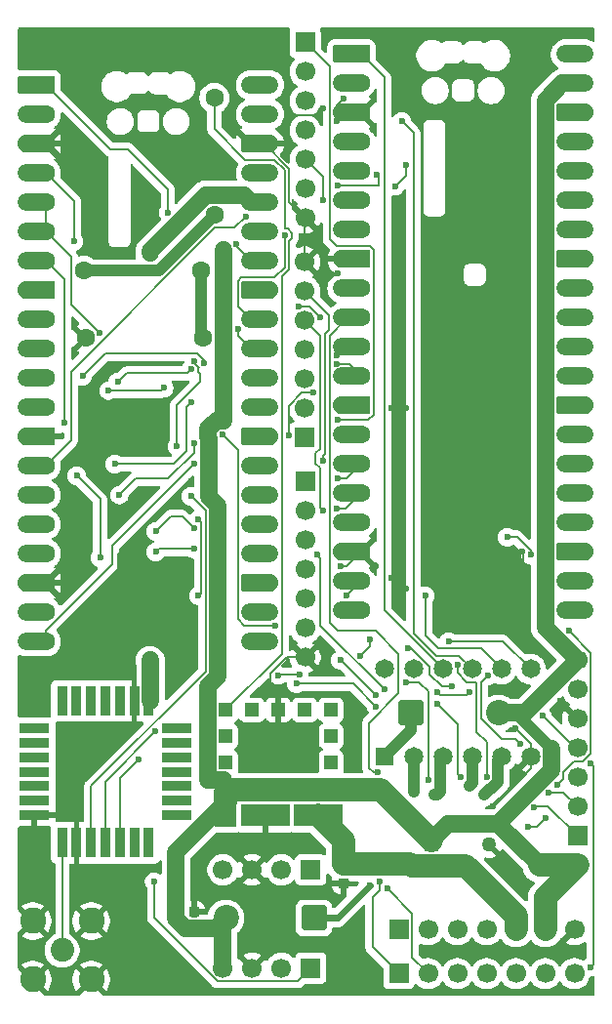
<source format=gbr>
%TF.GenerationSoftware,KiCad,Pcbnew,9.0.2*%
%TF.CreationDate,2025-11-02T21:22:01+09:00*%
%TF.ProjectId,kicad2026_2,6b696361-6432-4303-9236-5f322e6b6963,rev?*%
%TF.SameCoordinates,Original*%
%TF.FileFunction,Copper,L1,Top*%
%TF.FilePolarity,Positive*%
%FSLAX46Y46*%
G04 Gerber Fmt 4.6, Leading zero omitted, Abs format (unit mm)*
G04 Created by KiCad (PCBNEW 9.0.2) date 2025-11-02 21:22:01*
%MOMM*%
%LPD*%
G01*
G04 APERTURE LIST*
G04 Aperture macros list*
%AMRoundRect*
0 Rectangle with rounded corners*
0 $1 Rounding radius*
0 $2 $3 $4 $5 $6 $7 $8 $9 X,Y pos of 4 corners*
0 Add a 4 corners polygon primitive as box body*
4,1,4,$2,$3,$4,$5,$6,$7,$8,$9,$2,$3,0*
0 Add four circle primitives for the rounded corners*
1,1,$1+$1,$2,$3*
1,1,$1+$1,$4,$5*
1,1,$1+$1,$6,$7*
1,1,$1+$1,$8,$9*
0 Add four rect primitives between the rounded corners*
20,1,$1+$1,$2,$3,$4,$5,0*
20,1,$1+$1,$4,$5,$6,$7,0*
20,1,$1+$1,$6,$7,$8,$9,0*
20,1,$1+$1,$8,$9,$2,$3,0*%
%AMFreePoly0*
4,1,37,0.800000,0.796148,0.878414,0.796148,1.032228,0.765552,1.177117,0.705537,1.307515,0.618408,1.418408,0.507515,1.505537,0.377117,1.565552,0.232228,1.596148,0.078414,1.596148,-0.078414,1.565552,-0.232228,1.505537,-0.377117,1.418408,-0.507515,1.307515,-0.618408,1.177117,-0.705537,1.032228,-0.765552,0.878414,-0.796148,0.800000,-0.796148,0.800000,-0.800000,-1.400000,-0.800000,
-1.403843,-0.796157,-1.439018,-0.796157,-1.511114,-0.766294,-1.566294,-0.711114,-1.596157,-0.639018,-1.596157,-0.603843,-1.600000,-0.600000,-1.600000,0.600000,-1.596157,0.603843,-1.596157,0.639018,-1.566294,0.711114,-1.511114,0.766294,-1.439018,0.796157,-1.403843,0.796157,-1.400000,0.800000,0.800000,0.800000,0.800000,0.796148,0.800000,0.796148,$1*%
%AMFreePoly1*
4,1,37,1.403843,0.796157,1.439018,0.796157,1.511114,0.766294,1.566294,0.711114,1.596157,0.639018,1.596157,0.603843,1.600000,0.600000,1.600000,-0.600000,1.596157,-0.603843,1.596157,-0.639018,1.566294,-0.711114,1.511114,-0.766294,1.439018,-0.796157,1.403843,-0.796157,1.400000,-0.800000,-0.800000,-0.800000,-0.800000,-0.796148,-0.878414,-0.796148,-1.032228,-0.765552,-1.177117,-0.705537,
-1.307515,-0.618408,-1.418408,-0.507515,-1.505537,-0.377117,-1.565552,-0.232228,-1.596148,-0.078414,-1.596148,0.078414,-1.565552,0.232228,-1.505537,0.377117,-1.418408,0.507515,-1.307515,0.618408,-1.177117,0.705537,-1.032228,0.765552,-0.878414,0.796148,-0.800000,0.796148,-0.800000,0.800000,1.400000,0.800000,1.403843,0.796157,1.403843,0.796157,$1*%
%AMFreePoly2*
4,1,37,0.603843,0.796157,0.639018,0.796157,0.711114,0.766294,0.766294,0.711114,0.796157,0.639018,0.796157,0.603843,0.800000,0.600000,0.800000,-0.600000,0.796157,-0.603843,0.796157,-0.639018,0.766294,-0.711114,0.711114,-0.766294,0.639018,-0.796157,0.603843,-0.796157,0.600000,-0.800000,0.000000,-0.800000,0.000000,-0.796148,-0.078414,-0.796148,-0.232228,-0.765552,-0.377117,-0.705537,
-0.507515,-0.618408,-0.618408,-0.507515,-0.705537,-0.377117,-0.765552,-0.232228,-0.796148,-0.078414,-0.796148,0.078414,-0.765552,0.232228,-0.705537,0.377117,-0.618408,0.507515,-0.507515,0.618408,-0.377117,0.705537,-0.232228,0.765552,-0.078414,0.796148,0.000000,0.796148,0.000000,0.800000,0.600000,0.800000,0.603843,0.796157,0.603843,0.796157,$1*%
%AMFreePoly3*
4,1,37,0.000000,0.796148,0.078414,0.796148,0.232228,0.765552,0.377117,0.705537,0.507515,0.618408,0.618408,0.507515,0.705537,0.377117,0.765552,0.232228,0.796148,0.078414,0.796148,-0.078414,0.765552,-0.232228,0.705537,-0.377117,0.618408,-0.507515,0.507515,-0.618408,0.377117,-0.705537,0.232228,-0.765552,0.078414,-0.796148,0.000000,-0.796148,0.000000,-0.800000,-0.600000,-0.800000,
-0.603843,-0.796157,-0.639018,-0.796157,-0.711114,-0.766294,-0.766294,-0.711114,-0.796157,-0.639018,-0.796157,-0.603843,-0.800000,-0.600000,-0.800000,0.600000,-0.796157,0.603843,-0.796157,0.639018,-0.766294,0.711114,-0.711114,0.766294,-0.639018,0.796157,-0.603843,0.796157,-0.600000,0.800000,0.000000,0.800000,0.000000,0.796148,0.000000,0.796148,$1*%
G04 Aperture macros list end*
%TA.AperFunction,ComponentPad*%
%ADD10R,1.700000X1.700000*%
%TD*%
%TA.AperFunction,ComponentPad*%
%ADD11C,1.700000*%
%TD*%
%TA.AperFunction,ComponentPad*%
%ADD12R,1.650000X1.650000*%
%TD*%
%TA.AperFunction,ComponentPad*%
%ADD13C,1.650000*%
%TD*%
%TA.AperFunction,ComponentPad*%
%ADD14RoundRect,0.249999X0.850001X0.850001X-0.850001X0.850001X-0.850001X-0.850001X0.850001X-0.850001X0*%
%TD*%
%TA.AperFunction,ComponentPad*%
%ADD15C,2.200000*%
%TD*%
%TA.AperFunction,SMDPad,CuDef*%
%ADD16FreePoly0,0.000000*%
%TD*%
%TA.AperFunction,ComponentPad*%
%ADD17RoundRect,0.200000X-0.600000X-0.600000X0.600000X-0.600000X0.600000X0.600000X-0.600000X0.600000X0*%
%TD*%
%TA.AperFunction,SMDPad,CuDef*%
%ADD18RoundRect,0.800000X-0.800000X-0.000010X0.800000X-0.000010X0.800000X0.000010X-0.800000X0.000010X0*%
%TD*%
%TA.AperFunction,ComponentPad*%
%ADD19C,1.600000*%
%TD*%
%TA.AperFunction,SMDPad,CuDef*%
%ADD20FreePoly1,0.000000*%
%TD*%
%TA.AperFunction,ComponentPad*%
%ADD21FreePoly2,0.000000*%
%TD*%
%TA.AperFunction,ComponentPad*%
%ADD22FreePoly3,0.000000*%
%TD*%
%TA.AperFunction,SMDPad,CuDef*%
%ADD23RoundRect,0.225000X-0.225000X-0.250000X0.225000X-0.250000X0.225000X0.250000X-0.225000X0.250000X0*%
%TD*%
%TA.AperFunction,SMDPad,CuDef*%
%ADD24R,1.143000X1.143000*%
%TD*%
%TA.AperFunction,SMDPad,CuDef*%
%ADD25R,4.191000X1.905000*%
%TD*%
%TA.AperFunction,SMDPad,CuDef*%
%ADD26R,1.905000X4.191000*%
%TD*%
%TA.AperFunction,SMDPad,CuDef*%
%ADD27RoundRect,0.225000X-0.250000X0.225000X-0.250000X-0.225000X0.250000X-0.225000X0.250000X0.225000X0*%
%TD*%
%TA.AperFunction,SMDPad,CuDef*%
%ADD28R,0.939800X2.616200*%
%TD*%
%TA.AperFunction,SMDPad,CuDef*%
%ADD29R,2.616200X0.939800*%
%TD*%
%TA.AperFunction,ComponentPad*%
%ADD30RoundRect,0.249999X-0.850001X-0.850001X0.850001X-0.850001X0.850001X0.850001X-0.850001X0.850001X0*%
%TD*%
%TA.AperFunction,ComponentPad*%
%ADD31R,1.275000X1.275000*%
%TD*%
%TA.AperFunction,ComponentPad*%
%ADD32C,1.275000*%
%TD*%
%TA.AperFunction,ComponentPad*%
%ADD33C,2.050000*%
%TD*%
%TA.AperFunction,ComponentPad*%
%ADD34C,2.250000*%
%TD*%
%TA.AperFunction,ViaPad*%
%ADD35C,0.600000*%
%TD*%
%TA.AperFunction,Conductor*%
%ADD36C,0.200000*%
%TD*%
%TA.AperFunction,Conductor*%
%ADD37C,1.500000*%
%TD*%
%TA.AperFunction,Conductor*%
%ADD38C,2.000000*%
%TD*%
%TA.AperFunction,Conductor*%
%ADD39C,1.000000*%
%TD*%
%TA.AperFunction,Conductor*%
%ADD40C,0.600000*%
%TD*%
G04 APERTURE END LIST*
D10*
%TO.P,J5,1,Pin_1*%
%TO.N,2_GP7*%
X138938000Y-159258000D03*
D11*
%TO.P,J5,2,Pin_2*%
%TO.N,2_GP14*%
X141478000Y-159258000D03*
%TO.P,J5,3,Pin_3*%
%TO.N,2_GP15*%
X144018000Y-159258000D03*
%TO.P,J5,4,Pin_4*%
%TO.N,2_GP16*%
X146558000Y-159258000D03*
%TO.P,J5,5,Pin_5*%
%TO.N,2_GP17*%
X149098000Y-159258000D03*
%TO.P,J5,6,Pin_6*%
%TO.N,2_GP18*%
X151638000Y-159258000D03*
%TO.P,J5,7,Pin_7*%
%TO.N,2_GP19*%
X154178000Y-159258000D03*
%TD*%
D12*
%TO.P,IC1,1,VM*%
%TO.N,Net-(D2-K)*%
X137668000Y-140462000D03*
D13*
%TO.P,IC1,2,AOUT1*%
%TO.N,1_AOUT1*%
X140208000Y-140462000D03*
%TO.P,IC1,3,AOUT2*%
%TO.N,1_AOUT2*%
X142748000Y-140462000D03*
%TO.P,IC1,4,BOUT1*%
%TO.N,1_BOUT1*%
X145288000Y-140462000D03*
%TO.P,IC1,5,BOUT2*%
%TO.N,1_BOUT2*%
X147828000Y-140462000D03*
%TO.P,IC1,6,GND*%
%TO.N,GND*%
X150368000Y-140462000D03*
%TO.P,IC1,7,BIN2*%
%TO.N,1_BIN2*%
X150368000Y-132842000D03*
%TO.P,IC1,8,BIN1*%
%TO.N,1_BIN1*%
X147828000Y-132842000D03*
%TO.P,IC1,9,AIN2*%
%TO.N,1_AIN2*%
X145288000Y-132842000D03*
%TO.P,IC1,10,AIN1*%
%TO.N,1_AIN1*%
X142748000Y-132842000D03*
%TO.P,IC1,11,MODE*%
%TO.N,unconnected-(IC1-MODE-Pad11)*%
X140208000Y-132842000D03*
%TO.P,IC1,12,VCC*%
%TO.N,Net-(D1-K)*%
X137668000Y-132842000D03*
%TD*%
D10*
%TO.P,J1,1,Pin_1*%
%TO.N,1_AOUT1*%
X138938000Y-155448000D03*
D11*
%TO.P,J1,2,Pin_2*%
%TO.N,1_AOUT2*%
X141478000Y-155448000D03*
%TO.P,J1,3,Pin_3*%
%TO.N,1_BOUT1*%
X144018000Y-155448000D03*
%TO.P,J1,4,Pin_4*%
%TO.N,1_BOUT2*%
X146558000Y-155448000D03*
%TO.P,J1,5,Pin_5*%
%TO.N,7.4V*%
X149098000Y-155448000D03*
%TO.P,J1,6,Pin_6*%
%TO.N,5V*%
X151638000Y-155448000D03*
%TO.P,J1,7,Pin_7*%
%TO.N,GND*%
X154178000Y-155448000D03*
%TD*%
D10*
%TO.P,J3,1,Pin_1*%
%TO.N,SCL3*%
X130810000Y-116586000D03*
D11*
%TO.P,J3,2,Pin_2*%
%TO.N,SDA3*%
X130810000Y-119126000D03*
%TO.P,J3,3,Pin_3*%
%TO.N,TX1*%
X130810000Y-121666000D03*
%TO.P,J3,4,Pin_4*%
%TO.N,RX1*%
X130810000Y-124206000D03*
%TO.P,J3,5,Pin_5*%
%TO.N,PWM*%
X130810000Y-126746000D03*
%TO.P,J3,6,Pin_6*%
%TO.N,RST*%
X130810000Y-129286000D03*
%TO.P,J3,7,Pin_7*%
%TO.N,GND*%
X130810000Y-131826000D03*
%TD*%
D14*
%TO.P,D1,1,K*%
%TO.N,Net-(D1-K)*%
X131572000Y-154432000D03*
D15*
%TO.P,D1,2,A*%
%TO.N,5V*%
X123952000Y-154432000D03*
%TD*%
D10*
%TO.P,J16,1,Pin_1*%
%TO.N,LED1*%
X130810000Y-78486000D03*
D11*
%TO.P,J16,2,Pin_2*%
%TO.N,LED2*%
X130810000Y-81026000D03*
%TO.P,J16,3,Pin_3*%
%TO.N,LED3*%
X130810000Y-83566000D03*
%TO.P,J16,4,Pin_4*%
%TO.N,LED4*%
X130810000Y-86106000D03*
%TO.P,J16,5,Pin_5*%
%TO.N,GP21*%
X130810000Y-88646000D03*
%TO.P,J16,6,Pin_6*%
%TO.N,1_GP10*%
X130810000Y-91186000D03*
%TO.P,J16,7,Pin_7*%
%TO.N,GND*%
X130810000Y-93726000D03*
%TD*%
D16*
%TO.P,A1,1,GPIO0*%
%TO.N,1_AIN1*%
X134836000Y-79502000D03*
D17*
X135636000Y-79502000D03*
D18*
%TO.P,A1,2,GPIO1*%
%TO.N,1_AIN2*%
X134836000Y-82042000D03*
D19*
X135636000Y-82042000D03*
D20*
%TO.P,A1,3,GND*%
%TO.N,GND*%
X134836000Y-84582000D03*
D21*
X135636000Y-84582000D03*
D18*
%TO.P,A1,4,GPIO2*%
%TO.N,1_BIN1*%
X134836000Y-87122000D03*
D19*
X135636000Y-87122000D03*
D18*
%TO.P,A1,5,GPIO3*%
%TO.N,1_BIN2*%
X134836000Y-89662000D03*
D19*
X135636000Y-89662000D03*
D18*
%TO.P,A1,6,GPIO4*%
%TO.N,TX4*%
X134836000Y-92202000D03*
D19*
X135636000Y-92202000D03*
D18*
%TO.P,A1,7,GPIO5*%
%TO.N,RX4*%
X134836000Y-94742000D03*
D19*
X135636000Y-94742000D03*
D20*
%TO.P,A1,8,GND*%
%TO.N,GND*%
X134836000Y-97282000D03*
D21*
X135636000Y-97282000D03*
D18*
%TO.P,A1,9,GPIO6*%
%TO.N,RST2*%
X134836000Y-99822000D03*
D19*
X135636000Y-99822000D03*
D18*
%TO.P,A1,10,GPIO7*%
%TO.N,2_GP7*%
X134836000Y-102362000D03*
D19*
X135636000Y-102362000D03*
D18*
%TO.P,A1,11,GPIO8*%
%TO.N,SerialUARTTX*%
X134836000Y-104902000D03*
D19*
X135636000Y-104902000D03*
D18*
%TO.P,A1,12,GPIO9*%
%TO.N,SerialUARTRX*%
X134836000Y-107442000D03*
D19*
X135636000Y-107442000D03*
D20*
%TO.P,A1,13,GND*%
%TO.N,GND*%
X134836000Y-109982000D03*
D21*
X135636000Y-109982000D03*
D18*
%TO.P,A1,14,GPIO10*%
%TO.N,SDA3*%
X134836000Y-112522000D03*
D19*
X135636000Y-112522000D03*
D18*
%TO.P,A1,15,GPIO11*%
%TO.N,SCL3*%
X134836000Y-115062000D03*
D19*
X135636000Y-115062000D03*
D18*
%TO.P,A1,16,GPIO12*%
%TO.N,TX3*%
X134836000Y-117602000D03*
D19*
X135636000Y-117602000D03*
D18*
%TO.P,A1,17,GPIO13*%
%TO.N,RX3*%
X134836000Y-120142000D03*
D19*
X135636000Y-120142000D03*
D20*
%TO.P,A1,18,GND*%
%TO.N,GND*%
X134836000Y-122682000D03*
D21*
X135636000Y-122682000D03*
D18*
%TO.P,A1,19,GPIO14*%
%TO.N,2_GP14*%
X134836000Y-125222000D03*
D19*
X135636000Y-125222000D03*
D18*
%TO.P,A1,20,GPIO15*%
%TO.N,2_GP15*%
X134836000Y-127762000D03*
D19*
X135636000Y-127762000D03*
%TO.P,A1,21,GPIO16*%
%TO.N,2_GP16*%
X153416000Y-127762000D03*
D18*
X154216000Y-127762000D03*
D19*
%TO.P,A1,22,GPIO17*%
%TO.N,2_GP17*%
X153416000Y-125222000D03*
D18*
X154216000Y-125222000D03*
D22*
%TO.P,A1,23,GND*%
%TO.N,GND*%
X153416000Y-122682000D03*
D16*
X154216000Y-122682000D03*
D19*
%TO.P,A1,24,GPIO18*%
%TO.N,2_GP18*%
X153416000Y-120142000D03*
D18*
X154216000Y-120142000D03*
D19*
%TO.P,A1,25,GPIO19*%
%TO.N,2_GP19*%
X153416000Y-117602000D03*
D18*
X154216000Y-117602000D03*
D19*
%TO.P,A1,26,GPIO20*%
%TO.N,unconnected-(A1-GPIO20-Pad26)*%
X153416000Y-115062000D03*
D18*
%TO.N,unconnected-(A1-GPIO20-Pad26)_1*%
X154216000Y-115062000D03*
D19*
%TO.P,A1,27,GPIO21*%
%TO.N,unconnected-(A1-GPIO21-Pad27)_1*%
X153416000Y-112522000D03*
D18*
%TO.N,unconnected-(A1-GPIO21-Pad27)*%
X154216000Y-112522000D03*
D22*
%TO.P,A1,28,GND*%
%TO.N,GND*%
X153416000Y-109982000D03*
D16*
X154216000Y-109982000D03*
D19*
%TO.P,A1,29,GPIO22*%
%TO.N,unconnected-(A1-GPIO22-Pad29)*%
X153416000Y-107442000D03*
D18*
%TO.N,unconnected-(A1-GPIO22-Pad29)_1*%
X154216000Y-107442000D03*
D19*
%TO.P,A1,30,RUN*%
%TO.N,unconnected-(A1-RUN-Pad30)_1*%
X153416000Y-104902000D03*
D18*
%TO.N,unconnected-(A1-RUN-Pad30)*%
X154216000Y-104902000D03*
D19*
%TO.P,A1,31,GPIO26_ADC0*%
%TO.N,unconnected-(A1-GPIO26_ADC0-Pad31)*%
X153416000Y-102362000D03*
D18*
%TO.N,unconnected-(A1-GPIO26_ADC0-Pad31)_1*%
X154216000Y-102362000D03*
D19*
%TO.P,A1,32,GPIO27_ADC1*%
%TO.N,unconnected-(A1-GPIO27_ADC1-Pad32)*%
X153416000Y-99822000D03*
D18*
%TO.N,unconnected-(A1-GPIO27_ADC1-Pad32)_1*%
X154216000Y-99822000D03*
D22*
%TO.P,A1,33,AGND*%
%TO.N,unconnected-(A1-AGND-Pad33)*%
X153416000Y-97282000D03*
D16*
%TO.N,unconnected-(A1-AGND-Pad33)_1*%
X154216000Y-97282000D03*
D19*
%TO.P,A1,34,GPIO28_ADC2*%
%TO.N,GP21*%
X153416000Y-94742000D03*
D18*
X154216000Y-94742000D03*
D19*
%TO.P,A1,35,ADC_VREF*%
%TO.N,unconnected-(A1-ADC_VREF-Pad35)*%
X153416000Y-92202000D03*
D18*
%TO.N,unconnected-(A1-ADC_VREF-Pad35)_1*%
X154216000Y-92202000D03*
D19*
%TO.P,A1,36,3V3*%
%TO.N,unconnected-(A1-3V3-Pad36)_1*%
X153416000Y-89662000D03*
D18*
%TO.N,unconnected-(A1-3V3-Pad36)*%
X154216000Y-89662000D03*
D19*
%TO.P,A1,37,3V3_EN*%
%TO.N,unconnected-(A1-3V3_EN-Pad37)_1*%
X153416000Y-87122000D03*
D18*
%TO.N,unconnected-(A1-3V3_EN-Pad37)*%
X154216000Y-87122000D03*
D22*
%TO.P,A1,38,GND*%
%TO.N,GND*%
X153416000Y-84582000D03*
D16*
X154216000Y-84582000D03*
D19*
%TO.P,A1,39,VSYS*%
%TO.N,5V*%
X153416000Y-82042000D03*
D18*
X154216000Y-82042000D03*
D19*
%TO.P,A1,40,VBUS*%
%TO.N,unconnected-(A1-VBUS-Pad40)*%
X153416000Y-79502000D03*
D18*
%TO.N,unconnected-(A1-VBUS-Pad40)_1*%
X154216000Y-79502000D03*
%TD*%
D10*
%TO.P,J10,1,Pin_1*%
%TO.N,CS*%
X154432000Y-147320000D03*
D11*
%TO.P,J10,2,Pin_2*%
%TO.N,MOSI*%
X154432000Y-144780000D03*
%TO.P,J10,3,Pin_3*%
%TO.N,MISO*%
X154432000Y-142240000D03*
%TO.P,J10,4,Pin_4*%
%TO.N,SCK*%
X154432000Y-139700000D03*
%TO.P,J10,5,Pin_5*%
%TO.N,GND*%
X154432000Y-137160000D03*
%TO.P,J10,6,Pin_6*%
%TO.N,unconnected-(J10-Pin_6-Pad6)*%
X154432000Y-134620000D03*
%TO.P,J10,7,Pin_7*%
%TO.N,5V*%
X154432000Y-132080000D03*
%TD*%
D16*
%TO.P,A3,1,GPIO0*%
%TO.N,TX1*%
X107519000Y-82184000D03*
D17*
X108319000Y-82184000D03*
D18*
%TO.P,A3,2,GPIO1*%
%TO.N,RX1*%
X107519000Y-84724000D03*
D19*
X108319000Y-84724000D03*
D20*
%TO.P,A3,3,GND*%
%TO.N,GND*%
X107519000Y-87264000D03*
D21*
X108319000Y-87264000D03*
D18*
%TO.P,A3,4,GPIO2*%
%TO.N,RX2*%
X107519000Y-89804000D03*
D19*
X108319000Y-89804000D03*
D18*
%TO.P,A3,5,GPIO3*%
%TO.N,SCL*%
X107519000Y-92344000D03*
D19*
X108319000Y-92344000D03*
D18*
%TO.P,A3,6,GPIO4*%
X107519000Y-94884000D03*
D19*
X108319000Y-94884000D03*
D18*
%TO.P,A3,7,GPIO5*%
%TO.N,RX2*%
X107519000Y-97424000D03*
D19*
X108319000Y-97424000D03*
D20*
%TO.P,A3,8,GND*%
%TO.N,GND*%
X107519000Y-99964000D03*
D21*
X108319000Y-99964000D03*
D18*
%TO.P,A3,9,GPIO6*%
%TO.N,unconnected-(A3-GPIO6-Pad9)*%
X107519000Y-102504000D03*
D19*
%TO.N,unconnected-(A3-GPIO6-Pad9)_1*%
X108319000Y-102504000D03*
D18*
%TO.P,A3,10,GPIO7*%
%TO.N,unconnected-(A3-GPIO7-Pad10)_1*%
X107519000Y-105044000D03*
D19*
%TO.N,unconnected-(A3-GPIO7-Pad10)*%
X108319000Y-105044000D03*
D18*
%TO.P,A3,11,GPIO8*%
%TO.N,SerialUARTTX*%
X107519000Y-107584000D03*
D19*
X108319000Y-107584000D03*
D18*
%TO.P,A3,12,GPIO9*%
%TO.N,SerialUARTRX*%
X107519000Y-110124000D03*
D19*
X108319000Y-110124000D03*
D20*
%TO.P,A3,13,GND*%
%TO.N,GND*%
X107519000Y-112664000D03*
D21*
X108319000Y-112664000D03*
D18*
%TO.P,A3,14,GPIO10*%
%TO.N,1_GP10*%
X107519000Y-115204000D03*
D19*
X108319000Y-115204000D03*
D18*
%TO.P,A3,15,GPIO11*%
%TO.N,unconnected-(A3-GPIO11-Pad15)_1*%
X107519000Y-117744000D03*
D19*
%TO.N,unconnected-(A3-GPIO11-Pad15)*%
X108319000Y-117744000D03*
D18*
%TO.P,A3,16,GPIO12*%
%TO.N,SDA4*%
X107519000Y-120284000D03*
D19*
X108319000Y-120284000D03*
D18*
%TO.P,A3,17,GPIO13*%
%TO.N,SCL4*%
X107519000Y-122824000D03*
D19*
X108319000Y-122824000D03*
D20*
%TO.P,A3,18,GND*%
%TO.N,GND*%
X107519000Y-125364000D03*
D21*
X108319000Y-125364000D03*
D18*
%TO.P,A3,19,GPIO14*%
%TO.N,unconnected-(A3-GPIO14-Pad19)*%
X107519000Y-127904000D03*
D19*
%TO.N,unconnected-(A3-GPIO14-Pad19)_1*%
X108319000Y-127904000D03*
D18*
%TO.P,A3,20,GPIO15*%
%TO.N,RST*%
X107519000Y-130444000D03*
D19*
X108319000Y-130444000D03*
%TO.P,A3,21,GPIO16*%
%TO.N,MISO*%
X126099000Y-130444000D03*
D18*
X126899000Y-130444000D03*
D19*
%TO.P,A3,22,GPIO17*%
%TO.N,CS*%
X126099000Y-127904000D03*
D18*
X126899000Y-127904000D03*
D22*
%TO.P,A3,23,GND*%
%TO.N,GND*%
X126099000Y-125364000D03*
D16*
X126899000Y-125364000D03*
D19*
%TO.P,A3,24,GPIO18*%
%TO.N,SCK*%
X126099000Y-122824000D03*
D18*
X126899000Y-122824000D03*
D19*
%TO.P,A3,25,GPIO19*%
%TO.N,MOSI*%
X126099000Y-120284000D03*
D18*
X126899000Y-120284000D03*
D19*
%TO.P,A3,26,GPIO20*%
%TO.N,PWM*%
X126099000Y-117744000D03*
D18*
X126899000Y-117744000D03*
D19*
%TO.P,A3,27,GPIO21*%
%TO.N,unconnected-(A3-GPIO21-Pad27)*%
X126099000Y-115204000D03*
D18*
%TO.N,unconnected-(A3-GPIO21-Pad27)_1*%
X126899000Y-115204000D03*
D22*
%TO.P,A3,28,GND*%
%TO.N,GND*%
X126099000Y-112664000D03*
D16*
X126899000Y-112664000D03*
D19*
%TO.P,A3,29,GPIO22*%
%TO.N,LED1*%
X126099000Y-110124000D03*
D18*
X126899000Y-110124000D03*
D19*
%TO.P,A3,30,RUN*%
%TO.N,unconnected-(A3-RUN-Pad30)*%
X126099000Y-107584000D03*
D18*
%TO.N,unconnected-(A3-RUN-Pad30)_1*%
X126899000Y-107584000D03*
D19*
%TO.P,A3,31,GPIO26_ADC0*%
%TO.N,LED2*%
X126099000Y-105044000D03*
D18*
X126899000Y-105044000D03*
D19*
%TO.P,A3,32,GPIO27_ADC1*%
%TO.N,LED3*%
X126099000Y-102504000D03*
D18*
X126899000Y-102504000D03*
D22*
%TO.P,A3,33,AGND*%
%TO.N,unconnected-(A3-AGND-Pad33)_1*%
X126099000Y-99964000D03*
D16*
%TO.N,unconnected-(A3-AGND-Pad33)*%
X126899000Y-99964000D03*
D19*
%TO.P,A3,34,GPIO28_ADC2*%
%TO.N,LED4*%
X126099000Y-97424000D03*
D18*
X126899000Y-97424000D03*
D19*
%TO.P,A3,35,ADC_VREF*%
%TO.N,unconnected-(A3-ADC_VREF-Pad35)_1*%
X126099000Y-94884000D03*
D18*
%TO.N,unconnected-(A3-ADC_VREF-Pad35)*%
X126899000Y-94884000D03*
D19*
%TO.P,A3,36,3V3*%
%TO.N,3.3V*%
X126099000Y-92344000D03*
D18*
X126899000Y-92344000D03*
D19*
%TO.P,A3,37,3V3_EN*%
%TO.N,unconnected-(A3-3V3_EN-Pad37)*%
X126099000Y-89804000D03*
D18*
%TO.N,unconnected-(A3-3V3_EN-Pad37)_1*%
X126899000Y-89804000D03*
D22*
%TO.P,A3,38,GND*%
%TO.N,GND*%
X126099000Y-87264000D03*
D16*
X126899000Y-87264000D03*
D19*
%TO.P,A3,39,VSYS*%
%TO.N,5V*%
X126099000Y-84724000D03*
D18*
X126899000Y-84724000D03*
D19*
%TO.P,A3,40,VBUS*%
%TO.N,unconnected-(A3-VBUS-Pad40)*%
X126099000Y-82184000D03*
D18*
%TO.N,unconnected-(A3-VBUS-Pad40)_1*%
X126899000Y-82184000D03*
%TD*%
D23*
%TO.P,C4,1*%
%TO.N,5V*%
X119621000Y-153924000D03*
%TO.P,C4,2*%
%TO.N,GND*%
X121171000Y-153924000D03*
%TD*%
D24*
%TO.P,MD3,1,~{ON}/OFF_CONTROL*%
%TO.N,unconnected-(MD3-~{ON}{slash}OFF_CONTROL-Pad1)*%
X133069000Y-140970000D03*
D25*
%TO.P,MD3,2,VIN*%
%TO.N,7.4V*%
X131926000Y-145542000D03*
%TO.P,MD3,3,1_GROUND*%
%TO.N,GND*%
X127354000Y-145542000D03*
D26*
%TO.P,MD3,4,VOUT*%
%TO.N,5V*%
X123925000Y-144399000D03*
D24*
%TO.P,MD3,5,SENSE*%
%TO.N,unconnected-(MD3-SENSE-Pad5)*%
X123925000Y-140970000D03*
%TO.P,MD3,6,TRIM*%
%TO.N,Net-(MD3-TRIM)*%
X123925000Y-136398000D03*
%TO.P,MD3,7,2_GROUND*%
%TO.N,GND*%
X128497000Y-136398000D03*
%TO.P,MD3,8,1_NC*%
%TO.N,unconnected-(MD3-1_NC-Pad8)*%
X130783000Y-136398000D03*
%TO.P,MD3,9,2_NC*%
%TO.N,unconnected-(MD3-2_NC-Pad9)*%
X133069000Y-136398000D03*
%TO.P,MD3,10,POWER_GOOD_OUT*%
%TO.N,unconnected-(MD3-POWER_GOOD_OUT-Pad10)*%
X133069000Y-138684000D03*
%TO.P,MD3,11,3_NC*%
%TO.N,unconnected-(MD3-3_NC-Pad11)*%
X123925000Y-138684000D03*
%TO.P,MD3,12,4_NC*%
%TO.N,unconnected-(MD3-4_NC-Pad12)*%
X126211000Y-136398000D03*
%TD*%
D27*
%TO.P,C1,1*%
%TO.N,7.4V*%
X134112000Y-149847000D03*
%TO.P,C1,2*%
%TO.N,GND*%
X134112000Y-151397000D03*
%TD*%
D28*
%TO.P,U1,1,VCC*%
%TO.N,3.3V*%
X117237200Y-135605200D03*
%TO.P,U1,2,GND*%
%TO.N,GND*%
X115987200Y-135605200D03*
%TO.P,U1,3,PA13*%
%TO.N,unconnected-(U1-PA13-Pad3)*%
X114737200Y-135605200D03*
%TO.P,U1,4,PA14*%
%TO.N,unconnected-(U1-PA14-Pad4)*%
X113487200Y-135605200D03*
%TO.P,U1,5,PB15*%
%TO.N,unconnected-(U1-PB15-Pad5)*%
X112237200Y-135605200D03*
%TO.P,U1,6,PA15*%
%TO.N,unconnected-(U1-PA15-Pad6)*%
X110987200Y-135605200D03*
%TO.P,U1,7,PB4*%
%TO.N,unconnected-(U1-PB4-Pad7)*%
X109737200Y-135605200D03*
D29*
%TO.P,U1,8,PB3*%
%TO.N,unconnected-(U1-PB3-Pad8)*%
X107340400Y-138002000D03*
%TO.P,U1,9,PB7*%
%TO.N,unconnected-(U1-PB7-Pad9)*%
X107340400Y-139252000D03*
%TO.P,U1,10,PB6*%
%TO.N,unconnected-(U1-PB6-Pad10)*%
X107340400Y-140502000D03*
%TO.P,U1,11,PB5*%
%TO.N,unconnected-(U1-PB5-Pad11)*%
X107340400Y-141752000D03*
%TO.P,U1,12,PC1*%
%TO.N,unconnected-(U1-PC1-Pad12)*%
X107340400Y-143002000D03*
%TO.P,U1,13,PC0*%
%TO.N,unconnected-(U1-PC0-Pad13)*%
X107340400Y-144252000D03*
%TO.P,U1,14,GND*%
%TO.N,GND*%
X107340400Y-145502000D03*
D28*
%TO.P,U1,15,RFIO*%
%TO.N,RFIO*%
X109737200Y-147898800D03*
%TO.P,U1,16,GND*%
%TO.N,GND*%
X110987200Y-147898800D03*
%TO.P,U1,17,RST*%
%TO.N,RST2*%
X112237200Y-147898800D03*
%TO.P,U1,18,PA3*%
%TO.N,TX4*%
X113487200Y-147898800D03*
%TO.P,U1,19,PA2*%
%TO.N,RX4*%
X114737200Y-147898800D03*
%TO.P,U1,20,PB10*%
%TO.N,unconnected-(U1-PB10-Pad20)*%
X115987200Y-147898800D03*
%TO.P,U1,21,PA9*%
%TO.N,unconnected-(U1-PA9-Pad21)*%
X117237200Y-147898800D03*
D29*
%TO.P,U1,22,GND*%
%TO.N,unconnected-(U1-GND-Pad22)*%
X119634000Y-145502000D03*
%TO.P,U1,23,PA0*%
%TO.N,unconnected-(U1-PA0-Pad23)*%
X119634000Y-144252000D03*
%TO.P,U1,24,PB13*%
%TO.N,unconnected-(U1-PB13-Pad24)*%
X119634000Y-143002000D03*
%TO.P,U1,25,PB9*%
%TO.N,unconnected-(U1-PB9-Pad25)*%
X119634000Y-141752000D03*
%TO.P,U1,26,PB14*%
%TO.N,unconnected-(U1-PB14-Pad26)*%
X119634000Y-140502000D03*
%TO.P,U1,27,PA10*%
%TO.N,unconnected-(U1-PA10-Pad27)*%
X119634000Y-139252000D03*
%TO.P,U1,28,PB0*%
%TO.N,unconnected-(U1-PB0-Pad28)*%
X119634000Y-138002000D03*
%TD*%
D10*
%TO.P,J2,1,Pin_1*%
%TO.N,SCL4*%
X130785000Y-112776000D03*
D11*
%TO.P,J2,2,Pin_2*%
%TO.N,SDA4*%
X130785000Y-110236000D03*
%TO.P,J2,3,Pin_3*%
%TO.N,unconnected-(J2-Pin_3-Pad3)*%
X130785000Y-107696000D03*
%TO.P,J2,4,Pin_4*%
%TO.N,unconnected-(J2-Pin_4-Pad4)*%
X130785000Y-105156000D03*
%TO.P,J2,5,Pin_5*%
%TO.N,TX3*%
X130785000Y-102616000D03*
%TO.P,J2,6,Pin_6*%
%TO.N,RX3*%
X130785000Y-100076000D03*
%TO.P,J2,7,Pin_7*%
%TO.N,GND*%
X130785000Y-97536000D03*
%TD*%
D19*
%TO.P,R7,1*%
%TO.N,Net-(R7-Pad1)*%
X121766019Y-98298000D03*
%TO.P,R7,2*%
%TO.N,Net-(R6-Pad1)*%
X111606019Y-98298000D03*
%TD*%
D10*
%TO.P,J11,1,Pin_1*%
%TO.N,unconnected-(J11-Pin_1-Pad1)*%
X131298000Y-150245000D03*
D11*
%TO.P,J11,2,Pin_2*%
%TO.N,unconnected-(J11-Pin_2-Pad2)*%
X128758000Y-150245000D03*
%TO.P,J11,3,Pin_3*%
%TO.N,GND*%
X126218000Y-150245000D03*
%TO.P,J11,4,Pin_4*%
%TO.N,unconnected-(J11-Pin_4-Pad4)*%
X123678000Y-150245000D03*
%TD*%
D10*
%TO.P,J7,1,Pin_1*%
%TO.N,SCL*%
X131308000Y-158775000D03*
D11*
%TO.P,J7,2,Pin_2*%
%TO.N,RX2*%
X128768000Y-158775000D03*
%TO.P,J7,3,Pin_3*%
%TO.N,GND*%
X126228000Y-158775000D03*
%TO.P,J7,4,Pin_4*%
%TO.N,5V*%
X123688000Y-158775000D03*
%TD*%
D19*
%TO.P,R6,1*%
%TO.N,Net-(R6-Pad1)*%
X122936000Y-93472000D03*
%TO.P,R6,2*%
%TO.N,Net-(MD3-TRIM)*%
X122936000Y-83312000D03*
%TD*%
D30*
%TO.P,D2,1,K*%
%TO.N,Net-(D2-K)*%
X139954000Y-136652000D03*
D15*
%TO.P,D2,2,A*%
%TO.N,5V*%
X147574000Y-136652000D03*
%TD*%
D19*
%TO.P,R8,1*%
%TO.N,GND*%
X111760000Y-104140000D03*
%TO.P,R8,2*%
%TO.N,Net-(R7-Pad1)*%
X121920000Y-104140000D03*
%TD*%
D31*
%TO.P,C5,1*%
%TO.N,5V*%
X141772000Y-148082000D03*
D32*
%TO.P,C5,2*%
%TO.N,GND*%
X146772000Y-148082000D03*
%TD*%
D33*
%TO.P,J4,1,In*%
%TO.N,RFIO*%
X109728000Y-157226000D03*
D34*
%TO.P,J4,2,Ext*%
%TO.N,GND*%
X107188000Y-154686000D03*
X107188000Y-159766000D03*
X112268000Y-154686000D03*
X112268000Y-159766000D03*
%TD*%
D35*
%TO.N,GND*%
X112776000Y-110998000D03*
X132330000Y-84237472D03*
X134112000Y-83342000D03*
X136906000Y-123952000D03*
X139608000Y-110236000D03*
X120904000Y-116586000D03*
X110940313Y-124148313D03*
X149098000Y-134274000D03*
X149606000Y-122682000D03*
X150114000Y-84836000D03*
X133530000Y-85344000D03*
X124714000Y-83312000D03*
X129405000Y-112535412D03*
X133857157Y-123933925D03*
X139608000Y-125900971D03*
X147828000Y-157480000D03*
X138268000Y-110236000D03*
X133604000Y-98552000D03*
X142494000Y-127508000D03*
X131481057Y-108852722D03*
X149011715Y-138008285D03*
X138338000Y-124968000D03*
X133930000Y-109982000D03*
X129540000Y-84836000D03*
X114554000Y-125222000D03*
X152908000Y-135636000D03*
X149098000Y-129286000D03*
X140970000Y-84836000D03*
X149352000Y-109982000D03*
X111760000Y-90424000D03*
X112268000Y-109220000D03*
X111335735Y-128694265D03*
X127762000Y-134620000D03*
X147066000Y-144780000D03*
X148336000Y-149860000D03*
%TO.N,RX3*%
X132330000Y-114776472D03*
%TO.N,1_AIN2*%
X139192000Y-85344000D03*
%TO.N,RX4*%
X119703000Y-113538000D03*
X121185183Y-106099889D03*
X116332000Y-140716000D03*
%TO.N,RST2*%
X120904000Y-117856000D03*
%TO.N,2_GP19*%
X146642882Y-133434559D03*
X149446467Y-139351533D03*
%TO.N,TX4*%
X117825901Y-138245028D03*
%TO.N,1_BIN2*%
X143256000Y-130464000D03*
%TO.N,2_GP18*%
X146558000Y-142188000D03*
X144025730Y-132428259D03*
X148336000Y-121412000D03*
X150368000Y-122936000D03*
%TO.N,5V*%
X123698000Y-96520000D03*
%TO.N,SerialUARTRX*%
X133530000Y-106426000D03*
X120903000Y-106848473D03*
X114554000Y-107950000D03*
%TO.N,2_GP16*%
X155610000Y-140998288D03*
X155610000Y-158674527D03*
%TO.N,SCL3*%
X133604000Y-116332000D03*
%TO.N,1_BIN1*%
X141224000Y-126492000D03*
%TO.N,2_GP17*%
X152695762Y-142849036D03*
X151638000Y-145796000D03*
X153670000Y-129540000D03*
X150184103Y-146487897D03*
%TO.N,3.3V*%
X117348000Y-132080000D03*
X117348000Y-96774000D03*
%TO.N,TX3*%
X132330000Y-119126000D03*
X133572403Y-118926930D03*
%TO.N,2_GP15*%
X133858000Y-132080000D03*
X144288000Y-142188000D03*
X136942000Y-135128000D03*
X133766000Y-127762000D03*
X142240000Y-135890000D03*
%TO.N,SerialUARTTX*%
X133530000Y-105625997D03*
X122001413Y-106263999D03*
X111506000Y-107442000D03*
%TO.N,2_GP7*%
X137142000Y-141787002D03*
X137317965Y-151245999D03*
%TO.N,2_GP14*%
X137938000Y-151892000D03*
X141478000Y-142494000D03*
X134433210Y-126424790D03*
X139524004Y-133976802D03*
%TO.N,SCK*%
X142240000Y-134874000D03*
X151384000Y-136906000D03*
X137668000Y-134620000D03*
X131826000Y-122936000D03*
X145034000Y-134874000D03*
%TO.N,PWM*%
X121574000Y-119888000D03*
X121574000Y-126492000D03*
%TO.N,LED2*%
X130234000Y-101383562D03*
X132103285Y-102325084D03*
X124968000Y-103378000D03*
%TO.N,SCL4*%
X121152500Y-113284000D03*
X114691000Y-117739000D03*
%TO.N,RX2*%
X110744000Y-95758000D03*
X110998000Y-116078000D03*
X113030000Y-123190000D03*
X109905019Y-111506000D03*
%TO.N,MOSI*%
X151963400Y-143581400D03*
%TO.N,SDA4*%
X120904000Y-109728000D03*
X114300000Y-115062000D03*
%TO.N,LED3*%
X129032000Y-95250000D03*
%TO.N,LED4*%
X124816034Y-95960983D03*
%TO.N,MISO*%
X136398000Y-130302000D03*
X139700000Y-131064000D03*
X143519063Y-134356939D03*
X130302000Y-133350000D03*
X135560527Y-131664000D03*
X128480735Y-133393265D03*
%TO.N,TX1*%
X117856000Y-120904000D03*
X118908972Y-93254972D03*
X121158000Y-120650000D03*
%TO.N,GP21*%
X138640735Y-90975265D03*
X139608000Y-89154000D03*
X133604000Y-90932000D03*
X137068000Y-89959265D03*
X132330000Y-92142288D03*
%TO.N,RST*%
X121152500Y-115062000D03*
X123652500Y-112522000D03*
X128205000Y-129104232D03*
%TO.N,CS*%
X136942000Y-136091414D03*
X150693400Y-144851400D03*
X130048000Y-134112000D03*
%TO.N,1_GP10*%
X125694721Y-93579826D03*
%TO.N,RX1*%
X117856000Y-122682000D03*
X121158000Y-122428000D03*
%TO.N,SCL*%
X113758735Y-108678735D03*
X117710885Y-151275115D03*
X112985637Y-103706620D03*
X118598000Y-108458000D03*
%TO.N,LED1*%
X133604000Y-111252000D03*
%TO.N,1_AOUT2*%
X141986000Y-143764000D03*
%TO.N,1_AOUT1*%
X140208000Y-143510000D03*
%TO.N,1_BOUT2*%
X146304000Y-143764000D03*
%TO.N,1_BOUT1*%
X145034000Y-143002000D03*
%TO.N,Net-(D1-K)*%
X136398000Y-151638000D03*
%TD*%
D36*
%TO.N,GND*%
X135636000Y-122682000D02*
X136906000Y-123952000D01*
X148336000Y-149646000D02*
X148336000Y-149860000D01*
X149011715Y-138008285D02*
X150368000Y-139364570D01*
X133930000Y-109982000D02*
X135636000Y-109982000D01*
X131731472Y-84836000D02*
X129540000Y-84836000D01*
X147828000Y-157480000D02*
X152146000Y-157480000D01*
X130540518Y-108852722D02*
X131481057Y-108852722D01*
X130785000Y-97536000D02*
X130785000Y-93751000D01*
X149767000Y-128617000D02*
X149767000Y-122843000D01*
X108319000Y-87264000D02*
X108600000Y-87264000D01*
X138268000Y-110236000D02*
X139608000Y-110236000D01*
X126099000Y-87264000D02*
X124714000Y-85879000D01*
X130785000Y-93751000D02*
X130810000Y-93726000D01*
X129198057Y-131826000D02*
X127762000Y-133262057D01*
X150368000Y-139364570D02*
X150368000Y-140462000D01*
X150368000Y-141478000D02*
X147066000Y-144780000D01*
X109724626Y-125364000D02*
X110940313Y-124148313D01*
X120904000Y-116586000D02*
X114554000Y-122936000D01*
X138675029Y-124968000D02*
X139608000Y-125900971D01*
X114554000Y-122936000D02*
X114554000Y-125222000D01*
X126099000Y-87264000D02*
X127283150Y-87264000D01*
X146772000Y-148082000D02*
X148336000Y-149646000D01*
X130810000Y-131826000D02*
X129198057Y-131826000D01*
X129405000Y-109988240D02*
X130540518Y-108852722D01*
X127283150Y-87264000D02*
X129433000Y-89413850D01*
X138338000Y-124968000D02*
X138675029Y-124968000D01*
X129433000Y-92349000D02*
X129433000Y-89413850D01*
X150368000Y-140462000D02*
X150368000Y-141478000D01*
X108319000Y-125364000D02*
X109724626Y-125364000D01*
X133604000Y-98552000D02*
X131801000Y-98552000D01*
X127762000Y-133262057D02*
X127762000Y-134620000D01*
X149098000Y-129286000D02*
X149767000Y-128617000D01*
X134112000Y-83342000D02*
X133530000Y-83924000D01*
X152146000Y-157480000D02*
X154178000Y-155448000D01*
X149767000Y-122843000D02*
X149606000Y-122682000D01*
X132330000Y-84237472D02*
X131731472Y-84836000D01*
X124714000Y-85879000D02*
X124714000Y-83312000D01*
X129433000Y-92349000D02*
X130810000Y-93726000D01*
X133857157Y-123933925D02*
X134384075Y-123933925D01*
X108600000Y-87264000D02*
X111760000Y-90424000D01*
X133530000Y-83924000D02*
X133530000Y-85344000D01*
X134384075Y-123933925D02*
X135636000Y-122682000D01*
X129405000Y-112535412D02*
X129405000Y-109988240D01*
X135382000Y-97536000D02*
X135636000Y-97282000D01*
X131801000Y-98552000D02*
X130785000Y-97536000D01*
%TO.N,RX3*%
X132330000Y-114863000D02*
X132330000Y-114776472D01*
X132529000Y-114182527D02*
X132529000Y-103770530D01*
X132330000Y-114381527D02*
X132529000Y-114182527D01*
X132842000Y-103457530D02*
X132842000Y-102133000D01*
X132330000Y-114559897D02*
X132330000Y-114863000D01*
X132842000Y-102133000D02*
X130785000Y-100076000D01*
X132330000Y-114559897D02*
X132330000Y-114381527D01*
X132529000Y-103770530D02*
X132842000Y-103457530D01*
%TO.N,1_AIN2*%
X144162000Y-131716000D02*
X142189100Y-131716000D01*
X142189100Y-131716000D02*
X140208000Y-129734900D01*
X145288000Y-132842000D02*
X144162000Y-131716000D01*
X140208000Y-129734900D02*
X140208000Y-86360000D01*
X140208000Y-86360000D02*
X139192000Y-85344000D01*
%TO.N,RX4*%
X121400413Y-106512942D02*
X121616735Y-106729265D01*
X121666000Y-107950000D02*
X119703000Y-109913000D01*
X121616735Y-106729265D02*
X121504000Y-106842000D01*
X121504000Y-106842000D02*
X121504000Y-107097416D01*
X121400413Y-106495943D02*
X121400413Y-106512942D01*
X121666000Y-107259416D02*
X121666000Y-107950000D01*
X114737200Y-142310800D02*
X116332000Y-140716000D01*
X121185183Y-106099889D02*
X121158000Y-106127072D01*
X121504000Y-107097416D02*
X121666000Y-107259416D01*
X121158000Y-106127072D02*
X121158000Y-106253530D01*
X114737200Y-147898800D02*
X114737200Y-142310800D01*
X119703000Y-109913000D02*
X119703000Y-113538000D01*
X121158000Y-106253530D02*
X121400413Y-106495943D01*
%TO.N,RST2*%
X122174000Y-133048400D02*
X122174000Y-119126000D01*
X112237200Y-147898800D02*
X112237200Y-142985200D01*
X112237200Y-142985200D02*
X122174000Y-133048400D01*
X122174000Y-119126000D02*
X120904000Y-117856000D01*
%TO.N,2_GP19*%
X149446467Y-139351533D02*
X149032934Y-138938000D01*
X146050000Y-137109314D02*
X146050000Y-134027441D01*
X147878686Y-138938000D02*
X146050000Y-137109314D01*
X146050000Y-134027441D02*
X146642882Y-133434559D01*
X149032934Y-138938000D02*
X147878686Y-138938000D01*
%TO.N,TX4*%
X113487200Y-142583729D02*
X117825901Y-138245028D01*
X113487200Y-147898800D02*
X113487200Y-142583729D01*
%TO.N,1_BIN2*%
X147990000Y-130464000D02*
X150368000Y-132842000D01*
X143256000Y-130464000D02*
X147990000Y-130464000D01*
%TO.N,2_GP18*%
X145635000Y-138269000D02*
X145635000Y-134037529D01*
X148336000Y-121412000D02*
X149185943Y-121412000D01*
X145635000Y-134037529D02*
X145565471Y-133968000D01*
X149185943Y-121412000D02*
X150368000Y-122594057D01*
X145565471Y-133968000D02*
X144821595Y-133968000D01*
X150368000Y-122594057D02*
X150368000Y-122936000D01*
X146558000Y-139192000D02*
X145635000Y-138269000D01*
X144821595Y-133968000D02*
X144025730Y-133172135D01*
X144025730Y-133172135D02*
X144025730Y-132428259D01*
X146558000Y-142188000D02*
X146558000Y-139192000D01*
D37*
%TO.N,5V*%
X153121168Y-82042000D02*
X151638000Y-83525168D01*
X143248000Y-146243500D02*
X147533532Y-146243500D01*
D38*
X124105000Y-143341000D02*
X137393500Y-143341000D01*
D37*
X123134318Y-111271000D02*
X122401500Y-112003818D01*
X123698000Y-111271000D02*
X123134318Y-111271000D01*
D39*
X149069644Y-136652000D02*
X152144000Y-139726356D01*
D37*
X123225000Y-118690662D02*
X123224999Y-133483739D01*
X123034000Y-155350000D02*
X120452650Y-155350000D01*
X151638000Y-129286000D02*
X154432000Y-132080000D01*
X122402500Y-134306238D02*
X122402500Y-142492500D01*
X141772000Y-147719500D02*
X143248000Y-146243500D01*
X122401500Y-112003818D02*
X122401500Y-112763818D01*
X123224999Y-133483739D02*
X122402500Y-134306238D01*
X122428000Y-117893662D02*
X123225000Y-118690662D01*
X149853001Y-136652000D02*
X147574000Y-136652000D01*
X120452650Y-155350000D02*
X119621000Y-154518350D01*
X123688000Y-158775000D02*
X123688000Y-154696000D01*
X123698000Y-96520000D02*
X123698000Y-111271000D01*
D38*
X151638000Y-152654000D02*
X151638000Y-155448000D01*
D37*
X123952000Y-154432000D02*
X123034000Y-155350000D01*
D38*
X151150032Y-149860000D02*
X154432000Y-149860000D01*
D37*
X122428000Y-112790318D02*
X122428000Y-117893662D01*
D38*
X137393500Y-143341000D02*
X141772000Y-147719500D01*
D37*
X152144000Y-141633032D02*
X147533532Y-146243500D01*
D38*
X154432000Y-149860000D02*
X151638000Y-152654000D01*
D37*
X147533532Y-146243500D02*
X151150032Y-149860000D01*
X122401500Y-112763818D02*
X122428000Y-112790318D01*
X154425001Y-132080000D02*
X149853001Y-136652000D01*
X154432000Y-132080000D02*
X154425001Y-132080000D01*
X147574000Y-136652000D02*
X149069644Y-136652000D01*
X122402500Y-142492500D02*
X123698000Y-142492500D01*
X119621000Y-153924000D02*
X119621000Y-148703000D01*
X123698000Y-142492500D02*
X123698000Y-144172000D01*
D38*
X123925000Y-143521000D02*
X124105000Y-143341000D01*
D37*
X152144000Y-139726356D02*
X152144000Y-141633032D01*
X123698000Y-144172000D02*
X123925000Y-144399000D01*
X119621000Y-154518350D02*
X119621000Y-153924000D01*
D38*
X123925000Y-144399000D02*
X123925000Y-143521000D01*
D37*
X151638000Y-83525168D02*
X151638000Y-129286000D01*
X119621000Y-148703000D02*
X123925000Y-144399000D01*
X123688000Y-154696000D02*
X123952000Y-154432000D01*
X153416000Y-82042000D02*
X153121168Y-82042000D01*
D36*
%TO.N,1_AIN1*%
X137668000Y-81534000D02*
X135636000Y-79502000D01*
X137668000Y-127762000D02*
X137668000Y-81534000D01*
X142748000Y-132842000D02*
X137668000Y-127762000D01*
%TO.N,SerialUARTRX*%
X120563472Y-107188000D02*
X120903000Y-106848473D01*
X133530000Y-106426000D02*
X134620000Y-106426000D01*
X114554000Y-107950000D02*
X115316000Y-107188000D01*
X134620000Y-106426000D02*
X135636000Y-107442000D01*
X115316000Y-107188000D02*
X120563472Y-107188000D01*
%TO.N,2_GP16*%
X155809000Y-141197288D02*
X155610000Y-140998288D01*
X155610000Y-158674527D02*
X155809000Y-158475527D01*
X155809000Y-158475527D02*
X155809000Y-141197288D01*
%TO.N,SCL3*%
X134366000Y-116332000D02*
X135636000Y-115062000D01*
X133604000Y-116332000D02*
X134366000Y-116332000D01*
%TO.N,1_BIN1*%
X141224000Y-126492000D02*
X141224000Y-129923646D01*
X142364354Y-131064000D02*
X146050000Y-131064000D01*
X141224000Y-129923646D02*
X142364354Y-131064000D01*
X146050000Y-131064000D02*
X147828000Y-132842000D01*
%TO.N,2_GP17*%
X155610000Y-140149760D02*
X155610000Y-131480000D01*
X153195000Y-142349798D02*
X153195000Y-141792761D01*
X154136761Y-140851000D02*
X154908760Y-140851000D01*
X152695762Y-142849036D02*
X153195000Y-142349798D01*
X155610000Y-131480000D02*
X153670000Y-129540000D01*
X154908760Y-140851000D02*
X155610000Y-140149760D01*
X150946103Y-146487897D02*
X151638000Y-145796000D01*
X153195000Y-141792761D02*
X154136761Y-140851000D01*
X150184103Y-146487897D02*
X150946103Y-146487897D01*
D37*
%TO.N,3.3V*%
X125476000Y-91721000D02*
X122210712Y-91721000D01*
X126099000Y-92344000D02*
X125476000Y-91721000D01*
X117348000Y-96583712D02*
X117348000Y-96774000D01*
X122210712Y-91721000D02*
X117348000Y-96583712D01*
X117408100Y-132140100D02*
X117408100Y-135605200D01*
X117348000Y-132080000D02*
X117408100Y-132140100D01*
D36*
%TO.N,TX3*%
X131729000Y-115024000D02*
X132080000Y-115375000D01*
X132080000Y-118876000D02*
X132330000Y-119126000D01*
X132080000Y-115375000D02*
X132080000Y-118876000D01*
X130785000Y-102616000D02*
X132081057Y-103912057D01*
X134311070Y-118926930D02*
X135636000Y-117602000D01*
X131729000Y-114132585D02*
X131729000Y-115024000D01*
X132081057Y-103912057D02*
X132081057Y-113780528D01*
X133572403Y-118926930D02*
X134311070Y-118926930D01*
X132081057Y-113780528D02*
X131729000Y-114132585D01*
%TO.N,2_GP15*%
X144018000Y-141918000D02*
X144018000Y-137668000D01*
X133894000Y-132080000D02*
X133858000Y-132080000D01*
X144288000Y-142188000D02*
X144018000Y-141918000D01*
X136942000Y-135128000D02*
X133894000Y-132080000D01*
X133766000Y-127762000D02*
X135636000Y-127762000D01*
X144018000Y-137668000D02*
X142240000Y-135890000D01*
%TO.N,SerialUARTTX*%
X113449111Y-105498889D02*
X111506000Y-107442000D01*
X134253997Y-104902000D02*
X133530000Y-105625997D01*
X122001413Y-106066176D02*
X121434126Y-105498889D01*
X122001413Y-106263999D02*
X122001413Y-106066176D01*
X135636000Y-104902000D02*
X134253997Y-104902000D01*
X121434126Y-105498889D02*
X113449111Y-105498889D01*
%TO.N,2_GP7*%
X136906000Y-129540000D02*
X133604000Y-129540000D01*
X138924004Y-131558004D02*
X136906000Y-129540000D01*
X132930000Y-128866000D02*
X132930000Y-103936630D01*
X136359450Y-141405450D02*
X136359450Y-137522492D01*
X136652000Y-156972000D02*
X138938000Y-159258000D01*
X133604000Y-129540000D02*
X132930000Y-128866000D01*
X137317965Y-151988035D02*
X136652000Y-152654000D01*
X137317965Y-151245999D02*
X137317965Y-151988035D01*
X136652000Y-152654000D02*
X136652000Y-156972000D01*
X134504630Y-102362000D02*
X135636000Y-102362000D01*
X136741002Y-141787002D02*
X136359450Y-141405450D01*
X132930000Y-103936630D02*
X134504630Y-102362000D01*
X138924004Y-134957938D02*
X138924004Y-131558004D01*
X136359450Y-137522492D02*
X138924004Y-134957938D01*
X137142000Y-141787002D02*
X136741002Y-141787002D01*
%TO.N,2_GP14*%
X141478000Y-142494000D02*
X141478000Y-134771595D01*
X140089000Y-154043000D02*
X137938000Y-151892000D01*
X141478000Y-159258000D02*
X140089000Y-157869000D01*
X140089000Y-157869000D02*
X140089000Y-154043000D01*
X140683207Y-133976802D02*
X139524004Y-133976802D01*
X134433210Y-126424790D02*
X135636000Y-125222000D01*
X141478000Y-134771595D02*
X140683207Y-133976802D01*
%TO.N,SCK*%
X145034000Y-134874000D02*
X144780000Y-135128000D01*
X132119695Y-129071695D02*
X132119695Y-123229695D01*
X154178000Y-139700000D02*
X151384000Y-136906000D01*
X137668000Y-134620000D02*
X132119695Y-129071695D01*
X144780000Y-135128000D02*
X142494000Y-135128000D01*
X142494000Y-135128000D02*
X142240000Y-134874000D01*
X132119695Y-123229695D02*
X131826000Y-122936000D01*
X154432000Y-139700000D02*
X154178000Y-139700000D01*
%TO.N,PWM*%
X121574000Y-119888000D02*
X121759000Y-120073000D01*
X121759000Y-120073000D02*
X121759000Y-126307000D01*
X121759000Y-126307000D02*
X121574000Y-126492000D01*
%TO.N,LED2*%
X124968000Y-103378000D02*
X124968000Y-103913000D01*
X124968000Y-103913000D02*
X126099000Y-105044000D01*
X132103285Y-102325084D02*
X132103285Y-102306525D01*
X132103285Y-102306525D02*
X131180322Y-101383562D01*
X131180322Y-101383562D02*
X130234000Y-101383562D01*
%TO.N,SCL4*%
X116098000Y-116332000D02*
X118872000Y-116332000D01*
X114691000Y-117739000D02*
X116098000Y-116332000D01*
X121152500Y-114051500D02*
X121152500Y-113284000D01*
X118872000Y-116332000D02*
X121152500Y-114051500D01*
%TO.N,RX2*%
X110744000Y-92229000D02*
X110744000Y-95758000D01*
X109905019Y-99010019D02*
X109905019Y-111506000D01*
X113030000Y-118110000D02*
X113030000Y-123190000D01*
X110998000Y-116078000D02*
X113030000Y-118110000D01*
X108319000Y-97424000D02*
X109905019Y-99010019D01*
X108319000Y-89804000D02*
X110744000Y-92229000D01*
%TO.N,MOSI*%
X153233400Y-143581400D02*
X151963400Y-143581400D01*
X154432000Y-144780000D02*
X153233400Y-143581400D01*
%TO.N,SDA4*%
X119422443Y-115062000D02*
X120551500Y-113932943D01*
X120551500Y-110080500D02*
X120904000Y-109728000D01*
X120551500Y-113932943D02*
X120551500Y-110080500D01*
X114300000Y-115062000D02*
X119422443Y-115062000D01*
%TO.N,LED3*%
X129032000Y-97983122D02*
X128157122Y-98858000D01*
X129032000Y-95250000D02*
X129032000Y-97983122D01*
X124968000Y-99179406D02*
X124968000Y-101373000D01*
X124968000Y-101373000D02*
X126099000Y-102504000D01*
X128157122Y-98858000D02*
X125289406Y-98858000D01*
X125289406Y-98858000D02*
X124968000Y-99179406D01*
%TO.N,LED4*%
X124816034Y-95960983D02*
X124816034Y-96141034D01*
X124816034Y-96141034D02*
X126099000Y-97424000D01*
%TO.N,MISO*%
X130302000Y-133350000D02*
X128524000Y-133350000D01*
X136398000Y-130302000D02*
X136398000Y-130826527D01*
X128524000Y-133350000D02*
X128480735Y-133393265D01*
X141622000Y-132663595D02*
X140022405Y-131064000D01*
X141622000Y-133308405D02*
X141622000Y-132663595D01*
X143519063Y-134356939D02*
X142670534Y-134356939D01*
X136398000Y-130826527D02*
X135560527Y-131664000D01*
X142670534Y-134356939D02*
X141622000Y-133308405D01*
X140022405Y-131064000D02*
X139700000Y-131064000D01*
%TO.N,TX1*%
X113898000Y-87763000D02*
X115404918Y-87763000D01*
X119127000Y-119633000D02*
X120141000Y-119633000D01*
X120141000Y-119633000D02*
X121158000Y-120650000D01*
X118908972Y-91267054D02*
X118908972Y-93254972D01*
X108319000Y-82184000D02*
X113898000Y-87763000D01*
X117856000Y-120904000D02*
X119127000Y-119633000D01*
X115404918Y-87763000D02*
X118908972Y-91267054D01*
%TO.N,GP21*%
X137160000Y-90051265D02*
X137068000Y-89959265D01*
X138640735Y-90975265D02*
X139608000Y-90008000D01*
X139608000Y-90008000D02*
X139608000Y-89154000D01*
X133604000Y-90932000D02*
X137160000Y-90932000D01*
X132330000Y-92142288D02*
X132330000Y-90166000D01*
X137160000Y-90932000D02*
X137160000Y-90051265D01*
X132330000Y-90166000D02*
X130810000Y-88646000D01*
%TO.N,RST*%
X114046000Y-122168500D02*
X114046000Y-123734050D01*
X108319000Y-129461050D02*
X108319000Y-130444000D01*
X125548232Y-129104232D02*
X128205000Y-129104232D01*
X123652500Y-112522000D02*
X124968000Y-113837500D01*
X114046000Y-123734050D02*
X108319000Y-129461050D01*
X124968000Y-113837500D02*
X124968000Y-128524000D01*
X124968000Y-128524000D02*
X125548232Y-129104232D01*
X121152500Y-115062000D02*
X114046000Y-122168500D01*
%TO.N,CS*%
X151836400Y-144724400D02*
X150820400Y-144724400D01*
X150820400Y-144724400D02*
X150693400Y-144851400D01*
X154432000Y-147320000D02*
X151836400Y-144724400D01*
X136942000Y-136091414D02*
X134962586Y-134112000D01*
X134962586Y-134112000D02*
X130048000Y-134112000D01*
%TO.N,1_GP10*%
X108319000Y-115204000D02*
X110505019Y-113017981D01*
X110505019Y-113017981D02*
X110505019Y-107035767D01*
X124701547Y-94573000D02*
X125694721Y-93579826D01*
X122967786Y-94573000D02*
X124701547Y-94573000D01*
X110505019Y-107035767D02*
X122967786Y-94573000D01*
%TO.N,RX1*%
X118110000Y-122428000D02*
X121158000Y-122428000D01*
X117856000Y-122682000D02*
X118110000Y-122428000D01*
%TO.N,SCL*%
X117710885Y-154425645D02*
X123211240Y-159926000D01*
X108319000Y-94884000D02*
X108319000Y-92344000D01*
X110505019Y-97070019D02*
X110505019Y-101226002D01*
X130157000Y-159926000D02*
X131308000Y-158775000D01*
X108319000Y-94884000D02*
X110505019Y-97070019D01*
X117710885Y-151275115D02*
X117710885Y-154425645D01*
X123211240Y-159926000D02*
X130157000Y-159926000D01*
X118598000Y-108458000D02*
X118344000Y-108712000D01*
X118344000Y-108712000D02*
X113758735Y-108712000D01*
X113758735Y-108712000D02*
X113758735Y-108678735D01*
X110505019Y-101226002D02*
X112985637Y-103706620D01*
%TO.N,LED1*%
X136445594Y-96176000D02*
X136742000Y-96472406D01*
X133577878Y-96176000D02*
X136445594Y-96176000D01*
X136742000Y-96472406D02*
X136742000Y-110791594D01*
X132930000Y-95528122D02*
X133577878Y-96176000D01*
X136742000Y-110791594D02*
X136281594Y-111252000D01*
X132930000Y-80606000D02*
X132930000Y-95528122D01*
X136281594Y-111252000D02*
X133604000Y-111252000D01*
X130810000Y-78486000D02*
X132930000Y-80606000D01*
D38*
%TO.N,7.4V*%
X144772581Y-149920500D02*
X140108000Y-149920500D01*
X134112000Y-147728000D02*
X134112000Y-149746000D01*
X139933500Y-149746000D02*
X134112000Y-149746000D01*
X149098000Y-155448000D02*
X149098000Y-154245919D01*
X149098000Y-154245919D02*
X144772581Y-149920500D01*
X140108000Y-149920500D02*
X139933500Y-149746000D01*
X131926000Y-145542000D02*
X134112000Y-147728000D01*
D39*
%TO.N,1_AOUT2*%
X142494000Y-140716000D02*
X142748000Y-140462000D01*
X141986000Y-143764000D02*
X142240000Y-143764000D01*
X142494000Y-143510000D02*
X142494000Y-140716000D01*
X142240000Y-143764000D02*
X142494000Y-143510000D01*
%TO.N,1_AOUT1*%
X140208000Y-140462000D02*
X140208000Y-143510000D01*
%TO.N,1_BOUT2*%
X146972628Y-143189000D02*
X147559000Y-142602628D01*
X147559000Y-140731000D02*
X147828000Y-140462000D01*
X146879000Y-143189000D02*
X146972628Y-143189000D01*
X146304000Y-143764000D02*
X146879000Y-143189000D01*
X147559000Y-142602628D02*
X147559000Y-140731000D01*
%TO.N,1_BOUT1*%
X145288000Y-140462000D02*
X145288000Y-142748000D01*
X145288000Y-142748000D02*
X145034000Y-143002000D01*
D36*
%TO.N,RFIO*%
X109737200Y-147898800D02*
X109737200Y-157216800D01*
X109737200Y-157216800D02*
X109728000Y-157226000D01*
%TO.N,Net-(MD3-TRIM)*%
X128778000Y-123302050D02*
X128778000Y-124878878D01*
X128800000Y-117287950D02*
X128800000Y-118200050D01*
X128800000Y-114747950D02*
X128800000Y-115660050D01*
X128800000Y-118200050D02*
X128778000Y-118222050D01*
X128800000Y-123280050D02*
X128778000Y-123302050D01*
X128778000Y-128827289D02*
X128806000Y-128855289D01*
X128805000Y-124905878D02*
X128805000Y-125822122D01*
X125622406Y-88703000D02*
X128155050Y-88703000D01*
X128800000Y-105500050D02*
X128778000Y-105522050D01*
X128778000Y-102025950D02*
X128800000Y-102047950D01*
X129280943Y-94649000D02*
X129633000Y-95001057D01*
X128155050Y-88703000D02*
X129032000Y-89579950D01*
X128778000Y-119805950D02*
X128800000Y-119827950D01*
X128778000Y-118222050D02*
X128778000Y-119805950D01*
X128778000Y-107105950D02*
X128800000Y-107127950D01*
X128778000Y-105522050D02*
X128778000Y-107105950D01*
X129433000Y-98149222D02*
X128778000Y-98804222D01*
X129633000Y-95498943D02*
X129433000Y-95698943D01*
X128778000Y-127425950D02*
X128800000Y-127447950D01*
X128800000Y-104587950D02*
X128800000Y-105500050D01*
X128778000Y-114725950D02*
X128800000Y-114747950D01*
X128800000Y-127447950D02*
X128800000Y-128360050D01*
X128778000Y-125849122D02*
X128778000Y-127425950D01*
X128778000Y-112178878D02*
X128805000Y-112205878D01*
X128800000Y-109667950D02*
X128800000Y-110580050D01*
X128778000Y-100449122D02*
X128778000Y-102025950D01*
X129032000Y-94649000D02*
X129280943Y-94649000D01*
X128778000Y-129965950D02*
X128800000Y-129987950D01*
X128800000Y-102047950D02*
X128800000Y-102960050D01*
X128778000Y-120762050D02*
X128778000Y-122345950D01*
X128778000Y-131545000D02*
X123925000Y-136398000D01*
X128806000Y-129353175D02*
X128778000Y-129381175D01*
X128778000Y-124878878D02*
X128805000Y-124905878D01*
X128805000Y-100422122D02*
X128778000Y-100449122D01*
X128805000Y-125822122D02*
X128778000Y-125849122D01*
X128778000Y-129381175D02*
X128778000Y-129965950D01*
X128800000Y-122367950D02*
X128800000Y-123280050D01*
X128778000Y-102982050D02*
X128778000Y-104565950D01*
X128778000Y-122345950D02*
X128800000Y-122367950D01*
X128778000Y-110602050D02*
X128778000Y-112178878D01*
X128778000Y-99478878D02*
X128805000Y-99505878D01*
X128778000Y-128382050D02*
X128778000Y-128827289D01*
X129633000Y-95001057D02*
X129633000Y-95498943D01*
X122936000Y-83312000D02*
X122936000Y-86016594D01*
X128778000Y-104565950D02*
X128800000Y-104587950D01*
X128806000Y-128855289D02*
X128806000Y-129353175D01*
X128800000Y-128360050D02*
X128778000Y-128382050D01*
X129032000Y-89579950D02*
X129032000Y-94649000D01*
X128778000Y-130922050D02*
X128778000Y-131545000D01*
X128800000Y-110580050D02*
X128778000Y-110602050D01*
X128778000Y-115682050D02*
X128778000Y-117265950D01*
X128800000Y-120740050D02*
X128778000Y-120762050D01*
X128800000Y-115660050D02*
X128778000Y-115682050D01*
X122936000Y-86016594D02*
X125622406Y-88703000D01*
X128778000Y-109645950D02*
X128800000Y-109667950D01*
X128800000Y-129987950D02*
X128800000Y-130900050D01*
X128800000Y-102960050D02*
X128778000Y-102982050D01*
X128778000Y-113149122D02*
X128778000Y-114725950D01*
X128778000Y-108062050D02*
X128778000Y-109645950D01*
X128778000Y-117265950D02*
X128800000Y-117287950D01*
X128800000Y-130900050D02*
X128778000Y-130922050D01*
X128805000Y-99505878D02*
X128805000Y-100422122D01*
X128778000Y-98804222D02*
X128778000Y-99478878D01*
X128800000Y-119827950D02*
X128800000Y-120740050D01*
X129433000Y-95698943D02*
X129433000Y-98149222D01*
X128805000Y-113122122D02*
X128778000Y-113149122D01*
X128805000Y-112205878D02*
X128805000Y-113122122D01*
X128800000Y-108040050D02*
X128778000Y-108062050D01*
X128800000Y-107127950D02*
X128800000Y-108040050D01*
D39*
%TO.N,Net-(R6-Pad1)*%
X122936000Y-93472000D02*
X118110000Y-98298000D01*
X118110000Y-98298000D02*
X111606019Y-98298000D01*
%TO.N,Net-(R7-Pad1)*%
X121766019Y-103986019D02*
X121920000Y-104140000D01*
X121766019Y-98298000D02*
X121766019Y-103986019D01*
%TO.N,Net-(D2-K)*%
X139954000Y-138176000D02*
X137668000Y-140462000D01*
X139954000Y-136652000D02*
X139954000Y-138176000D01*
D40*
%TO.N,Net-(D1-K)*%
X131572000Y-154432000D02*
X133604000Y-154432000D01*
X133604000Y-154432000D02*
X136398000Y-151638000D01*
%TD*%
%TA.AperFunction,Conductor*%
%TO.N,GND*%
G36*
X121096834Y-116069415D02*
G01*
X121152767Y-116111287D01*
X121177184Y-116176751D01*
X121177500Y-116185597D01*
X121177500Y-116943125D01*
X121157815Y-117010164D01*
X121105011Y-117055919D01*
X121035853Y-117065863D01*
X121029309Y-117064742D01*
X120982846Y-117055500D01*
X120982842Y-117055500D01*
X120825158Y-117055500D01*
X120825155Y-117055500D01*
X120670510Y-117086261D01*
X120670498Y-117086264D01*
X120524827Y-117146602D01*
X120524814Y-117146609D01*
X120393711Y-117234210D01*
X120393707Y-117234213D01*
X120282213Y-117345707D01*
X120282210Y-117345711D01*
X120194609Y-117476814D01*
X120194602Y-117476827D01*
X120134264Y-117622498D01*
X120134261Y-117622510D01*
X120103500Y-117777153D01*
X120103500Y-117934846D01*
X120134261Y-118089489D01*
X120134264Y-118089501D01*
X120194602Y-118235172D01*
X120194609Y-118235185D01*
X120282210Y-118366288D01*
X120282213Y-118366292D01*
X120393707Y-118477786D01*
X120393711Y-118477789D01*
X120524814Y-118565390D01*
X120524827Y-118565397D01*
X120626687Y-118607588D01*
X120670503Y-118625737D01*
X120735147Y-118638595D01*
X120825849Y-118656638D01*
X120887760Y-118689023D01*
X120889339Y-118690574D01*
X121197411Y-118998646D01*
X121230896Y-119059969D01*
X121225912Y-119129661D01*
X121184040Y-119185594D01*
X121178621Y-119189429D01*
X121063711Y-119266210D01*
X121063707Y-119266213D01*
X120952217Y-119377704D01*
X120952213Y-119377708D01*
X120949127Y-119382327D01*
X120932961Y-119395835D01*
X120920338Y-119412698D01*
X120906689Y-119417788D01*
X120895512Y-119427129D01*
X120874611Y-119429753D01*
X120854874Y-119437115D01*
X120840639Y-119434018D01*
X120826187Y-119435833D01*
X120807186Y-119426741D01*
X120786601Y-119422263D01*
X120766712Y-119407374D01*
X120763161Y-119405675D01*
X120758347Y-119401112D01*
X120628590Y-119271355D01*
X120628588Y-119271352D01*
X120509717Y-119152481D01*
X120509716Y-119152480D01*
X120422904Y-119102360D01*
X120422904Y-119102359D01*
X120422900Y-119102358D01*
X120372785Y-119073423D01*
X120220057Y-119032499D01*
X120061943Y-119032499D01*
X120054347Y-119032499D01*
X120054331Y-119032500D01*
X119047940Y-119032500D01*
X119007019Y-119043464D01*
X119007019Y-119043465D01*
X118969751Y-119053451D01*
X118895214Y-119073423D01*
X118895209Y-119073426D01*
X118758290Y-119152475D01*
X118758282Y-119152481D01*
X117841339Y-120069425D01*
X117780016Y-120102910D01*
X117777850Y-120103361D01*
X117622508Y-120134261D01*
X117622498Y-120134264D01*
X117476827Y-120194602D01*
X117476814Y-120194609D01*
X117345711Y-120282210D01*
X117345707Y-120282213D01*
X117234213Y-120393707D01*
X117234210Y-120393711D01*
X117146609Y-120524814D01*
X117146602Y-120524827D01*
X117086264Y-120670498D01*
X117086261Y-120670510D01*
X117055500Y-120825153D01*
X117055500Y-120982846D01*
X117086261Y-121137489D01*
X117086264Y-121137501D01*
X117146602Y-121283172D01*
X117146609Y-121283185D01*
X117234210Y-121414288D01*
X117234213Y-121414292D01*
X117345707Y-121525786D01*
X117345711Y-121525789D01*
X117476814Y-121613390D01*
X117476827Y-121613397D01*
X117622503Y-121673737D01*
X117624493Y-121674341D01*
X117625407Y-121674940D01*
X117628130Y-121676068D01*
X117627916Y-121676584D01*
X117682930Y-121712641D01*
X117711384Y-121776454D01*
X117700821Y-121845521D01*
X117654595Y-121897912D01*
X117624493Y-121911659D01*
X117622503Y-121912262D01*
X117476827Y-121972602D01*
X117476814Y-121972609D01*
X117345711Y-122060210D01*
X117345707Y-122060213D01*
X117234213Y-122171707D01*
X117234210Y-122171711D01*
X117146609Y-122302814D01*
X117146602Y-122302827D01*
X117086264Y-122448498D01*
X117086261Y-122448510D01*
X117055500Y-122603153D01*
X117055500Y-122760846D01*
X117086261Y-122915489D01*
X117086264Y-122915501D01*
X117146602Y-123061172D01*
X117146609Y-123061185D01*
X117234210Y-123192288D01*
X117234213Y-123192292D01*
X117345707Y-123303786D01*
X117345711Y-123303789D01*
X117476814Y-123391390D01*
X117476827Y-123391397D01*
X117622498Y-123451735D01*
X117622503Y-123451737D01*
X117748171Y-123476734D01*
X117777153Y-123482499D01*
X117777156Y-123482500D01*
X117777158Y-123482500D01*
X117934844Y-123482500D01*
X117934845Y-123482499D01*
X118089497Y-123451737D01*
X118235179Y-123391394D01*
X118366289Y-123303789D01*
X118477789Y-123192289D01*
X118547146Y-123088489D01*
X118550407Y-123083609D01*
X118604019Y-123038804D01*
X118653509Y-123028500D01*
X120578234Y-123028500D01*
X120645273Y-123048185D01*
X120647125Y-123049398D01*
X120778814Y-123137390D01*
X120778827Y-123137397D01*
X120913982Y-123193379D01*
X120924503Y-123197737D01*
X121018645Y-123216463D01*
X121058691Y-123224429D01*
X121120602Y-123256814D01*
X121155176Y-123317529D01*
X121158500Y-123346046D01*
X121158500Y-125740595D01*
X121138815Y-125807634D01*
X121103393Y-125843695D01*
X121063713Y-125870210D01*
X121063707Y-125870214D01*
X121063704Y-125870217D01*
X120952213Y-125981707D01*
X120952210Y-125981711D01*
X120864609Y-126112814D01*
X120864602Y-126112827D01*
X120804264Y-126258498D01*
X120804261Y-126258510D01*
X120773500Y-126413153D01*
X120773500Y-126570846D01*
X120804261Y-126725489D01*
X120804264Y-126725501D01*
X120864602Y-126871172D01*
X120864609Y-126871185D01*
X120952210Y-127002288D01*
X120952213Y-127002292D01*
X121063707Y-127113786D01*
X121063711Y-127113789D01*
X121194814Y-127201390D01*
X121194827Y-127201397D01*
X121330083Y-127257421D01*
X121340503Y-127261737D01*
X121446831Y-127282887D01*
X121473691Y-127288230D01*
X121535602Y-127320615D01*
X121570176Y-127381330D01*
X121573500Y-127409847D01*
X121573500Y-132748302D01*
X121553815Y-132815341D01*
X121537181Y-132835983D01*
X118870281Y-135502883D01*
X118808958Y-135536368D01*
X118739266Y-135531384D01*
X118683333Y-135489512D01*
X118658916Y-135424048D01*
X118658600Y-135415202D01*
X118658600Y-132041679D01*
X118652182Y-132001160D01*
X118652182Y-132001159D01*
X118649256Y-131982684D01*
X118627809Y-131847273D01*
X118566984Y-131660074D01*
X118477624Y-131484695D01*
X118361928Y-131325454D01*
X118162646Y-131126172D01*
X118003405Y-131010476D01*
X117828030Y-130921117D01*
X117640826Y-130860290D01*
X117446422Y-130829500D01*
X117446417Y-130829500D01*
X117249583Y-130829500D01*
X117249578Y-130829500D01*
X117055173Y-130860290D01*
X116867969Y-130921117D01*
X116692594Y-131010476D01*
X116626748Y-131058317D01*
X116533354Y-131126172D01*
X116533352Y-131126174D01*
X116533351Y-131126174D01*
X116394174Y-131265351D01*
X116394174Y-131265352D01*
X116394172Y-131265354D01*
X116377124Y-131288819D01*
X116278476Y-131424594D01*
X116189117Y-131599969D01*
X116128290Y-131787173D01*
X116097500Y-131981577D01*
X116097500Y-132178422D01*
X116124847Y-132351082D01*
X116128291Y-132372826D01*
X116147209Y-132431048D01*
X116151531Y-132444350D01*
X116157600Y-132482668D01*
X116157600Y-135703622D01*
X116188390Y-135898022D01*
X116188391Y-135898026D01*
X116223271Y-136005376D01*
X116231131Y-136029564D01*
X116237200Y-136067882D01*
X116237200Y-137413300D01*
X116504928Y-137413300D01*
X116504944Y-137413299D01*
X116564472Y-137406898D01*
X116568144Y-137405529D01*
X116571313Y-137405282D01*
X116572026Y-137405114D01*
X116572052Y-137405224D01*
X116636326Y-137400222D01*
X116645777Y-137402154D01*
X116659817Y-137407391D01*
X116684215Y-137410014D01*
X116689966Y-137411190D01*
X116715862Y-137424912D01*
X116742931Y-137436125D01*
X116746370Y-137441079D01*
X116751703Y-137443905D01*
X116766069Y-137469450D01*
X116782779Y-137493517D01*
X116782994Y-137499545D01*
X116785952Y-137504805D01*
X116784227Y-137534061D01*
X116785273Y-137563342D01*
X116782180Y-137568772D01*
X116781840Y-137574553D01*
X116768373Y-137593018D01*
X116752806Y-137620357D01*
X111868486Y-142504678D01*
X111756681Y-142616482D01*
X111756679Y-142616484D01*
X111731100Y-142660789D01*
X111720289Y-142679516D01*
X111677623Y-142753415D01*
X111636699Y-142906143D01*
X111636699Y-142906145D01*
X111636699Y-143074246D01*
X111636700Y-143074259D01*
X111636700Y-145966938D01*
X111617015Y-146033977D01*
X111564211Y-146079732D01*
X111508249Y-146090349D01*
X111508249Y-146090700D01*
X111506401Y-146090700D01*
X111506079Y-146090761D01*
X111504938Y-146090700D01*
X111237200Y-146090700D01*
X111237200Y-149706900D01*
X111504928Y-149706900D01*
X111504944Y-149706899D01*
X111564472Y-149700498D01*
X111568144Y-149699129D01*
X111571193Y-149698910D01*
X111572026Y-149698714D01*
X111572057Y-149698848D01*
X111637835Y-149694140D01*
X111654808Y-149699122D01*
X111659817Y-149700991D01*
X111719427Y-149707400D01*
X112754972Y-149707399D01*
X112814583Y-149700991D01*
X112818864Y-149699393D01*
X112888555Y-149694408D01*
X112905532Y-149699392D01*
X112909817Y-149700991D01*
X112969427Y-149707400D01*
X114004972Y-149707399D01*
X114064583Y-149700991D01*
X114068864Y-149699393D01*
X114138555Y-149694408D01*
X114155532Y-149699392D01*
X114159817Y-149700991D01*
X114219427Y-149707400D01*
X115254972Y-149707399D01*
X115314583Y-149700991D01*
X115318864Y-149699393D01*
X115388555Y-149694408D01*
X115405532Y-149699392D01*
X115409817Y-149700991D01*
X115469427Y-149707400D01*
X116504972Y-149707399D01*
X116564583Y-149700991D01*
X116568864Y-149699393D01*
X116638555Y-149694408D01*
X116655532Y-149699392D01*
X116659817Y-149700991D01*
X116719427Y-149707400D01*
X117754972Y-149707399D01*
X117814583Y-149700991D01*
X117949431Y-149650696D01*
X118064646Y-149564446D01*
X118147234Y-149454121D01*
X118203167Y-149412252D01*
X118272859Y-149407268D01*
X118334182Y-149440753D01*
X118367666Y-149502077D01*
X118370500Y-149528434D01*
X118370500Y-150521114D01*
X118350815Y-150588153D01*
X118298011Y-150633908D01*
X118228853Y-150643852D01*
X118177609Y-150624216D01*
X118090070Y-150565724D01*
X118090057Y-150565717D01*
X117944386Y-150505379D01*
X117944374Y-150505376D01*
X117789730Y-150474615D01*
X117789727Y-150474615D01*
X117632043Y-150474615D01*
X117632040Y-150474615D01*
X117477395Y-150505376D01*
X117477383Y-150505379D01*
X117331712Y-150565717D01*
X117331699Y-150565724D01*
X117200596Y-150653325D01*
X117200592Y-150653328D01*
X117089098Y-150764822D01*
X117089095Y-150764826D01*
X117001494Y-150895929D01*
X117001487Y-150895942D01*
X116941149Y-151041613D01*
X116941146Y-151041625D01*
X116910385Y-151196268D01*
X116910385Y-151353961D01*
X116941146Y-151508604D01*
X116941149Y-151508616D01*
X117001487Y-151654287D01*
X117001494Y-151654300D01*
X117089487Y-151785989D01*
X117110365Y-151852666D01*
X117110385Y-151854880D01*
X117110385Y-154338975D01*
X117110384Y-154338993D01*
X117110384Y-154504699D01*
X117110383Y-154504699D01*
X117110384Y-154504702D01*
X117151308Y-154657430D01*
X117167803Y-154686000D01*
X117180243Y-154707545D01*
X117180244Y-154707549D01*
X117180245Y-154707549D01*
X117230155Y-154793998D01*
X117230364Y-154794359D01*
X117230366Y-154794362D01*
X117349234Y-154913230D01*
X117349239Y-154913234D01*
X122842524Y-160406520D01*
X122842526Y-160406521D01*
X122842530Y-160406524D01*
X122979449Y-160485573D01*
X122979456Y-160485577D01*
X123132183Y-160526501D01*
X123132185Y-160526501D01*
X123297894Y-160526501D01*
X123297910Y-160526500D01*
X130070331Y-160526500D01*
X130070347Y-160526501D01*
X130077943Y-160526501D01*
X130236054Y-160526501D01*
X130236057Y-160526501D01*
X130388785Y-160485577D01*
X130438904Y-160456639D01*
X130525716Y-160406520D01*
X130637520Y-160294716D01*
X130637521Y-160294713D01*
X130770418Y-160161815D01*
X130831739Y-160128333D01*
X130858097Y-160125499D01*
X132205871Y-160125499D01*
X132205872Y-160125499D01*
X132265483Y-160119091D01*
X132400331Y-160068796D01*
X132515546Y-159982546D01*
X132601796Y-159867331D01*
X132652091Y-159732483D01*
X132658500Y-159672873D01*
X132658499Y-157877128D01*
X132652091Y-157817517D01*
X132650810Y-157814083D01*
X132601797Y-157682671D01*
X132601793Y-157682664D01*
X132515547Y-157567455D01*
X132515544Y-157567452D01*
X132400335Y-157481206D01*
X132400328Y-157481202D01*
X132265482Y-157430908D01*
X132265483Y-157430908D01*
X132205883Y-157424501D01*
X132205881Y-157424500D01*
X132205873Y-157424500D01*
X132205864Y-157424500D01*
X130410129Y-157424500D01*
X130410123Y-157424501D01*
X130350516Y-157430908D01*
X130215671Y-157481202D01*
X130215664Y-157481206D01*
X130100455Y-157567452D01*
X130100452Y-157567455D01*
X130014206Y-157682664D01*
X130014203Y-157682669D01*
X129965189Y-157814083D01*
X129923317Y-157870016D01*
X129857853Y-157894433D01*
X129789580Y-157879581D01*
X129761326Y-157858430D01*
X129647786Y-157744890D01*
X129475820Y-157619951D01*
X129286414Y-157523444D01*
X129286413Y-157523443D01*
X129286412Y-157523443D01*
X129084243Y-157457754D01*
X129084241Y-157457753D01*
X129084240Y-157457753D01*
X128922957Y-157432208D01*
X128874287Y-157424500D01*
X128661713Y-157424500D01*
X128613042Y-157432208D01*
X128451760Y-157457753D01*
X128249585Y-157523444D01*
X128060179Y-157619951D01*
X127888213Y-157744890D01*
X127737890Y-157895213D01*
X127612949Y-158067182D01*
X127608202Y-158076499D01*
X127560227Y-158127293D01*
X127492405Y-158144087D01*
X127426271Y-158121548D01*
X127387234Y-158076495D01*
X127382626Y-158067452D01*
X127343270Y-158013282D01*
X127343269Y-158013282D01*
X126710962Y-158645589D01*
X126693925Y-158582007D01*
X126628099Y-158467993D01*
X126535007Y-158374901D01*
X126420993Y-158309075D01*
X126357409Y-158292037D01*
X126989716Y-157659728D01*
X126935550Y-157620375D01*
X126746217Y-157523904D01*
X126544129Y-157458242D01*
X126334246Y-157425000D01*
X126121754Y-157425000D01*
X125911872Y-157458242D01*
X125911869Y-157458242D01*
X125709782Y-157523904D01*
X125520439Y-157620380D01*
X125466282Y-157659727D01*
X125466282Y-157659728D01*
X126098591Y-158292037D01*
X126035007Y-158309075D01*
X125920993Y-158374901D01*
X125827901Y-158467993D01*
X125762075Y-158582007D01*
X125745037Y-158645591D01*
X125112728Y-158013282D01*
X125072230Y-158016470D01*
X125058618Y-158013610D01*
X125044853Y-158015590D01*
X125025101Y-158006569D01*
X125003852Y-158002106D01*
X124993947Y-157992342D01*
X124981297Y-157986565D01*
X124969557Y-157968298D01*
X124954095Y-157953055D01*
X124950268Y-157938283D01*
X124943523Y-157927787D01*
X124938500Y-157892852D01*
X124938500Y-155756773D01*
X124958185Y-155689734D01*
X124989621Y-155656451D01*
X124994656Y-155652793D01*
X125172793Y-155474656D01*
X125320870Y-155270845D01*
X125435241Y-155046379D01*
X125513090Y-154806785D01*
X125552500Y-154557962D01*
X125552500Y-154306038D01*
X125513090Y-154057215D01*
X125435241Y-153817621D01*
X125435239Y-153817618D01*
X125435239Y-153817616D01*
X125389272Y-153727402D01*
X125320870Y-153593155D01*
X125201754Y-153429205D01*
X125172798Y-153389350D01*
X125172794Y-153389345D01*
X124994654Y-153211205D01*
X124994649Y-153211201D01*
X124790848Y-153063132D01*
X124790847Y-153063131D01*
X124790845Y-153063130D01*
X124691384Y-153012452D01*
X124566383Y-152948760D01*
X124326785Y-152870910D01*
X124183009Y-152848138D01*
X124077962Y-152831500D01*
X123826038Y-152831500D01*
X123759738Y-152842001D01*
X123577214Y-152870910D01*
X123337616Y-152948760D01*
X123113151Y-153063132D01*
X122909350Y-153211201D01*
X122909345Y-153211205D01*
X122731205Y-153389345D01*
X122731201Y-153389350D01*
X122583132Y-153593151D01*
X122468760Y-153817616D01*
X122405010Y-154013819D01*
X122365572Y-154071494D01*
X122301213Y-154098692D01*
X122287079Y-154099500D01*
X121295000Y-154099500D01*
X121227961Y-154079815D01*
X121182206Y-154027011D01*
X121171000Y-153975500D01*
X121171000Y-153924000D01*
X121045000Y-153924000D01*
X120977961Y-153904315D01*
X120932206Y-153851511D01*
X120921000Y-153800000D01*
X120921000Y-153674000D01*
X121421000Y-153674000D01*
X122120999Y-153674000D01*
X122120999Y-153625692D01*
X122120998Y-153625677D01*
X122110855Y-153526392D01*
X122057547Y-153365518D01*
X122057542Y-153365507D01*
X121968575Y-153221271D01*
X121968572Y-153221267D01*
X121848732Y-153101427D01*
X121848728Y-153101424D01*
X121704492Y-153012457D01*
X121704481Y-153012452D01*
X121543606Y-152959144D01*
X121444322Y-152949000D01*
X121421000Y-152949000D01*
X121421000Y-153674000D01*
X120921000Y-153674000D01*
X120921000Y-152949000D01*
X120907819Y-152935819D01*
X120895185Y-152912681D01*
X120874334Y-152874499D01*
X120871500Y-152848138D01*
X120871500Y-151670322D01*
X133137001Y-151670322D01*
X133147144Y-151769607D01*
X133200452Y-151930481D01*
X133200457Y-151930492D01*
X133289424Y-152074728D01*
X133289427Y-152074732D01*
X133409267Y-152194572D01*
X133409271Y-152194575D01*
X133553507Y-152283542D01*
X133553518Y-152283547D01*
X133714393Y-152336855D01*
X133813683Y-152346999D01*
X133861999Y-152346998D01*
X133862000Y-152346998D01*
X133862000Y-151647000D01*
X133137001Y-151647000D01*
X133137001Y-151670322D01*
X120871500Y-151670322D01*
X120871500Y-149272335D01*
X120891185Y-149205296D01*
X120907814Y-149184659D01*
X123061155Y-147031317D01*
X123122478Y-146997833D01*
X123148836Y-146994999D01*
X124925371Y-146994999D01*
X124925372Y-146994999D01*
X124984983Y-146988591D01*
X125025379Y-146973523D01*
X125095071Y-146968539D01*
X125112048Y-146973523D01*
X125151123Y-146988097D01*
X125151127Y-146988098D01*
X125210655Y-146994499D01*
X125210672Y-146994500D01*
X127104000Y-146994500D01*
X127104000Y-145666000D01*
X127123685Y-145598961D01*
X127176489Y-145553206D01*
X127228000Y-145542000D01*
X127480000Y-145542000D01*
X127547039Y-145561685D01*
X127592794Y-145614489D01*
X127604000Y-145666000D01*
X127604000Y-146994500D01*
X129497328Y-146994500D01*
X129497344Y-146994499D01*
X129556876Y-146988098D01*
X129595949Y-146973524D01*
X129665641Y-146968538D01*
X129682612Y-146973521D01*
X129723017Y-146988591D01*
X129782627Y-146995000D01*
X131205610Y-146994999D01*
X131272649Y-147014684D01*
X131293291Y-147031318D01*
X132575181Y-148313208D01*
X132608666Y-148374531D01*
X132611500Y-148400889D01*
X132611500Y-148869048D01*
X132591815Y-148936087D01*
X132539011Y-148981842D01*
X132469853Y-148991786D01*
X132413190Y-148968316D01*
X132390330Y-148951203D01*
X132390328Y-148951202D01*
X132255482Y-148900908D01*
X132255483Y-148900908D01*
X132195883Y-148894501D01*
X132195881Y-148894500D01*
X132195873Y-148894500D01*
X132195864Y-148894500D01*
X130400129Y-148894500D01*
X130400123Y-148894501D01*
X130340516Y-148900908D01*
X130205671Y-148951202D01*
X130205664Y-148951206D01*
X130090455Y-149037452D01*
X130090452Y-149037455D01*
X130004206Y-149152664D01*
X130004203Y-149152669D01*
X129955189Y-149284083D01*
X129913317Y-149340016D01*
X129847853Y-149364433D01*
X129779580Y-149349581D01*
X129751326Y-149328430D01*
X129637786Y-149214890D01*
X129465820Y-149089951D01*
X129276414Y-148993444D01*
X129276413Y-148993443D01*
X129276412Y-148993443D01*
X129074243Y-148927754D01*
X129074241Y-148927753D01*
X129074240Y-148927753D01*
X128912957Y-148902208D01*
X128864287Y-148894500D01*
X128651713Y-148894500D01*
X128603042Y-148902208D01*
X128441760Y-148927753D01*
X128239585Y-148993444D01*
X128050179Y-149089951D01*
X127878213Y-149214890D01*
X127727890Y-149365213D01*
X127602949Y-149537182D01*
X127598202Y-149546499D01*
X127550227Y-149597293D01*
X127482405Y-149614087D01*
X127416271Y-149591548D01*
X127377234Y-149546495D01*
X127372626Y-149537452D01*
X127333270Y-149483282D01*
X127333269Y-149483282D01*
X126700962Y-150115590D01*
X126683925Y-150052007D01*
X126618099Y-149937993D01*
X126525007Y-149844901D01*
X126410993Y-149779075D01*
X126347409Y-149762037D01*
X126979716Y-149129728D01*
X126925550Y-149090375D01*
X126736217Y-148993904D01*
X126534129Y-148928242D01*
X126324246Y-148895000D01*
X126111754Y-148895000D01*
X125901872Y-148928242D01*
X125901869Y-148928242D01*
X125699782Y-148993904D01*
X125510439Y-149090380D01*
X125456282Y-149129727D01*
X125456282Y-149129728D01*
X126088591Y-149762037D01*
X126025007Y-149779075D01*
X125910993Y-149844901D01*
X125817901Y-149937993D01*
X125752075Y-150052007D01*
X125735037Y-150115591D01*
X125102728Y-149483282D01*
X125102727Y-149483282D01*
X125063380Y-149537440D01*
X125063376Y-149537446D01*
X125058760Y-149546505D01*
X125010781Y-149597297D01*
X124942959Y-149614087D01*
X124876826Y-149591543D01*
X124837794Y-149546493D01*
X124833051Y-149537184D01*
X124833049Y-149537181D01*
X124833048Y-149537179D01*
X124708109Y-149365213D01*
X124557786Y-149214890D01*
X124385820Y-149089951D01*
X124196414Y-148993444D01*
X124196413Y-148993443D01*
X124196412Y-148993443D01*
X123994243Y-148927754D01*
X123994241Y-148927753D01*
X123994240Y-148927753D01*
X123832957Y-148902208D01*
X123784287Y-148894500D01*
X123571713Y-148894500D01*
X123523042Y-148902208D01*
X123361760Y-148927753D01*
X123159585Y-148993444D01*
X122970179Y-149089951D01*
X122798213Y-149214890D01*
X122647890Y-149365213D01*
X122522951Y-149537179D01*
X122426444Y-149726585D01*
X122360753Y-149928760D01*
X122359291Y-149937993D01*
X122327500Y-150138713D01*
X122327500Y-150351287D01*
X122360754Y-150561243D01*
X122413478Y-150723511D01*
X122426444Y-150763414D01*
X122522951Y-150952820D01*
X122647890Y-151124786D01*
X122798213Y-151275109D01*
X122970179Y-151400048D01*
X122970181Y-151400049D01*
X122970184Y-151400051D01*
X123159588Y-151496557D01*
X123361757Y-151562246D01*
X123571713Y-151595500D01*
X123571714Y-151595500D01*
X123784286Y-151595500D01*
X123784287Y-151595500D01*
X123994243Y-151562246D01*
X124196412Y-151496557D01*
X124385816Y-151400051D01*
X124418190Y-151376530D01*
X124557786Y-151275109D01*
X124557788Y-151275106D01*
X124557792Y-151275104D01*
X124708104Y-151124792D01*
X124708106Y-151124788D01*
X124708109Y-151124786D01*
X124793890Y-151006717D01*
X124833051Y-150952816D01*
X124837793Y-150943508D01*
X124885763Y-150892711D01*
X124953583Y-150875911D01*
X125019719Y-150898445D01*
X125058763Y-150943500D01*
X125063373Y-150952547D01*
X125102728Y-151006716D01*
X125735037Y-150374408D01*
X125752075Y-150437993D01*
X125817901Y-150552007D01*
X125910993Y-150645099D01*
X126025007Y-150710925D01*
X126088590Y-150727962D01*
X125456282Y-151360269D01*
X125456282Y-151360270D01*
X125510449Y-151399624D01*
X125699782Y-151496095D01*
X125901870Y-151561757D01*
X126111754Y-151595000D01*
X126324246Y-151595000D01*
X126534127Y-151561757D01*
X126534130Y-151561757D01*
X126736217Y-151496095D01*
X126925554Y-151399622D01*
X126979716Y-151360270D01*
X126979717Y-151360270D01*
X126347408Y-150727962D01*
X126410993Y-150710925D01*
X126525007Y-150645099D01*
X126618099Y-150552007D01*
X126683925Y-150437993D01*
X126700962Y-150374409D01*
X127333270Y-151006717D01*
X127333270Y-151006716D01*
X127372622Y-150952555D01*
X127377232Y-150943507D01*
X127425205Y-150892709D01*
X127493025Y-150875912D01*
X127559161Y-150898447D01*
X127598204Y-150943504D01*
X127602949Y-150952817D01*
X127727890Y-151124786D01*
X127878213Y-151275109D01*
X128050179Y-151400048D01*
X128050181Y-151400049D01*
X128050184Y-151400051D01*
X128239588Y-151496557D01*
X128441757Y-151562246D01*
X128651713Y-151595500D01*
X128651714Y-151595500D01*
X128864286Y-151595500D01*
X128864287Y-151595500D01*
X129074243Y-151562246D01*
X129276412Y-151496557D01*
X129465816Y-151400051D01*
X129586773Y-151312171D01*
X129637784Y-151275110D01*
X129637784Y-151275109D01*
X129637792Y-151275104D01*
X129751329Y-151161566D01*
X129812648Y-151128084D01*
X129882340Y-151133068D01*
X129938274Y-151174939D01*
X129955189Y-151205917D01*
X130004202Y-151337328D01*
X130004206Y-151337335D01*
X130090452Y-151452544D01*
X130090455Y-151452547D01*
X130205664Y-151538793D01*
X130205671Y-151538797D01*
X130340517Y-151589091D01*
X130340516Y-151589091D01*
X130347444Y-151589835D01*
X130400127Y-151595500D01*
X132195872Y-151595499D01*
X132255483Y-151589091D01*
X132390331Y-151538796D01*
X132390794Y-151538448D01*
X132447003Y-151496372D01*
X132499170Y-151457319D01*
X132505546Y-151452546D01*
X132591796Y-151337331D01*
X132642091Y-151202483D01*
X132648500Y-151142873D01*
X132648499Y-150666098D01*
X132668183Y-150599061D01*
X132720987Y-150553306D01*
X132790146Y-150543362D01*
X132853702Y-150572387D01*
X132872817Y-150593214D01*
X132967483Y-150723510D01*
X132967485Y-150723512D01*
X133123232Y-150879259D01*
X133156717Y-150940582D01*
X133153258Y-151005941D01*
X133147144Y-151024393D01*
X133137000Y-151123677D01*
X133137000Y-151147000D01*
X133548474Y-151147000D01*
X133586792Y-151153069D01*
X133654101Y-151174939D01*
X133760632Y-151209553D01*
X133853609Y-151224279D01*
X133993903Y-151246500D01*
X133993908Y-151246500D01*
X135358060Y-151246500D01*
X135425099Y-151266185D01*
X135470854Y-151318989D01*
X135480798Y-151388147D01*
X135451773Y-151451703D01*
X135445754Y-151458167D01*
X135399033Y-151504889D01*
X135259641Y-151644280D01*
X135198317Y-151677764D01*
X135128626Y-151672780D01*
X135088513Y-151647000D01*
X134362000Y-151647000D01*
X134362000Y-152346999D01*
X134371780Y-152356779D01*
X134405265Y-152418102D01*
X134400281Y-152487794D01*
X134371780Y-152532141D01*
X133375503Y-153528417D01*
X133314180Y-153561902D01*
X133244488Y-153556918D01*
X133188555Y-153515046D01*
X133164464Y-153453335D01*
X133161999Y-153429205D01*
X133161999Y-153429202D01*
X133106814Y-153262665D01*
X133014712Y-153113344D01*
X132890656Y-152989288D01*
X132796268Y-152931069D01*
X132741337Y-152897187D01*
X132741332Y-152897185D01*
X132739863Y-152896698D01*
X132574798Y-152842001D01*
X132574796Y-152842000D01*
X132472017Y-152831500D01*
X132472010Y-152831500D01*
X130671990Y-152831500D01*
X130671982Y-152831500D01*
X130569203Y-152842000D01*
X130569202Y-152842001D01*
X130502723Y-152864030D01*
X130402667Y-152897185D01*
X130402662Y-152897187D01*
X130253342Y-152989289D01*
X130129289Y-153113342D01*
X130037187Y-153262662D01*
X130037185Y-153262667D01*
X130015904Y-153326889D01*
X129982001Y-153429202D01*
X129982001Y-153429203D01*
X129982000Y-153429203D01*
X129971500Y-153531982D01*
X129971500Y-155332017D01*
X129982000Y-155434796D01*
X130004712Y-155503335D01*
X130037186Y-155601335D01*
X130129288Y-155750656D01*
X130253344Y-155874712D01*
X130402665Y-155966814D01*
X130569202Y-156021999D01*
X130671990Y-156032500D01*
X130671995Y-156032500D01*
X132472005Y-156032500D01*
X132472010Y-156032500D01*
X132574798Y-156021999D01*
X132741335Y-155966814D01*
X132890656Y-155874712D01*
X133014712Y-155750656D01*
X133106814Y-155601335D01*
X133161999Y-155434798D01*
X133169753Y-155358903D01*
X133171286Y-155343897D01*
X133197682Y-155279205D01*
X133254863Y-155239054D01*
X133294644Y-155232500D01*
X133682844Y-155232500D01*
X133682845Y-155232499D01*
X133837497Y-155201737D01*
X133983179Y-155141394D01*
X134114289Y-155053789D01*
X135839819Y-153328259D01*
X135901142Y-153294774D01*
X135970834Y-153299758D01*
X136026767Y-153341630D01*
X136051184Y-153407094D01*
X136051500Y-153415940D01*
X136051500Y-156885330D01*
X136051499Y-156885348D01*
X136051499Y-157051054D01*
X136051498Y-157051054D01*
X136092423Y-157203785D01*
X136121358Y-157253900D01*
X136121359Y-157253904D01*
X136121360Y-157253904D01*
X136171479Y-157340714D01*
X136171481Y-157340717D01*
X136290349Y-157459585D01*
X136290355Y-157459590D01*
X137551181Y-158720416D01*
X137584666Y-158781739D01*
X137587500Y-158808097D01*
X137587500Y-160155870D01*
X137587501Y-160155876D01*
X137593908Y-160215483D01*
X137644202Y-160350328D01*
X137644206Y-160350335D01*
X137730452Y-160465544D01*
X137730455Y-160465547D01*
X137845664Y-160551793D01*
X137845671Y-160551797D01*
X137980517Y-160602091D01*
X137980516Y-160602091D01*
X137987444Y-160602835D01*
X138040127Y-160608500D01*
X139835872Y-160608499D01*
X139895483Y-160602091D01*
X140030331Y-160551796D01*
X140145546Y-160465546D01*
X140231796Y-160350331D01*
X140280810Y-160218916D01*
X140322681Y-160162984D01*
X140388145Y-160138566D01*
X140456418Y-160153417D01*
X140484673Y-160174569D01*
X140598213Y-160288109D01*
X140770179Y-160413048D01*
X140770181Y-160413049D01*
X140770184Y-160413051D01*
X140959588Y-160509557D01*
X141161757Y-160575246D01*
X141371713Y-160608500D01*
X141371714Y-160608500D01*
X141584286Y-160608500D01*
X141584287Y-160608500D01*
X141794243Y-160575246D01*
X141996412Y-160509557D01*
X142185816Y-160413051D01*
X142272138Y-160350335D01*
X142357786Y-160288109D01*
X142357788Y-160288106D01*
X142357792Y-160288104D01*
X142508104Y-160137792D01*
X142508106Y-160137788D01*
X142508109Y-160137786D01*
X142633048Y-159965820D01*
X142633047Y-159965820D01*
X142633051Y-159965816D01*
X142637514Y-159957054D01*
X142685488Y-159906259D01*
X142753308Y-159889463D01*
X142819444Y-159911999D01*
X142858486Y-159957056D01*
X142862951Y-159965820D01*
X142987890Y-160137786D01*
X143138213Y-160288109D01*
X143310179Y-160413048D01*
X143310181Y-160413049D01*
X143310184Y-160413051D01*
X143499588Y-160509557D01*
X143701757Y-160575246D01*
X143911713Y-160608500D01*
X143911714Y-160608500D01*
X144124286Y-160608500D01*
X144124287Y-160608500D01*
X144334243Y-160575246D01*
X144536412Y-160509557D01*
X144725816Y-160413051D01*
X144812138Y-160350335D01*
X144897786Y-160288109D01*
X144897788Y-160288106D01*
X144897792Y-160288104D01*
X145048104Y-160137792D01*
X145048106Y-160137788D01*
X145048109Y-160137786D01*
X145173048Y-159965820D01*
X145173047Y-159965820D01*
X145173051Y-159965816D01*
X145177514Y-159957054D01*
X145225488Y-159906259D01*
X145293308Y-159889463D01*
X145359444Y-159911999D01*
X145398486Y-159957056D01*
X145402951Y-159965820D01*
X145527890Y-160137786D01*
X145678213Y-160288109D01*
X145850179Y-160413048D01*
X145850181Y-160413049D01*
X145850184Y-160413051D01*
X146039588Y-160509557D01*
X146241757Y-160575246D01*
X146451713Y-160608500D01*
X146451714Y-160608500D01*
X146664286Y-160608500D01*
X146664287Y-160608500D01*
X146874243Y-160575246D01*
X147076412Y-160509557D01*
X147265816Y-160413051D01*
X147352138Y-160350335D01*
X147437786Y-160288109D01*
X147437788Y-160288106D01*
X147437792Y-160288104D01*
X147588104Y-160137792D01*
X147588106Y-160137788D01*
X147588109Y-160137786D01*
X147713048Y-159965820D01*
X147713047Y-159965820D01*
X147713051Y-159965816D01*
X147717514Y-159957054D01*
X147765488Y-159906259D01*
X147833308Y-159889463D01*
X147899444Y-159911999D01*
X147938486Y-159957056D01*
X147942951Y-159965820D01*
X148067890Y-160137786D01*
X148218213Y-160288109D01*
X148390179Y-160413048D01*
X148390181Y-160413049D01*
X148390184Y-160413051D01*
X148579588Y-160509557D01*
X148781757Y-160575246D01*
X148991713Y-160608500D01*
X148991714Y-160608500D01*
X149204286Y-160608500D01*
X149204287Y-160608500D01*
X149414243Y-160575246D01*
X149616412Y-160509557D01*
X149805816Y-160413051D01*
X149892138Y-160350335D01*
X149977786Y-160288109D01*
X149977788Y-160288106D01*
X149977792Y-160288104D01*
X150128104Y-160137792D01*
X150128106Y-160137788D01*
X150128109Y-160137786D01*
X150253048Y-159965820D01*
X150253047Y-159965820D01*
X150253051Y-159965816D01*
X150257514Y-159957054D01*
X150305488Y-159906259D01*
X150373308Y-159889463D01*
X150439444Y-159911999D01*
X150478486Y-159957056D01*
X150482951Y-159965820D01*
X150607890Y-160137786D01*
X150758213Y-160288109D01*
X150930179Y-160413048D01*
X150930181Y-160413049D01*
X150930184Y-160413051D01*
X151119588Y-160509557D01*
X151321757Y-160575246D01*
X151531713Y-160608500D01*
X151531714Y-160608500D01*
X151744286Y-160608500D01*
X151744287Y-160608500D01*
X151954243Y-160575246D01*
X152156412Y-160509557D01*
X152345816Y-160413051D01*
X152432138Y-160350335D01*
X152517786Y-160288109D01*
X152517788Y-160288106D01*
X152517792Y-160288104D01*
X152668104Y-160137792D01*
X152668106Y-160137788D01*
X152668109Y-160137786D01*
X152793048Y-159965820D01*
X152793047Y-159965820D01*
X152793051Y-159965816D01*
X152797514Y-159957054D01*
X152845488Y-159906259D01*
X152913308Y-159889463D01*
X152979444Y-159911999D01*
X153018486Y-159957056D01*
X153022951Y-159965820D01*
X153147890Y-160137786D01*
X153298213Y-160288109D01*
X153470179Y-160413048D01*
X153470181Y-160413049D01*
X153470184Y-160413051D01*
X153659588Y-160509557D01*
X153861757Y-160575246D01*
X154071713Y-160608500D01*
X154071714Y-160608500D01*
X154284286Y-160608500D01*
X154284287Y-160608500D01*
X154494243Y-160575246D01*
X154696412Y-160509557D01*
X154885816Y-160413051D01*
X154972138Y-160350335D01*
X155057786Y-160288109D01*
X155057788Y-160288106D01*
X155057792Y-160288104D01*
X155208104Y-160137792D01*
X155208106Y-160137788D01*
X155208109Y-160137786D01*
X155333048Y-159965820D01*
X155333047Y-159965820D01*
X155333051Y-159965816D01*
X155429557Y-159776412D01*
X155495246Y-159574243D01*
X155495248Y-159574230D01*
X155496242Y-159570092D01*
X155507767Y-159550013D01*
X155515129Y-159528069D01*
X155524832Y-159520286D01*
X155531027Y-159509496D01*
X155551578Y-159498836D01*
X155569635Y-159484355D01*
X155585573Y-159481204D01*
X155593050Y-159477326D01*
X155603853Y-159475707D01*
X155610320Y-159475027D01*
X155688842Y-159475027D01*
X155776885Y-159457513D01*
X155782534Y-159456920D01*
X155811537Y-159462222D01*
X155840899Y-159464850D01*
X155845513Y-159468434D01*
X155851264Y-159469486D01*
X155872797Y-159489628D01*
X155896077Y-159507712D01*
X155898021Y-159513222D01*
X155902290Y-159517216D01*
X155909514Y-159545801D01*
X155919322Y-159573602D01*
X155919500Y-159580240D01*
X155919500Y-161083500D01*
X155899815Y-161150539D01*
X155847011Y-161196294D01*
X155795500Y-161207500D01*
X113350559Y-161207500D01*
X113283520Y-161187815D01*
X113237765Y-161135011D01*
X113227954Y-161079506D01*
X112668562Y-160520114D01*
X112670626Y-160519260D01*
X112809844Y-160426238D01*
X112928238Y-160307844D01*
X113021260Y-160168626D01*
X113022114Y-160166562D01*
X113580148Y-160724596D01*
X113580148Y-160724595D01*
X113657825Y-160617685D01*
X113773947Y-160389784D01*
X113773948Y-160389781D01*
X113852986Y-160146523D01*
X113893000Y-159893889D01*
X113893000Y-159638110D01*
X113852986Y-159385476D01*
X113773948Y-159142218D01*
X113773947Y-159142215D01*
X113657824Y-158914313D01*
X113580148Y-158807403D01*
X113580148Y-158807402D01*
X113022114Y-159365436D01*
X113021260Y-159363374D01*
X112928238Y-159224156D01*
X112809844Y-159105762D01*
X112670626Y-159012740D01*
X112668560Y-159011884D01*
X113226596Y-158453850D01*
X113119686Y-158376175D01*
X112891784Y-158260052D01*
X112891781Y-158260051D01*
X112648523Y-158181013D01*
X112395889Y-158141000D01*
X112140111Y-158141000D01*
X111887476Y-158181013D01*
X111644218Y-158260051D01*
X111644215Y-158260052D01*
X111416310Y-158376177D01*
X111309403Y-158453849D01*
X111309402Y-158453850D01*
X111867437Y-159011885D01*
X111865374Y-159012740D01*
X111726156Y-159105762D01*
X111607762Y-159224156D01*
X111514740Y-159363374D01*
X111513885Y-159365437D01*
X110955850Y-158807402D01*
X110955849Y-158807403D01*
X110878177Y-158914310D01*
X110762052Y-159142215D01*
X110762051Y-159142218D01*
X110683013Y-159385476D01*
X110643000Y-159638110D01*
X110643000Y-159893889D01*
X110683013Y-160146523D01*
X110762051Y-160389781D01*
X110762052Y-160389784D01*
X110878175Y-160617686D01*
X110955850Y-160724595D01*
X110955850Y-160724596D01*
X111513884Y-160166561D01*
X111514740Y-160168626D01*
X111607762Y-160307844D01*
X111726156Y-160426238D01*
X111865374Y-160519260D01*
X111867437Y-160520114D01*
X111307802Y-161079748D01*
X111294693Y-161142149D01*
X111245641Y-161191906D01*
X111185440Y-161207500D01*
X108270559Y-161207500D01*
X108203520Y-161187815D01*
X108157765Y-161135011D01*
X108147954Y-161079506D01*
X107588561Y-160520114D01*
X107590626Y-160519260D01*
X107729844Y-160426238D01*
X107848238Y-160307844D01*
X107941260Y-160168626D01*
X107942114Y-160166562D01*
X108500148Y-160724596D01*
X108500148Y-160724595D01*
X108577825Y-160617685D01*
X108693947Y-160389784D01*
X108693948Y-160389781D01*
X108772986Y-160146523D01*
X108813000Y-159893889D01*
X108813000Y-159638110D01*
X108772986Y-159385476D01*
X108693948Y-159142218D01*
X108693947Y-159142215D01*
X108577824Y-158914313D01*
X108500148Y-158807403D01*
X108500148Y-158807402D01*
X107942114Y-159365436D01*
X107941260Y-159363374D01*
X107848238Y-159224156D01*
X107729844Y-159105762D01*
X107590626Y-159012740D01*
X107588560Y-159011884D01*
X108146596Y-158453850D01*
X108039686Y-158376175D01*
X107811784Y-158260052D01*
X107811781Y-158260051D01*
X107568523Y-158181013D01*
X107315889Y-158141000D01*
X107060111Y-158141000D01*
X106807476Y-158181013D01*
X106564218Y-158260051D01*
X106564215Y-158260052D01*
X106336310Y-158376177D01*
X106229403Y-158453849D01*
X106229402Y-158453850D01*
X106787437Y-159011885D01*
X106785374Y-159012740D01*
X106646156Y-159105762D01*
X106527762Y-159224156D01*
X106434740Y-159363374D01*
X106433884Y-159365438D01*
X105946819Y-158878372D01*
X105913334Y-158817049D01*
X105910500Y-158790691D01*
X105910500Y-155661308D01*
X105930185Y-155594269D01*
X105946819Y-155573627D01*
X106433884Y-155086561D01*
X106434740Y-155088626D01*
X106527762Y-155227844D01*
X106646156Y-155346238D01*
X106785374Y-155439260D01*
X106787437Y-155440114D01*
X106229402Y-155998148D01*
X106336313Y-156075824D01*
X106564215Y-156191947D01*
X106564218Y-156191948D01*
X106807476Y-156270986D01*
X107060111Y-156311000D01*
X107315889Y-156311000D01*
X107568523Y-156270986D01*
X107811781Y-156191948D01*
X107811784Y-156191947D01*
X108039685Y-156075825D01*
X108146595Y-155998148D01*
X108146596Y-155998148D01*
X107588562Y-155440114D01*
X107590626Y-155439260D01*
X107729844Y-155346238D01*
X107848238Y-155227844D01*
X107941260Y-155088626D01*
X107942114Y-155086562D01*
X108500148Y-155644596D01*
X108500148Y-155644595D01*
X108577825Y-155537685D01*
X108693947Y-155309784D01*
X108693948Y-155309781D01*
X108772986Y-155066523D01*
X108813000Y-154813889D01*
X108813000Y-154558110D01*
X108772986Y-154305476D01*
X108693948Y-154062218D01*
X108693947Y-154062215D01*
X108577824Y-153834313D01*
X108500148Y-153727403D01*
X108500148Y-153727402D01*
X107942114Y-154285436D01*
X107941260Y-154283374D01*
X107848238Y-154144156D01*
X107729844Y-154025762D01*
X107590626Y-153932740D01*
X107588560Y-153931884D01*
X108146596Y-153373850D01*
X108039686Y-153296175D01*
X107811784Y-153180052D01*
X107811781Y-153180051D01*
X107568523Y-153101013D01*
X107315889Y-153061000D01*
X107060111Y-153061000D01*
X106807476Y-153101013D01*
X106564218Y-153180051D01*
X106564215Y-153180052D01*
X106336310Y-153296177D01*
X106229403Y-153373849D01*
X106229402Y-153373850D01*
X106787437Y-153931885D01*
X106785374Y-153932740D01*
X106646156Y-154025762D01*
X106527762Y-154144156D01*
X106434740Y-154283374D01*
X106433885Y-154285438D01*
X105946819Y-153798372D01*
X105913334Y-153737049D01*
X105910500Y-153710691D01*
X105910500Y-146595900D01*
X105930185Y-146528861D01*
X105982989Y-146483106D01*
X106034500Y-146471900D01*
X107090400Y-146471900D01*
X107590400Y-146471900D01*
X108642800Y-146471900D01*
X108709839Y-146491585D01*
X108755594Y-146544389D01*
X108766800Y-146595900D01*
X108766800Y-149254770D01*
X108766801Y-149254776D01*
X108773208Y-149314383D01*
X108823502Y-149449228D01*
X108823506Y-149449235D01*
X108909752Y-149564444D01*
X108909755Y-149564447D01*
X109024966Y-149650694D01*
X109024966Y-149650695D01*
X109029293Y-149652308D01*
X109056031Y-149662281D01*
X109111965Y-149704150D01*
X109136384Y-149769613D01*
X109136700Y-149778463D01*
X109136700Y-155739186D01*
X109117015Y-155806225D01*
X109068995Y-155849670D01*
X108928468Y-155921272D01*
X108734201Y-156062416D01*
X108564416Y-156232201D01*
X108423276Y-156426463D01*
X108314265Y-156640406D01*
X108240063Y-156868777D01*
X108202500Y-157105941D01*
X108202500Y-157346058D01*
X108240063Y-157583222D01*
X108314265Y-157811593D01*
X108413548Y-158006444D01*
X108423276Y-158025536D01*
X108564414Y-158219796D01*
X108734204Y-158389586D01*
X108928464Y-158530724D01*
X108983853Y-158558946D01*
X109142406Y-158639734D01*
X109142408Y-158639734D01*
X109142411Y-158639736D01*
X109370778Y-158713937D01*
X109607941Y-158751500D01*
X109607942Y-158751500D01*
X109848058Y-158751500D01*
X109848059Y-158751500D01*
X110085222Y-158713937D01*
X110313589Y-158639736D01*
X110527536Y-158530724D01*
X110721796Y-158389586D01*
X110891586Y-158219796D01*
X111032724Y-158025536D01*
X111141736Y-157811589D01*
X111215937Y-157583222D01*
X111253500Y-157346059D01*
X111253500Y-157105941D01*
X111215937Y-156868778D01*
X111141736Y-156640411D01*
X111141734Y-156640408D01*
X111141734Y-156640406D01*
X111071915Y-156503380D01*
X111032724Y-156426464D01*
X110891586Y-156232204D01*
X110721796Y-156062414D01*
X110590211Y-155966812D01*
X110527534Y-155921274D01*
X110405404Y-155859045D01*
X110354609Y-155811071D01*
X110337700Y-155748561D01*
X110337700Y-154558110D01*
X110643000Y-154558110D01*
X110643000Y-154813889D01*
X110683013Y-155066523D01*
X110762051Y-155309781D01*
X110762052Y-155309784D01*
X110878175Y-155537686D01*
X110955850Y-155644595D01*
X110955850Y-155644596D01*
X111513884Y-155086561D01*
X111514740Y-155088626D01*
X111607762Y-155227844D01*
X111726156Y-155346238D01*
X111865374Y-155439260D01*
X111867437Y-155440114D01*
X111309402Y-155998148D01*
X111416313Y-156075824D01*
X111644215Y-156191947D01*
X111644218Y-156191948D01*
X111887476Y-156270986D01*
X112140111Y-156311000D01*
X112395889Y-156311000D01*
X112648523Y-156270986D01*
X112891781Y-156191948D01*
X112891784Y-156191947D01*
X113119685Y-156075825D01*
X113226595Y-155998148D01*
X113226596Y-155998148D01*
X112668562Y-155440114D01*
X112670626Y-155439260D01*
X112809844Y-155346238D01*
X112928238Y-155227844D01*
X113021260Y-155088626D01*
X113022114Y-155086562D01*
X113580148Y-155644596D01*
X113580148Y-155644595D01*
X113657825Y-155537685D01*
X113773947Y-155309784D01*
X113773948Y-155309781D01*
X113852986Y-155066523D01*
X113893000Y-154813889D01*
X113893000Y-154558110D01*
X113852986Y-154305476D01*
X113773948Y-154062218D01*
X113773947Y-154062215D01*
X113657824Y-153834313D01*
X113580148Y-153727403D01*
X113580148Y-153727402D01*
X113022114Y-154285436D01*
X113021260Y-154283374D01*
X112928238Y-154144156D01*
X112809844Y-154025762D01*
X112670626Y-153932740D01*
X112668560Y-153931884D01*
X113226596Y-153373850D01*
X113119686Y-153296175D01*
X112891784Y-153180052D01*
X112891781Y-153180051D01*
X112648523Y-153101013D01*
X112395889Y-153061000D01*
X112140111Y-153061000D01*
X111887476Y-153101013D01*
X111644218Y-153180051D01*
X111644215Y-153180052D01*
X111416310Y-153296177D01*
X111309403Y-153373849D01*
X111309402Y-153373850D01*
X111867437Y-153931885D01*
X111865374Y-153932740D01*
X111726156Y-154025762D01*
X111607762Y-154144156D01*
X111514740Y-154283374D01*
X111513885Y-154285437D01*
X110955850Y-153727402D01*
X110955849Y-153727403D01*
X110878177Y-153834310D01*
X110762052Y-154062215D01*
X110762051Y-154062218D01*
X110683013Y-154305476D01*
X110643000Y-154558110D01*
X110337700Y-154558110D01*
X110337700Y-149830661D01*
X110357385Y-149763622D01*
X110410189Y-149717867D01*
X110466151Y-149707255D01*
X110466151Y-149706900D01*
X110468027Y-149706900D01*
X110468349Y-149706839D01*
X110469485Y-149706900D01*
X110737200Y-149706900D01*
X110737200Y-146090700D01*
X110469455Y-146090700D01*
X110409924Y-146097101D01*
X110409923Y-146097101D01*
X110406242Y-146098475D01*
X110403188Y-146098693D01*
X110402373Y-146098886D01*
X110402341Y-146098753D01*
X110336550Y-146103456D01*
X110319583Y-146098473D01*
X110315902Y-146097101D01*
X110314581Y-146096608D01*
X110254983Y-146090201D01*
X110254981Y-146090200D01*
X110254973Y-146090200D01*
X110254965Y-146090200D01*
X109272500Y-146090200D01*
X109205461Y-146070515D01*
X109159706Y-146017711D01*
X109148500Y-145966200D01*
X109148500Y-145752000D01*
X107590400Y-145752000D01*
X107590400Y-146471900D01*
X107090400Y-146471900D01*
X107090400Y-145626000D01*
X107110085Y-145558961D01*
X107162889Y-145513206D01*
X107214400Y-145502000D01*
X107340400Y-145502000D01*
X107340400Y-145376000D01*
X107360085Y-145308961D01*
X107412889Y-145263206D01*
X107464400Y-145252000D01*
X109148500Y-145252000D01*
X109148500Y-144984272D01*
X109148499Y-144984255D01*
X109142098Y-144924727D01*
X109142097Y-144924721D01*
X109140727Y-144921048D01*
X109140509Y-144918001D01*
X109140314Y-144917176D01*
X109140447Y-144917144D01*
X109135742Y-144851357D01*
X109140729Y-144834374D01*
X109140990Y-144833675D01*
X109142591Y-144829383D01*
X109149000Y-144769773D01*
X109148999Y-143734228D01*
X109142591Y-143674617D01*
X109140993Y-143670335D01*
X109136008Y-143600645D01*
X109140994Y-143583664D01*
X109142591Y-143579383D01*
X109149000Y-143519773D01*
X109148999Y-142484228D01*
X109142591Y-142424617D01*
X109140993Y-142420335D01*
X109136008Y-142350645D01*
X109140994Y-142333664D01*
X109142591Y-142329383D01*
X109149000Y-142269773D01*
X109148999Y-141234228D01*
X109142591Y-141174617D01*
X109140993Y-141170335D01*
X109136008Y-141100645D01*
X109140994Y-141083664D01*
X109142591Y-141079383D01*
X109149000Y-141019773D01*
X109148999Y-139984228D01*
X109142591Y-139924617D01*
X109140993Y-139920335D01*
X109136008Y-139850645D01*
X109140994Y-139833664D01*
X109142591Y-139829383D01*
X109149000Y-139769773D01*
X109148999Y-138734228D01*
X109142591Y-138674617D01*
X109140993Y-138670335D01*
X109136008Y-138600645D01*
X109140994Y-138583664D01*
X109142591Y-138579383D01*
X109149000Y-138519773D01*
X109148999Y-137537798D01*
X109168683Y-137470760D01*
X109221487Y-137425005D01*
X109272994Y-137413799D01*
X110254972Y-137413799D01*
X110314583Y-137407391D01*
X110318864Y-137405793D01*
X110388555Y-137400808D01*
X110405532Y-137405792D01*
X110409817Y-137407391D01*
X110469427Y-137413800D01*
X111504972Y-137413799D01*
X111564583Y-137407391D01*
X111568864Y-137405793D01*
X111638555Y-137400808D01*
X111655532Y-137405792D01*
X111659817Y-137407391D01*
X111719427Y-137413800D01*
X112754972Y-137413799D01*
X112814583Y-137407391D01*
X112818864Y-137405793D01*
X112888555Y-137400808D01*
X112905532Y-137405792D01*
X112909817Y-137407391D01*
X112969427Y-137413800D01*
X114004972Y-137413799D01*
X114064583Y-137407391D01*
X114068864Y-137405793D01*
X114138555Y-137400808D01*
X114155532Y-137405792D01*
X114159817Y-137407391D01*
X114219427Y-137413800D01*
X115254972Y-137413799D01*
X115314583Y-137407391D01*
X115319581Y-137405526D01*
X115389269Y-137400541D01*
X115406248Y-137405527D01*
X115409921Y-137406897D01*
X115409927Y-137406898D01*
X115469455Y-137413299D01*
X115469472Y-137413300D01*
X115737200Y-137413300D01*
X115737200Y-133797100D01*
X115469455Y-133797100D01*
X115409924Y-133803501D01*
X115409923Y-133803501D01*
X115406242Y-133804875D01*
X115403188Y-133805093D01*
X115402373Y-133805286D01*
X115402341Y-133805153D01*
X115336550Y-133809856D01*
X115319583Y-133804873D01*
X115315902Y-133803501D01*
X115314581Y-133803008D01*
X115254983Y-133796601D01*
X115254981Y-133796600D01*
X115254973Y-133796600D01*
X115254964Y-133796600D01*
X114219429Y-133796600D01*
X114219423Y-133796601D01*
X114159820Y-133803008D01*
X114159808Y-133803011D01*
X114155521Y-133804610D01*
X114085829Y-133809587D01*
X114068876Y-133804609D01*
X114064588Y-133803010D01*
X114064582Y-133803008D01*
X114004983Y-133796601D01*
X114004981Y-133796600D01*
X114004973Y-133796600D01*
X114004964Y-133796600D01*
X112969429Y-133796600D01*
X112969423Y-133796601D01*
X112909820Y-133803008D01*
X112909808Y-133803011D01*
X112905521Y-133804610D01*
X112835829Y-133809587D01*
X112818876Y-133804609D01*
X112814588Y-133803010D01*
X112814582Y-133803008D01*
X112754983Y-133796601D01*
X112754981Y-133796600D01*
X112754973Y-133796600D01*
X112754964Y-133796600D01*
X111719429Y-133796600D01*
X111719423Y-133796601D01*
X111659820Y-133803008D01*
X111659808Y-133803011D01*
X111655521Y-133804610D01*
X111585829Y-133809587D01*
X111568876Y-133804609D01*
X111564588Y-133803010D01*
X111564582Y-133803008D01*
X111504983Y-133796601D01*
X111504981Y-133796600D01*
X111504973Y-133796600D01*
X111504964Y-133796600D01*
X110469429Y-133796600D01*
X110469423Y-133796601D01*
X110409820Y-133803008D01*
X110409808Y-133803011D01*
X110405521Y-133804610D01*
X110335829Y-133809587D01*
X110318876Y-133804609D01*
X110314588Y-133803010D01*
X110314582Y-133803008D01*
X110254983Y-133796601D01*
X110254981Y-133796600D01*
X110254973Y-133796600D01*
X110254964Y-133796600D01*
X109219429Y-133796600D01*
X109219423Y-133796601D01*
X109159816Y-133803008D01*
X109024971Y-133853302D01*
X109024964Y-133853306D01*
X108909755Y-133939552D01*
X108909752Y-133939555D01*
X108823506Y-134054764D01*
X108823502Y-134054771D01*
X108773208Y-134189617D01*
X108766801Y-134249216D01*
X108766800Y-134249235D01*
X108766800Y-136907600D01*
X108747115Y-136974639D01*
X108694311Y-137020394D01*
X108642800Y-137031600D01*
X106034500Y-137031600D01*
X105967461Y-137011915D01*
X105921706Y-136959111D01*
X105910500Y-136907600D01*
X105910500Y-131696574D01*
X105930185Y-131629535D01*
X105982989Y-131583780D01*
X106052147Y-131573836D01*
X106086903Y-131584191D01*
X106272504Y-131670739D01*
X106492308Y-131729635D01*
X106662214Y-131744499D01*
X106662215Y-131744500D01*
X106662216Y-131744500D01*
X108421350Y-131744500D01*
X108421352Y-131744500D01*
X108473308Y-131736270D01*
X108477582Y-131735592D01*
X108545692Y-131729635D01*
X108589766Y-131717825D01*
X108623534Y-131712477D01*
X108685404Y-131692373D01*
X108691617Y-131690534D01*
X108765490Y-131670741D01*
X108765492Y-131670739D01*
X108765496Y-131670739D01*
X108796532Y-131656266D01*
X108818219Y-131649220D01*
X108889172Y-131613067D01*
X108971734Y-131574568D01*
X108990446Y-131561465D01*
X109000610Y-131556287D01*
X109074199Y-131502821D01*
X109158139Y-131444047D01*
X109319047Y-131283139D01*
X109377821Y-131199199D01*
X109431287Y-131125610D01*
X109436465Y-131115446D01*
X109449568Y-131096734D01*
X109488067Y-131014172D01*
X109524220Y-130943219D01*
X109531266Y-130921532D01*
X109545739Y-130890496D01*
X109552973Y-130863500D01*
X109565534Y-130816617D01*
X109566377Y-130813471D01*
X109587477Y-130748534D01*
X109592825Y-130714766D01*
X109604635Y-130670692D01*
X109610215Y-130606892D01*
X109611270Y-130598306D01*
X109617087Y-130561587D01*
X109619500Y-130546352D01*
X109619500Y-130341648D01*
X109610593Y-130285417D01*
X109604635Y-130217308D01*
X109592825Y-130173233D01*
X109587477Y-130139466D01*
X109567378Y-130077609D01*
X109565535Y-130071386D01*
X109545742Y-129997513D01*
X109545740Y-129997510D01*
X109545739Y-129997504D01*
X109531266Y-129966467D01*
X109524220Y-129944781D01*
X109488067Y-129873827D01*
X109449568Y-129791266D01*
X109441436Y-129779652D01*
X109441436Y-129779651D01*
X109436462Y-129772548D01*
X109431287Y-129762390D01*
X109377821Y-129688800D01*
X109377217Y-129687938D01*
X109377205Y-129687920D01*
X109319045Y-129604858D01*
X109259416Y-129545229D01*
X109225931Y-129483906D01*
X109230915Y-129414214D01*
X109259414Y-129369869D01*
X114414713Y-124214571D01*
X114414716Y-124214570D01*
X114526520Y-124102766D01*
X114576639Y-124015954D01*
X114605577Y-123965835D01*
X114646500Y-123813107D01*
X114646500Y-123654993D01*
X114646500Y-122468597D01*
X114666185Y-122401558D01*
X114682819Y-122380916D01*
X120965819Y-116097916D01*
X121027142Y-116064431D01*
X121096834Y-116069415D01*
G37*
%TD.AperFunction*%
%TA.AperFunction,Conductor*%
G36*
X153712075Y-155640993D02*
G01*
X153777901Y-155755007D01*
X153870993Y-155848099D01*
X153985007Y-155913925D01*
X154048589Y-155930962D01*
X153416282Y-156563269D01*
X153416282Y-156563270D01*
X153470449Y-156602624D01*
X153659782Y-156699095D01*
X153861870Y-156764757D01*
X154071754Y-156798000D01*
X154284246Y-156798000D01*
X154494127Y-156764757D01*
X154494130Y-156764757D01*
X154696217Y-156699095D01*
X154885557Y-156602620D01*
X155011615Y-156511035D01*
X155077421Y-156487555D01*
X155145475Y-156503380D01*
X155194170Y-156553486D01*
X155208500Y-156611353D01*
X155208500Y-157913767D01*
X155207990Y-157915502D01*
X155208451Y-157917251D01*
X155198182Y-157948905D01*
X155188815Y-157980806D01*
X155187271Y-157982537D01*
X155186891Y-157983711D01*
X155181236Y-157989308D01*
X155163037Y-158009725D01*
X155158381Y-158013535D01*
X155099711Y-158052738D01*
X155051144Y-158101304D01*
X155046363Y-158105218D01*
X155019644Y-158116523D01*
X154994184Y-158130426D01*
X154987857Y-158129973D01*
X154982017Y-158132445D01*
X154953433Y-158127511D01*
X154924492Y-158125442D01*
X154916461Y-158121130D01*
X154913166Y-158120562D01*
X154910008Y-158117666D01*
X154894941Y-158109578D01*
X154885819Y-158102951D01*
X154885818Y-158102950D01*
X154885816Y-158102949D01*
X154696412Y-158006443D01*
X154494243Y-157940754D01*
X154494241Y-157940753D01*
X154494240Y-157940753D01*
X154323855Y-157913767D01*
X154284287Y-157907500D01*
X154071713Y-157907500D01*
X154032145Y-157913767D01*
X153861760Y-157940753D01*
X153659585Y-158006444D01*
X153470179Y-158102951D01*
X153298213Y-158227890D01*
X153147890Y-158378213D01*
X153022949Y-158550182D01*
X153018484Y-158558946D01*
X152970509Y-158609742D01*
X152902688Y-158626536D01*
X152836553Y-158603998D01*
X152797516Y-158558946D01*
X152793050Y-158550182D01*
X152668109Y-158378213D01*
X152517786Y-158227890D01*
X152345820Y-158102951D01*
X152156414Y-158006444D01*
X152156413Y-158006443D01*
X152156412Y-158006443D01*
X151954243Y-157940754D01*
X151954241Y-157940753D01*
X151954240Y-157940753D01*
X151783855Y-157913767D01*
X151744287Y-157907500D01*
X151531713Y-157907500D01*
X151492145Y-157913767D01*
X151321760Y-157940753D01*
X151119585Y-158006444D01*
X150930179Y-158102951D01*
X150758213Y-158227890D01*
X150607890Y-158378213D01*
X150482949Y-158550182D01*
X150478484Y-158558946D01*
X150430509Y-158609742D01*
X150362688Y-158626536D01*
X150296553Y-158603998D01*
X150257516Y-158558946D01*
X150253050Y-158550182D01*
X150128109Y-158378213D01*
X149977786Y-158227890D01*
X149805820Y-158102951D01*
X149616414Y-158006444D01*
X149616413Y-158006443D01*
X149616412Y-158006443D01*
X149414243Y-157940754D01*
X149414241Y-157940753D01*
X149414240Y-157940753D01*
X149243855Y-157913767D01*
X149204287Y-157907500D01*
X148991713Y-157907500D01*
X148952145Y-157913767D01*
X148781760Y-157940753D01*
X148579585Y-158006444D01*
X148390179Y-158102951D01*
X148218213Y-158227890D01*
X148067890Y-158378213D01*
X147942949Y-158550182D01*
X147938484Y-158558946D01*
X147890509Y-158609742D01*
X147822688Y-158626536D01*
X147756553Y-158603998D01*
X147717516Y-158558946D01*
X147713050Y-158550182D01*
X147588109Y-158378213D01*
X147437786Y-158227890D01*
X147265820Y-158102951D01*
X147076414Y-158006444D01*
X147076413Y-158006443D01*
X147076412Y-158006443D01*
X146874243Y-157940754D01*
X146874241Y-157940753D01*
X146874240Y-157940753D01*
X146703855Y-157913767D01*
X146664287Y-157907500D01*
X146451713Y-157907500D01*
X146412145Y-157913767D01*
X146241760Y-157940753D01*
X146039585Y-158006444D01*
X145850179Y-158102951D01*
X145678213Y-158227890D01*
X145527890Y-158378213D01*
X145402949Y-158550182D01*
X145398484Y-158558946D01*
X145350509Y-158609742D01*
X145282688Y-158626536D01*
X145216553Y-158603998D01*
X145177516Y-158558946D01*
X145173050Y-158550182D01*
X145048109Y-158378213D01*
X144897786Y-158227890D01*
X144725820Y-158102951D01*
X144536414Y-158006444D01*
X144536413Y-158006443D01*
X144536412Y-158006443D01*
X144334243Y-157940754D01*
X144334241Y-157940753D01*
X144334240Y-157940753D01*
X144163855Y-157913767D01*
X144124287Y-157907500D01*
X143911713Y-157907500D01*
X143872145Y-157913767D01*
X143701760Y-157940753D01*
X143499585Y-158006444D01*
X143310179Y-158102951D01*
X143138213Y-158227890D01*
X142987890Y-158378213D01*
X142862949Y-158550182D01*
X142858484Y-158558946D01*
X142810509Y-158609742D01*
X142742688Y-158626536D01*
X142676553Y-158603998D01*
X142637516Y-158558946D01*
X142633050Y-158550182D01*
X142508109Y-158378213D01*
X142357786Y-158227890D01*
X142185820Y-158102951D01*
X141996414Y-158006444D01*
X141996413Y-158006443D01*
X141996412Y-158006443D01*
X141794243Y-157940754D01*
X141794241Y-157940753D01*
X141794240Y-157940753D01*
X141623855Y-157913767D01*
X141584287Y-157907500D01*
X141371713Y-157907500D01*
X141343006Y-157912046D01*
X141161757Y-157940753D01*
X141119473Y-157954492D01*
X141049632Y-157956486D01*
X140993476Y-157924241D01*
X140865268Y-157796033D01*
X140725819Y-157656583D01*
X140692334Y-157595260D01*
X140689500Y-157568902D01*
X140689500Y-156764290D01*
X140709185Y-156697251D01*
X140761989Y-156651496D01*
X140831147Y-156641552D01*
X140869793Y-156653804D01*
X140959588Y-156699557D01*
X141161757Y-156765246D01*
X141371713Y-156798500D01*
X141371714Y-156798500D01*
X141584286Y-156798500D01*
X141584287Y-156798500D01*
X141794243Y-156765246D01*
X141996412Y-156699557D01*
X142185816Y-156603051D01*
X142272138Y-156540335D01*
X142357786Y-156478109D01*
X142357788Y-156478106D01*
X142357792Y-156478104D01*
X142508104Y-156327792D01*
X142508106Y-156327788D01*
X142508109Y-156327786D01*
X142633048Y-156155820D01*
X142633047Y-156155820D01*
X142633051Y-156155816D01*
X142637514Y-156147054D01*
X142685488Y-156096259D01*
X142753308Y-156079463D01*
X142819444Y-156101999D01*
X142858486Y-156147056D01*
X142862951Y-156155820D01*
X142987890Y-156327786D01*
X143138213Y-156478109D01*
X143310179Y-156603048D01*
X143310181Y-156603049D01*
X143310184Y-156603051D01*
X143499588Y-156699557D01*
X143701757Y-156765246D01*
X143911713Y-156798500D01*
X143911714Y-156798500D01*
X144124286Y-156798500D01*
X144124287Y-156798500D01*
X144334243Y-156765246D01*
X144536412Y-156699557D01*
X144725816Y-156603051D01*
X144812138Y-156540335D01*
X144897786Y-156478109D01*
X144897788Y-156478106D01*
X144897792Y-156478104D01*
X145048104Y-156327792D01*
X145048106Y-156327788D01*
X145048109Y-156327786D01*
X145173048Y-156155820D01*
X145173047Y-156155820D01*
X145173051Y-156155816D01*
X145177514Y-156147054D01*
X145225488Y-156096259D01*
X145293308Y-156079463D01*
X145359444Y-156101999D01*
X145398486Y-156147056D01*
X145402951Y-156155820D01*
X145527890Y-156327786D01*
X145678213Y-156478109D01*
X145850179Y-156603048D01*
X145850181Y-156603049D01*
X145850184Y-156603051D01*
X146039588Y-156699557D01*
X146241757Y-156765246D01*
X146451713Y-156798500D01*
X146451714Y-156798500D01*
X146664286Y-156798500D01*
X146664287Y-156798500D01*
X146874243Y-156765246D01*
X147076412Y-156699557D01*
X147265816Y-156603051D01*
X147352138Y-156540335D01*
X147437786Y-156478109D01*
X147437788Y-156478106D01*
X147437792Y-156478104D01*
X147588104Y-156327792D01*
X147634976Y-156263278D01*
X147690306Y-156220611D01*
X147759919Y-156214632D01*
X147821714Y-156247237D01*
X147835611Y-156263274D01*
X147953483Y-156425510D01*
X148120490Y-156592517D01*
X148311567Y-156731343D01*
X148410991Y-156782002D01*
X148522003Y-156838566D01*
X148522005Y-156838566D01*
X148522008Y-156838568D01*
X148614985Y-156868778D01*
X148746631Y-156911553D01*
X148979903Y-156948500D01*
X148979908Y-156948500D01*
X149216097Y-156948500D01*
X149449368Y-156911553D01*
X149673992Y-156838568D01*
X149884433Y-156731343D01*
X150075510Y-156592517D01*
X150242517Y-156425510D01*
X150267682Y-156390872D01*
X150323011Y-156348207D01*
X150392625Y-156342228D01*
X150454420Y-156374833D01*
X150468315Y-156390870D01*
X150493483Y-156425510D01*
X150660490Y-156592517D01*
X150851567Y-156731343D01*
X150950991Y-156782002D01*
X151062003Y-156838566D01*
X151062005Y-156838566D01*
X151062008Y-156838568D01*
X151154985Y-156868778D01*
X151286631Y-156911553D01*
X151519903Y-156948500D01*
X151519908Y-156948500D01*
X151756097Y-156948500D01*
X151989368Y-156911553D01*
X152213992Y-156838568D01*
X152424433Y-156731343D01*
X152615510Y-156592517D01*
X152782517Y-156425510D01*
X152905159Y-156256708D01*
X152960488Y-156214043D01*
X153015206Y-156205976D01*
X153062728Y-156209716D01*
X153695036Y-155577407D01*
X153712075Y-155640993D01*
G37*
%TD.AperFunction*%
%TA.AperFunction,Conductor*%
G36*
X147735137Y-148691583D02*
G01*
X147735138Y-148691583D01*
X147744877Y-148678179D01*
X147744878Y-148678177D01*
X147820927Y-148528922D01*
X147868901Y-148478126D01*
X147936722Y-148461330D01*
X148002857Y-148483867D01*
X148019093Y-148497535D01*
X149649248Y-150127690D01*
X149682733Y-150189013D01*
X149684040Y-150195970D01*
X149686479Y-150211368D01*
X149731941Y-150351286D01*
X149759465Y-150435994D01*
X149823283Y-150561243D01*
X149866689Y-150646433D01*
X150005515Y-150837510D01*
X150172522Y-151004517D01*
X150363599Y-151143343D01*
X150574040Y-151250568D01*
X150642264Y-151272735D01*
X150699937Y-151312171D01*
X150727136Y-151376530D01*
X150715222Y-151445376D01*
X150691626Y-151478346D01*
X150493482Y-151676491D01*
X150354657Y-151867565D01*
X150309907Y-151955393D01*
X150247434Y-152078003D01*
X150174446Y-152302631D01*
X150137500Y-152535902D01*
X150137500Y-152864030D01*
X150117815Y-152931069D01*
X150065011Y-152976824D01*
X149995853Y-152986768D01*
X149932297Y-152957743D01*
X149925819Y-152951711D01*
X146367155Y-149393047D01*
X146333670Y-149331724D01*
X146338654Y-149262032D01*
X146380526Y-149206099D01*
X146445990Y-149181682D01*
X146493156Y-149187436D01*
X146505634Y-149191490D01*
X146505637Y-149191491D01*
X146682478Y-149219500D01*
X146861522Y-149219500D01*
X147038359Y-149191491D01*
X147208652Y-149136159D01*
X147368181Y-149054876D01*
X147381583Y-149045138D01*
X147381583Y-149045137D01*
X146840171Y-148503725D01*
X146936044Y-148478037D01*
X147032956Y-148422084D01*
X147112084Y-148342956D01*
X147168037Y-148246044D01*
X147193725Y-148150171D01*
X147735137Y-148691583D01*
G37*
%TD.AperFunction*%
%TA.AperFunction,Conductor*%
G36*
X149855482Y-140674292D02*
G01*
X149927890Y-140799708D01*
X150030292Y-140902110D01*
X150155708Y-140974518D01*
X150197764Y-140985787D01*
X149624179Y-141559371D01*
X149624180Y-141559372D01*
X149673543Y-141595236D01*
X149673556Y-141595244D01*
X149859372Y-141689924D01*
X150013559Y-141740023D01*
X150071234Y-141779461D01*
X150098432Y-141843820D01*
X150086517Y-141912666D01*
X150062921Y-141945635D01*
X147051877Y-144956681D01*
X146990554Y-144990166D01*
X146964196Y-144993000D01*
X146512787Y-144993000D01*
X146445748Y-144973315D01*
X146399993Y-144920511D01*
X146390049Y-144851353D01*
X146419074Y-144787797D01*
X146477852Y-144750023D01*
X146488596Y-144747383D01*
X146543408Y-144736479D01*
X146595836Y-144726051D01*
X146777914Y-144650631D01*
X146941781Y-144541139D01*
X147362089Y-144120829D01*
X147402318Y-144093950D01*
X147443869Y-144076739D01*
X147446542Y-144075632D01*
X147610410Y-143966139D01*
X147749767Y-143826782D01*
X147749768Y-143826779D01*
X147756834Y-143819714D01*
X147756837Y-143819710D01*
X148196778Y-143379769D01*
X148196782Y-143379767D01*
X148336139Y-143240410D01*
X148445632Y-143076542D01*
X148504867Y-142933535D01*
X148521051Y-142894464D01*
X148546801Y-142765008D01*
X148558714Y-142705119D01*
X148559500Y-142701170D01*
X148559500Y-141632123D01*
X148579185Y-141565084D01*
X148610613Y-141531806D01*
X148691505Y-141473035D01*
X148839035Y-141325505D01*
X148961670Y-141156714D01*
X148987796Y-141105437D01*
X149035769Y-141054642D01*
X149103590Y-141037846D01*
X149169725Y-141060383D01*
X149208766Y-141105437D01*
X149234759Y-141156451D01*
X149270627Y-141205818D01*
X149270627Y-141205819D01*
X149844212Y-140632233D01*
X149855482Y-140674292D01*
G37*
%TD.AperFunction*%
%TA.AperFunction,Conductor*%
G36*
X127662307Y-133612440D02*
G01*
X127718240Y-133654312D01*
X127733534Y-133681170D01*
X127771337Y-133772437D01*
X127771344Y-133772450D01*
X127858945Y-133903553D01*
X127858948Y-133903557D01*
X127970442Y-134015051D01*
X127970446Y-134015054D01*
X128101549Y-134102655D01*
X128101562Y-134102662D01*
X128214158Y-134149300D01*
X128247238Y-134163002D01*
X128401888Y-134193764D01*
X128401891Y-134193765D01*
X128401893Y-134193765D01*
X128559579Y-134193765D01*
X128559580Y-134193764D01*
X128714232Y-134163002D01*
X128859914Y-134102659D01*
X128991024Y-134015054D01*
X128996465Y-134009613D01*
X129019260Y-133986819D01*
X129046187Y-133972115D01*
X129072006Y-133955523D01*
X129078206Y-133954631D01*
X129080583Y-133953334D01*
X129106941Y-133950500D01*
X129123500Y-133950500D01*
X129190539Y-133970185D01*
X129236294Y-134022989D01*
X129247500Y-134074500D01*
X129247500Y-134190846D01*
X129278261Y-134345489D01*
X129278264Y-134345501D01*
X129338602Y-134491172D01*
X129338609Y-134491185D01*
X129426210Y-134622288D01*
X129426213Y-134622292D01*
X129537707Y-134733786D01*
X129537711Y-134733789D01*
X129668814Y-134821390D01*
X129668827Y-134821397D01*
X129799624Y-134875574D01*
X129814503Y-134881737D01*
X129969153Y-134912499D01*
X129969156Y-134912500D01*
X129969158Y-134912500D01*
X130126844Y-134912500D01*
X130126845Y-134912499D01*
X130281497Y-134881737D01*
X130427179Y-134821394D01*
X130477317Y-134787893D01*
X130558875Y-134733398D01*
X130625553Y-134712520D01*
X130627766Y-134712500D01*
X134662489Y-134712500D01*
X134729528Y-134732185D01*
X134750170Y-134748819D01*
X136107425Y-136106074D01*
X136140910Y-136167397D01*
X136141361Y-136169563D01*
X136172261Y-136324905D01*
X136172264Y-136324915D01*
X136232602Y-136470586D01*
X136232609Y-136470599D01*
X136308050Y-136583504D01*
X136328928Y-136650182D01*
X136310443Y-136717562D01*
X136292629Y-136740076D01*
X135990736Y-137041970D01*
X135878931Y-137153774D01*
X135878925Y-137153782D01*
X135844087Y-137214125D01*
X135844087Y-137214127D01*
X135799873Y-137290706D01*
X135786231Y-137341616D01*
X135758949Y-137443435D01*
X135758949Y-137443437D01*
X135758949Y-137611538D01*
X135758950Y-137611551D01*
X135758950Y-141318780D01*
X135758949Y-141318798D01*
X135758949Y-141484504D01*
X135758948Y-141484504D01*
X135767522Y-141516500D01*
X135799873Y-141637235D01*
X135799874Y-141637237D01*
X135799873Y-141637237D01*
X135806654Y-141648981D01*
X135806658Y-141648986D01*
X135809842Y-141654501D01*
X135826313Y-141722402D01*
X135803461Y-141788428D01*
X135748539Y-141831618D01*
X135702454Y-141840500D01*
X134241753Y-141840500D01*
X134174714Y-141820815D01*
X134128959Y-141768011D01*
X134119015Y-141698853D01*
X134125571Y-141673166D01*
X134134591Y-141648983D01*
X134141000Y-141589373D01*
X134140999Y-140350628D01*
X134134591Y-140291017D01*
X134102772Y-140205707D01*
X134084297Y-140156171D01*
X134084293Y-140156164D01*
X133998047Y-140040955D01*
X133998044Y-140040952D01*
X133882835Y-139954706D01*
X133882826Y-139954701D01*
X133851940Y-139943182D01*
X133796006Y-139901312D01*
X133771588Y-139835848D01*
X133786439Y-139767575D01*
X133835844Y-139718169D01*
X133851940Y-139710818D01*
X133882826Y-139699298D01*
X133882826Y-139699297D01*
X133882831Y-139699296D01*
X133998046Y-139613046D01*
X134084296Y-139497831D01*
X134134591Y-139362983D01*
X134141000Y-139303373D01*
X134140999Y-138064628D01*
X134134591Y-138005017D01*
X134121775Y-137970656D01*
X134084297Y-137870171D01*
X134084293Y-137870164D01*
X133998047Y-137754955D01*
X133998044Y-137754952D01*
X133882835Y-137668706D01*
X133882826Y-137668701D01*
X133851940Y-137657182D01*
X133796006Y-137615312D01*
X133771588Y-137549848D01*
X133786439Y-137481575D01*
X133835844Y-137432169D01*
X133851940Y-137424818D01*
X133882826Y-137413298D01*
X133882826Y-137413297D01*
X133882831Y-137413296D01*
X133998046Y-137327046D01*
X134084296Y-137211831D01*
X134134591Y-137076983D01*
X134141000Y-137017373D01*
X134140999Y-135778628D01*
X134134591Y-135719017D01*
X134128847Y-135703617D01*
X134084297Y-135584171D01*
X134084293Y-135584164D01*
X133998047Y-135468955D01*
X133998044Y-135468952D01*
X133882835Y-135382706D01*
X133882828Y-135382702D01*
X133747982Y-135332408D01*
X133747983Y-135332408D01*
X133688383Y-135326001D01*
X133688381Y-135326000D01*
X133688373Y-135326000D01*
X133688364Y-135326000D01*
X132449629Y-135326000D01*
X132449623Y-135326001D01*
X132390016Y-135332408D01*
X132255171Y-135382702D01*
X132255164Y-135382706D01*
X132139955Y-135468952D01*
X132139952Y-135468955D01*
X132053706Y-135584164D01*
X132053702Y-135584171D01*
X132042182Y-135615060D01*
X132000311Y-135670994D01*
X131934847Y-135695411D01*
X131866574Y-135680559D01*
X131817168Y-135631154D01*
X131809818Y-135615060D01*
X131798297Y-135584171D01*
X131798293Y-135584164D01*
X131712047Y-135468955D01*
X131712044Y-135468952D01*
X131596835Y-135382706D01*
X131596828Y-135382702D01*
X131461982Y-135332408D01*
X131461983Y-135332408D01*
X131402383Y-135326001D01*
X131402381Y-135326000D01*
X131402373Y-135326000D01*
X131402364Y-135326000D01*
X130163629Y-135326000D01*
X130163623Y-135326001D01*
X130104016Y-135332408D01*
X129969171Y-135382702D01*
X129969164Y-135382706D01*
X129853955Y-135468952D01*
X129853952Y-135468955D01*
X129767706Y-135584164D01*
X129767701Y-135584174D01*
X129755914Y-135615776D01*
X129714042Y-135671709D01*
X129648578Y-135696125D01*
X129580305Y-135681273D01*
X129530900Y-135631867D01*
X129523551Y-135615774D01*
X129511854Y-135584413D01*
X129511850Y-135584406D01*
X129425690Y-135469312D01*
X129425687Y-135469309D01*
X129310593Y-135383149D01*
X129310586Y-135383145D01*
X129175879Y-135332903D01*
X129175872Y-135332901D01*
X129116344Y-135326500D01*
X128747000Y-135326500D01*
X128747000Y-137469500D01*
X129116328Y-137469500D01*
X129116344Y-137469499D01*
X129175872Y-137463098D01*
X129175879Y-137463096D01*
X129310586Y-137412854D01*
X129310593Y-137412850D01*
X129425687Y-137326690D01*
X129425690Y-137326687D01*
X129511850Y-137211593D01*
X129511855Y-137211584D01*
X129523551Y-137180226D01*
X129565421Y-137124292D01*
X129630885Y-137099874D01*
X129699158Y-137114725D01*
X129748564Y-137164130D01*
X129755915Y-137180224D01*
X129767703Y-137211830D01*
X129767706Y-137211835D01*
X129853952Y-137327044D01*
X129853955Y-137327047D01*
X129969164Y-137413293D01*
X129969171Y-137413297D01*
X130104017Y-137463591D01*
X130104016Y-137463591D01*
X130110944Y-137464335D01*
X130163627Y-137470000D01*
X131402372Y-137469999D01*
X131461983Y-137463591D01*
X131596831Y-137413296D01*
X131712046Y-137327046D01*
X131798296Y-137211831D01*
X131809818Y-137180940D01*
X131851688Y-137125006D01*
X131917152Y-137100588D01*
X131985425Y-137115439D01*
X132034831Y-137164844D01*
X132042182Y-137180940D01*
X132053701Y-137211826D01*
X132053706Y-137211835D01*
X132139952Y-137327044D01*
X132139955Y-137327047D01*
X132255164Y-137413293D01*
X132255171Y-137413297D01*
X132286060Y-137424818D01*
X132341994Y-137466689D01*
X132366411Y-137532153D01*
X132351559Y-137600426D01*
X132302154Y-137649832D01*
X132286060Y-137657182D01*
X132255171Y-137668702D01*
X132255164Y-137668706D01*
X132139955Y-137754952D01*
X132139952Y-137754955D01*
X132053706Y-137870164D01*
X132053702Y-137870171D01*
X132003408Y-138005017D01*
X131997404Y-138060865D01*
X131997001Y-138064623D01*
X131997000Y-138064635D01*
X131997000Y-139303370D01*
X131997001Y-139303376D01*
X132003408Y-139362983D01*
X132053702Y-139497828D01*
X132053706Y-139497835D01*
X132139952Y-139613044D01*
X132139955Y-139613047D01*
X132255164Y-139699293D01*
X132255171Y-139699297D01*
X132286060Y-139710818D01*
X132341994Y-139752689D01*
X132366411Y-139818153D01*
X132351559Y-139886426D01*
X132302154Y-139935832D01*
X132286060Y-139943182D01*
X132255171Y-139954702D01*
X132255164Y-139954706D01*
X132139955Y-140040952D01*
X132139952Y-140040955D01*
X132053706Y-140156164D01*
X132053702Y-140156171D01*
X132003408Y-140291017D01*
X131998205Y-140339419D01*
X131997001Y-140350623D01*
X131997000Y-140350635D01*
X131997000Y-141589370D01*
X131997001Y-141589376D01*
X132003408Y-141648981D01*
X132012429Y-141673166D01*
X132017413Y-141742858D01*
X131983928Y-141804181D01*
X131922605Y-141837666D01*
X131896247Y-141840500D01*
X125097753Y-141840500D01*
X125030714Y-141820815D01*
X124984959Y-141768011D01*
X124975015Y-141698853D01*
X124981571Y-141673166D01*
X124990591Y-141648983D01*
X124997000Y-141589373D01*
X124996999Y-140350628D01*
X124990591Y-140291017D01*
X124958772Y-140205707D01*
X124940297Y-140156171D01*
X124940293Y-140156164D01*
X124854047Y-140040955D01*
X124854044Y-140040952D01*
X124738835Y-139954706D01*
X124738826Y-139954701D01*
X124707940Y-139943182D01*
X124652006Y-139901312D01*
X124627588Y-139835848D01*
X124642439Y-139767575D01*
X124691844Y-139718169D01*
X124707940Y-139710818D01*
X124738826Y-139699298D01*
X124738826Y-139699297D01*
X124738831Y-139699296D01*
X124854046Y-139613046D01*
X124940296Y-139497831D01*
X124990591Y-139362983D01*
X124997000Y-139303373D01*
X124996999Y-138064628D01*
X124990591Y-138005017D01*
X124977775Y-137970656D01*
X124940297Y-137870171D01*
X124940293Y-137870164D01*
X124854047Y-137754955D01*
X124854044Y-137754952D01*
X124738835Y-137668706D01*
X124738826Y-137668701D01*
X124707940Y-137657182D01*
X124652006Y-137615312D01*
X124627588Y-137549848D01*
X124642439Y-137481575D01*
X124691844Y-137432169D01*
X124707940Y-137424818D01*
X124738826Y-137413298D01*
X124738826Y-137413297D01*
X124738831Y-137413296D01*
X124854046Y-137327046D01*
X124940296Y-137211831D01*
X124951818Y-137180940D01*
X124993688Y-137125006D01*
X125059152Y-137100588D01*
X125127425Y-137115439D01*
X125176831Y-137164844D01*
X125184182Y-137180940D01*
X125195701Y-137211826D01*
X125195706Y-137211835D01*
X125281952Y-137327044D01*
X125281955Y-137327047D01*
X125397164Y-137413293D01*
X125397171Y-137413297D01*
X125532017Y-137463591D01*
X125532016Y-137463591D01*
X125538944Y-137464335D01*
X125591627Y-137470000D01*
X126830372Y-137469999D01*
X126889983Y-137463591D01*
X127024831Y-137413296D01*
X127140046Y-137327046D01*
X127226296Y-137211831D01*
X127238085Y-137180224D01*
X127279954Y-137124292D01*
X127345417Y-137099874D01*
X127413691Y-137114725D01*
X127463097Y-137164129D01*
X127470447Y-137180224D01*
X127482143Y-137211581D01*
X127482149Y-137211593D01*
X127568309Y-137326687D01*
X127568312Y-137326690D01*
X127683406Y-137412850D01*
X127683413Y-137412854D01*
X127818120Y-137463096D01*
X127818127Y-137463098D01*
X127877655Y-137469499D01*
X127877672Y-137469500D01*
X128247000Y-137469500D01*
X128247000Y-135326500D01*
X127877655Y-135326500D01*
X127818127Y-135332901D01*
X127818120Y-135332903D01*
X127683413Y-135383145D01*
X127683406Y-135383149D01*
X127568312Y-135469309D01*
X127568309Y-135469312D01*
X127482149Y-135584406D01*
X127482144Y-135584416D01*
X127470447Y-135615776D01*
X127428575Y-135671709D01*
X127363110Y-135696125D01*
X127294837Y-135681272D01*
X127245433Y-135631866D01*
X127238084Y-135615773D01*
X127226298Y-135584173D01*
X127226293Y-135584164D01*
X127140047Y-135468955D01*
X127140044Y-135468952D01*
X127024835Y-135382706D01*
X127024828Y-135382702D01*
X126889982Y-135332408D01*
X126889983Y-135332408D01*
X126830383Y-135326001D01*
X126830381Y-135326000D01*
X126830373Y-135326000D01*
X126830365Y-135326000D01*
X126145596Y-135326000D01*
X126078557Y-135306315D01*
X126032802Y-135253511D01*
X126022858Y-135184353D01*
X126051883Y-135120797D01*
X126057915Y-135114319D01*
X126793053Y-134379181D01*
X127531294Y-133640939D01*
X127592615Y-133607456D01*
X127662307Y-133612440D01*
G37*
%TD.AperFunction*%
%TA.AperFunction,Conductor*%
G36*
X148920901Y-137922185D02*
G01*
X148941543Y-137938819D01*
X149128542Y-138125818D01*
X149139152Y-138145250D01*
X149153655Y-138161986D01*
X149155572Y-138175319D01*
X149162027Y-138187141D01*
X149160447Y-138209226D01*
X149163599Y-138231145D01*
X149158003Y-138243397D01*
X149157043Y-138256833D01*
X149143773Y-138274558D01*
X149134575Y-138294701D01*
X149123242Y-138301984D01*
X149115171Y-138312766D01*
X149094426Y-138320503D01*
X149075797Y-138332476D01*
X149053877Y-138335627D01*
X149049707Y-138337183D01*
X149040862Y-138337499D01*
X148953877Y-138337499D01*
X148953873Y-138337499D01*
X148946266Y-138337500D01*
X148946265Y-138337499D01*
X148946265Y-138337500D01*
X148307921Y-138337500D01*
X148240882Y-138317815D01*
X148195127Y-138265011D01*
X148185183Y-138195853D01*
X148214208Y-138132297D01*
X148251626Y-138103015D01*
X148412845Y-138020870D01*
X148525779Y-137938819D01*
X148543173Y-137926182D01*
X148563217Y-137919029D01*
X148581123Y-137907523D01*
X148605149Y-137904068D01*
X148608979Y-137902702D01*
X148616058Y-137902500D01*
X148853862Y-137902500D01*
X148920901Y-137922185D01*
G37*
%TD.AperFunction*%
%TA.AperFunction,Conductor*%
G36*
X153175457Y-135200530D02*
G01*
X153231390Y-135242402D01*
X153242608Y-135260418D01*
X153276949Y-135327817D01*
X153401890Y-135499786D01*
X153552213Y-135650109D01*
X153724179Y-135775048D01*
X153724181Y-135775049D01*
X153724184Y-135775051D01*
X153733493Y-135779794D01*
X153784290Y-135827766D01*
X153801087Y-135895587D01*
X153778552Y-135961722D01*
X153733505Y-136000760D01*
X153724446Y-136005376D01*
X153724440Y-136005380D01*
X153670282Y-136044727D01*
X153670282Y-136044728D01*
X154302591Y-136677037D01*
X154239007Y-136694075D01*
X154124993Y-136759901D01*
X154031901Y-136852993D01*
X153966075Y-136967007D01*
X153949037Y-137030591D01*
X153316728Y-136398282D01*
X153316727Y-136398282D01*
X153277380Y-136452439D01*
X153180904Y-136641782D01*
X153115242Y-136843869D01*
X153115242Y-136843872D01*
X153082000Y-137053753D01*
X153082000Y-137266246D01*
X153114234Y-137469765D01*
X153105279Y-137539059D01*
X153060283Y-137592511D01*
X152993532Y-137613150D01*
X152926218Y-137594425D01*
X152904080Y-137576844D01*
X152218573Y-136891337D01*
X152185088Y-136830014D01*
X152184637Y-136827847D01*
X152183060Y-136819919D01*
X152153737Y-136672503D01*
X152147357Y-136657099D01*
X152093397Y-136526827D01*
X152093390Y-136526814D01*
X152011046Y-136403578D01*
X151990168Y-136336901D01*
X152008652Y-136269520D01*
X152026463Y-136247010D01*
X153044444Y-135229029D01*
X153105765Y-135195546D01*
X153175457Y-135200530D01*
G37*
%TD.AperFunction*%
%TA.AperFunction,Conductor*%
G36*
X149169445Y-133440935D02*
G01*
X149208485Y-133485990D01*
X149234328Y-133536712D01*
X149289349Y-133612440D01*
X149356965Y-133705505D01*
X149504495Y-133853035D01*
X149673286Y-133975670D01*
X149750576Y-134015051D01*
X149859179Y-134070387D01*
X149859181Y-134070387D01*
X149859184Y-134070389D01*
X149958488Y-134102655D01*
X150057610Y-134134862D01*
X150263676Y-134167500D01*
X150269664Y-134167500D01*
X150336703Y-134187185D01*
X150382458Y-134239989D01*
X150392402Y-134309147D01*
X150363377Y-134372703D01*
X150357345Y-134379181D01*
X149371346Y-135365181D01*
X149310023Y-135398666D01*
X149283665Y-135401500D01*
X148616058Y-135401500D01*
X148549019Y-135381815D01*
X148543173Y-135377818D01*
X148412848Y-135283132D01*
X148412847Y-135283131D01*
X148412845Y-135283130D01*
X148306670Y-135229031D01*
X148188383Y-135168760D01*
X147948785Y-135090910D01*
X147699962Y-135051500D01*
X147448038Y-135051500D01*
X147323626Y-135071205D01*
X147199214Y-135090910D01*
X146959616Y-135168760D01*
X146830795Y-135234399D01*
X146762126Y-135247295D01*
X146697385Y-135221019D01*
X146657128Y-135163912D01*
X146650500Y-135123914D01*
X146650500Y-134350990D01*
X146670185Y-134283951D01*
X146722989Y-134238196D01*
X146750309Y-134229373D01*
X146876379Y-134204296D01*
X147022061Y-134143953D01*
X147152646Y-134056698D01*
X147219320Y-134035822D01*
X147277830Y-134049318D01*
X147319177Y-134070386D01*
X147319180Y-134070386D01*
X147319184Y-134070389D01*
X147456233Y-134114919D01*
X147517610Y-134134862D01*
X147723676Y-134167500D01*
X147723681Y-134167500D01*
X147932324Y-134167500D01*
X148138389Y-134134862D01*
X148168267Y-134125154D01*
X148336816Y-134070389D01*
X148522714Y-133975670D01*
X148691505Y-133853035D01*
X148839035Y-133705505D01*
X148961670Y-133536714D01*
X148987515Y-133485990D01*
X149035489Y-133435194D01*
X149103310Y-133418398D01*
X149169445Y-133440935D01*
G37*
%TD.AperFunction*%
%TA.AperFunction,Conductor*%
G36*
X132146296Y-129950100D02*
G01*
X132162534Y-129963769D01*
X133426261Y-131227496D01*
X133459746Y-131288819D01*
X133454762Y-131358511D01*
X133412890Y-131414444D01*
X133407472Y-131418278D01*
X133347713Y-131458208D01*
X133347707Y-131458213D01*
X133236213Y-131569707D01*
X133236210Y-131569711D01*
X133148609Y-131700814D01*
X133148602Y-131700827D01*
X133088264Y-131846498D01*
X133088261Y-131846510D01*
X133057500Y-132001153D01*
X133057500Y-132158846D01*
X133088261Y-132313489D01*
X133088264Y-132313501D01*
X133148602Y-132459172D01*
X133148609Y-132459185D01*
X133236210Y-132590288D01*
X133236213Y-132590292D01*
X133347707Y-132701786D01*
X133347711Y-132701789D01*
X133478814Y-132789390D01*
X133478827Y-132789397D01*
X133600298Y-132839711D01*
X133624503Y-132849737D01*
X133779153Y-132880499D01*
X133779156Y-132880500D01*
X133779158Y-132880500D01*
X133793903Y-132880500D01*
X133860942Y-132900185D01*
X133881584Y-132916819D01*
X134264584Y-133299819D01*
X134298069Y-133361142D01*
X134293085Y-133430834D01*
X134251213Y-133486767D01*
X134185749Y-133511184D01*
X134176903Y-133511500D01*
X131226500Y-133511500D01*
X131219228Y-133509364D01*
X131211754Y-133510620D01*
X131186165Y-133499656D01*
X131159461Y-133491815D01*
X131154498Y-133486088D01*
X131147531Y-133483103D01*
X131131930Y-133460043D01*
X131113706Y-133439011D01*
X131111648Y-133430063D01*
X131108380Y-133425232D01*
X131103840Y-133396105D01*
X131102535Y-133390425D01*
X131102500Y-133388941D01*
X131102500Y-133271158D01*
X131099346Y-133255303D01*
X131099093Y-133244569D01*
X131105471Y-133220783D01*
X131107665Y-133196252D01*
X131114362Y-133187629D01*
X131117190Y-133177084D01*
X131135418Y-133160520D01*
X131150524Y-133141072D01*
X131164780Y-133133839D01*
X131168900Y-133130096D01*
X131173772Y-133129277D01*
X131184741Y-133123713D01*
X131328215Y-133077096D01*
X131517554Y-132980622D01*
X131571716Y-132941270D01*
X131571717Y-132941270D01*
X130939408Y-132308962D01*
X131002993Y-132291925D01*
X131117007Y-132226099D01*
X131210099Y-132133007D01*
X131275925Y-132018993D01*
X131292962Y-131955408D01*
X131925270Y-132587717D01*
X131925270Y-132587716D01*
X131964622Y-132533554D01*
X132061095Y-132344217D01*
X132126757Y-132142130D01*
X132126757Y-132142127D01*
X132160000Y-131932246D01*
X132160000Y-131719753D01*
X132126757Y-131509872D01*
X132126757Y-131509869D01*
X132061095Y-131307782D01*
X131964624Y-131118449D01*
X131925270Y-131064282D01*
X131925269Y-131064282D01*
X131292962Y-131696590D01*
X131275925Y-131633007D01*
X131210099Y-131518993D01*
X131117007Y-131425901D01*
X131002993Y-131360075D01*
X130939409Y-131343037D01*
X131571716Y-130710728D01*
X131517547Y-130671373D01*
X131517547Y-130671372D01*
X131508500Y-130666763D01*
X131457706Y-130618788D01*
X131440912Y-130550966D01*
X131463451Y-130484832D01*
X131508508Y-130445793D01*
X131517816Y-130441051D01*
X131600687Y-130380842D01*
X131689786Y-130316109D01*
X131689788Y-130316106D01*
X131689792Y-130316104D01*
X131840104Y-130165792D01*
X131965051Y-129993816D01*
X131965053Y-129993810D01*
X131965057Y-129993806D01*
X131967596Y-129989663D01*
X131968837Y-129990423D01*
X132012340Y-129944361D01*
X132080161Y-129927564D01*
X132146296Y-129950100D01*
G37*
%TD.AperFunction*%
%TA.AperFunction,Conductor*%
G36*
X155862539Y-77228185D02*
G01*
X155908294Y-77280989D01*
X155919500Y-77332500D01*
X155919500Y-78308818D01*
X155899815Y-78375857D01*
X155847011Y-78421612D01*
X155777853Y-78431556D01*
X155724378Y-78410394D01*
X155708304Y-78399139D01*
X155668734Y-78371432D01*
X155588114Y-78333838D01*
X155462497Y-78275261D01*
X155462488Y-78275258D01*
X155242697Y-78216366D01*
X155242687Y-78216364D01*
X155072785Y-78201500D01*
X155072784Y-78201500D01*
X153518352Y-78201500D01*
X153313648Y-78201500D01*
X153313644Y-78201500D01*
X153261697Y-78209728D01*
X153261695Y-78209728D01*
X153257410Y-78210406D01*
X153189308Y-78216365D01*
X153145245Y-78228170D01*
X153138841Y-78229185D01*
X153138824Y-78229189D01*
X153111463Y-78233523D01*
X153111459Y-78233524D01*
X153049627Y-78253615D01*
X153043404Y-78255459D01*
X152969504Y-78275261D01*
X152969503Y-78275261D01*
X152945338Y-78286529D01*
X152945337Y-78286528D01*
X152938456Y-78289736D01*
X152916781Y-78296780D01*
X152845886Y-78332901D01*
X152843900Y-78333828D01*
X152843882Y-78333838D01*
X152763262Y-78371433D01*
X152751655Y-78379559D01*
X152751656Y-78379560D01*
X152744549Y-78384535D01*
X152734390Y-78389713D01*
X152660870Y-78443126D01*
X152659939Y-78443779D01*
X152576859Y-78501954D01*
X152415954Y-78662859D01*
X152357781Y-78745934D01*
X152357782Y-78745935D01*
X152357132Y-78746863D01*
X152303713Y-78820390D01*
X152298535Y-78830550D01*
X152293560Y-78837656D01*
X152293558Y-78837656D01*
X152285433Y-78849262D01*
X152247838Y-78929882D01*
X152246920Y-78931849D01*
X152210780Y-79002781D01*
X152203735Y-79024458D01*
X152200532Y-79031329D01*
X152200529Y-79031338D01*
X152189261Y-79055503D01*
X152189261Y-79055504D01*
X152169459Y-79129404D01*
X152169458Y-79129403D01*
X152168614Y-79132551D01*
X152147523Y-79197466D01*
X152142175Y-79231224D01*
X152140492Y-79237507D01*
X152140492Y-79237511D01*
X152130366Y-79275304D01*
X152130364Y-79275313D01*
X152124783Y-79339106D01*
X152123728Y-79347697D01*
X152115500Y-79399643D01*
X152115500Y-79399648D01*
X152115500Y-79604352D01*
X152124406Y-79660582D01*
X152130365Y-79728692D01*
X152142171Y-79772756D01*
X152143188Y-79779175D01*
X152143190Y-79779181D01*
X152147521Y-79806525D01*
X152147522Y-79806530D01*
X152147523Y-79806534D01*
X152160848Y-79847545D01*
X152167617Y-79868378D01*
X152169460Y-79874600D01*
X152189260Y-79948494D01*
X152200529Y-79972662D01*
X152201231Y-79974167D01*
X152203733Y-79979532D01*
X152210780Y-80001219D01*
X152246930Y-80072169D01*
X152247844Y-80074128D01*
X152285432Y-80154734D01*
X152293562Y-80166346D01*
X152298535Y-80173448D01*
X152303713Y-80183610D01*
X152357164Y-80257180D01*
X152357793Y-80258078D01*
X152415953Y-80341140D01*
X152576858Y-80502045D01*
X152576861Y-80502047D01*
X152660800Y-80560821D01*
X152734390Y-80614287D01*
X152744550Y-80619463D01*
X152751646Y-80624432D01*
X152751654Y-80624437D01*
X152765237Y-80633948D01*
X152808862Y-80688526D01*
X152816054Y-80758024D01*
X152784532Y-80820379D01*
X152732432Y-80853453D01*
X152728489Y-80854735D01*
X152641138Y-80883117D01*
X152528477Y-80940522D01*
X152465761Y-80972477D01*
X152465758Y-80972478D01*
X152354337Y-81053432D01*
X152306522Y-81088172D01*
X152306520Y-81088174D01*
X152306519Y-81088174D01*
X150684174Y-82710519D01*
X150684174Y-82710520D01*
X150684172Y-82710522D01*
X150652210Y-82754514D01*
X150568476Y-82869762D01*
X150479117Y-83045139D01*
X150479116Y-83045141D01*
X150479116Y-83045142D01*
X150467720Y-83080216D01*
X150465523Y-83086978D01*
X150418290Y-83232341D01*
X150387500Y-83426745D01*
X150387500Y-121464960D01*
X150367815Y-121531999D01*
X150315011Y-121577754D01*
X150245853Y-121587698D01*
X150182297Y-121558673D01*
X150175819Y-121552641D01*
X149673533Y-121050355D01*
X149673531Y-121050352D01*
X149554660Y-120931481D01*
X149554659Y-120931480D01*
X149467847Y-120881360D01*
X149467847Y-120881359D01*
X149467843Y-120881358D01*
X149417728Y-120852423D01*
X149265000Y-120811499D01*
X149106886Y-120811499D01*
X149099290Y-120811499D01*
X149099274Y-120811500D01*
X148915766Y-120811500D01*
X148848727Y-120791815D01*
X148846875Y-120790602D01*
X148715185Y-120702609D01*
X148715172Y-120702602D01*
X148569501Y-120642264D01*
X148569489Y-120642261D01*
X148414845Y-120611500D01*
X148414842Y-120611500D01*
X148257158Y-120611500D01*
X148257155Y-120611500D01*
X148102510Y-120642261D01*
X148102498Y-120642264D01*
X147956827Y-120702602D01*
X147956814Y-120702609D01*
X147825711Y-120790210D01*
X147825707Y-120790213D01*
X147714213Y-120901707D01*
X147714210Y-120901711D01*
X147626609Y-121032814D01*
X147626602Y-121032827D01*
X147566264Y-121178498D01*
X147566261Y-121178510D01*
X147535500Y-121333153D01*
X147535500Y-121490846D01*
X147566261Y-121645489D01*
X147566264Y-121645501D01*
X147626602Y-121791172D01*
X147626609Y-121791185D01*
X147714210Y-121922288D01*
X147714213Y-121922292D01*
X147825707Y-122033786D01*
X147825711Y-122033789D01*
X147956814Y-122121390D01*
X147956827Y-122121397D01*
X148078288Y-122171707D01*
X148102503Y-122181737D01*
X148228432Y-122206786D01*
X148257153Y-122212499D01*
X148257156Y-122212500D01*
X148257158Y-122212500D01*
X148414844Y-122212500D01*
X148414845Y-122212499D01*
X148569497Y-122181737D01*
X148715179Y-122121394D01*
X148793891Y-122068800D01*
X148828939Y-122045382D01*
X148895616Y-122024504D01*
X148962996Y-122042988D01*
X148985511Y-122060803D01*
X149556198Y-122631490D01*
X149589683Y-122692813D01*
X149590135Y-122743361D01*
X149567500Y-122857158D01*
X149567500Y-123014846D01*
X149598261Y-123169489D01*
X149598264Y-123169501D01*
X149658602Y-123315172D01*
X149658609Y-123315185D01*
X149746210Y-123446288D01*
X149746213Y-123446292D01*
X149857707Y-123557786D01*
X149857711Y-123557789D01*
X149988814Y-123645390D01*
X149988827Y-123645397D01*
X150134498Y-123705735D01*
X150134503Y-123705737D01*
X150287691Y-123736208D01*
X150349602Y-123768592D01*
X150384176Y-123829308D01*
X150387500Y-123857825D01*
X150387500Y-129384422D01*
X150418290Y-129578826D01*
X150479117Y-129766030D01*
X150533052Y-129871882D01*
X150568476Y-129941405D01*
X150684172Y-130100646D01*
X150684174Y-130100648D01*
X152572345Y-131988819D01*
X152605830Y-132050142D01*
X152600846Y-132119834D01*
X152572345Y-132164181D01*
X151905181Y-132831345D01*
X151843858Y-132864830D01*
X151774166Y-132859846D01*
X151718233Y-132817974D01*
X151693816Y-132752510D01*
X151693500Y-132743664D01*
X151693500Y-132737675D01*
X151660862Y-132531610D01*
X151618741Y-132401976D01*
X151596389Y-132333184D01*
X151596387Y-132333181D01*
X151596387Y-132333179D01*
X151541827Y-132226099D01*
X151501670Y-132147286D01*
X151379035Y-131978495D01*
X151231505Y-131830965D01*
X151062714Y-131708330D01*
X150876820Y-131613612D01*
X150678389Y-131549137D01*
X150472324Y-131516500D01*
X150472319Y-131516500D01*
X150263681Y-131516500D01*
X150263676Y-131516500D01*
X150057610Y-131549138D01*
X150029313Y-131558332D01*
X149959472Y-131560326D01*
X149903316Y-131528081D01*
X148477590Y-130102355D01*
X148477588Y-130102352D01*
X148358717Y-129983481D01*
X148358709Y-129983475D01*
X148253652Y-129922821D01*
X148253649Y-129922820D01*
X148221787Y-129904424D01*
X148221786Y-129904423D01*
X148221785Y-129904423D01*
X148069057Y-129863499D01*
X147910943Y-129863499D01*
X147903347Y-129863499D01*
X147903331Y-129863500D01*
X143835766Y-129863500D01*
X143768727Y-129843815D01*
X143766875Y-129842602D01*
X143635185Y-129754609D01*
X143635172Y-129754602D01*
X143489501Y-129694264D01*
X143489489Y-129694261D01*
X143334845Y-129663500D01*
X143334842Y-129663500D01*
X143177158Y-129663500D01*
X143177155Y-129663500D01*
X143022510Y-129694261D01*
X143022498Y-129694264D01*
X142876827Y-129754602D01*
X142876814Y-129754609D01*
X142745711Y-129842210D01*
X142745707Y-129842213D01*
X142634213Y-129953707D01*
X142634210Y-129953711D01*
X142546609Y-130084814D01*
X142546601Y-130084829D01*
X142526182Y-130134125D01*
X142482341Y-130188528D01*
X142416046Y-130210592D01*
X142348347Y-130193312D01*
X142323941Y-130174352D01*
X141860819Y-129711230D01*
X141827334Y-129649907D01*
X141824500Y-129623549D01*
X141824500Y-127071765D01*
X141844185Y-127004726D01*
X141845398Y-127002874D01*
X141933390Y-126871185D01*
X141933390Y-126871184D01*
X141933394Y-126871179D01*
X141993737Y-126725497D01*
X142024500Y-126570842D01*
X142024500Y-126413158D01*
X142024500Y-126413155D01*
X142024499Y-126413153D01*
X142009149Y-126335983D01*
X141993737Y-126258503D01*
X141993735Y-126258498D01*
X141933397Y-126112827D01*
X141933390Y-126112814D01*
X141845789Y-125981711D01*
X141845786Y-125981707D01*
X141734292Y-125870213D01*
X141734288Y-125870210D01*
X141603185Y-125782609D01*
X141603172Y-125782602D01*
X141457501Y-125722264D01*
X141457489Y-125722261D01*
X141302845Y-125691500D01*
X141302842Y-125691500D01*
X141145158Y-125691500D01*
X141145155Y-125691500D01*
X140990510Y-125722261D01*
X140990498Y-125722264D01*
X140979952Y-125726633D01*
X140910482Y-125734102D01*
X140848003Y-125702826D01*
X140812352Y-125642737D01*
X140808500Y-125612072D01*
X140808500Y-98181999D01*
X144576000Y-98181999D01*
X144576000Y-99082000D01*
X144578138Y-99147541D01*
X144578138Y-99147544D01*
X144578139Y-99147545D01*
X144612068Y-99274167D01*
X144677612Y-99387694D01*
X144770306Y-99480388D01*
X144883833Y-99545932D01*
X145010455Y-99579861D01*
X145076000Y-99582000D01*
X145976000Y-99582000D01*
X146041545Y-99579861D01*
X146168167Y-99545933D01*
X146281694Y-99480388D01*
X146374388Y-99387694D01*
X146439933Y-99274167D01*
X146473861Y-99147545D01*
X146476000Y-99082000D01*
X146476000Y-98182000D01*
X146473861Y-98116455D01*
X146439933Y-97989833D01*
X146374388Y-97876306D01*
X146281694Y-97783612D01*
X146168167Y-97718067D01*
X146041545Y-97684139D01*
X145976000Y-97682000D01*
X145526000Y-97682000D01*
X145076000Y-97682000D01*
X145010458Y-97684138D01*
X144883832Y-97718068D01*
X144770307Y-97783611D01*
X144770304Y-97783613D01*
X144677613Y-97876304D01*
X144677611Y-97876307D01*
X144612068Y-97989832D01*
X144578138Y-98116458D01*
X144576000Y-98181999D01*
X140808500Y-98181999D01*
X140808500Y-86449059D01*
X140808501Y-86449046D01*
X140808501Y-86280945D01*
X140808501Y-86280943D01*
X140767577Y-86128215D01*
X140724379Y-86053394D01*
X140688520Y-85991284D01*
X140576716Y-85879480D01*
X140576715Y-85879479D01*
X140572385Y-85875149D01*
X140572374Y-85875139D01*
X140379234Y-85681999D01*
X141076000Y-85681999D01*
X141076000Y-93082000D01*
X141078138Y-93147541D01*
X141078138Y-93147544D01*
X141078139Y-93147545D01*
X141112068Y-93274167D01*
X141177612Y-93387694D01*
X141270306Y-93480388D01*
X141383833Y-93545932D01*
X141510455Y-93579861D01*
X141576000Y-93582000D01*
X142476000Y-93582000D01*
X142541545Y-93579861D01*
X142668167Y-93545932D01*
X142781694Y-93480388D01*
X142874388Y-93387694D01*
X142939932Y-93274167D01*
X142973861Y-93147545D01*
X142976000Y-93082000D01*
X142976000Y-89382000D01*
X142976000Y-85682000D01*
X142973861Y-85616455D01*
X142939933Y-85489833D01*
X142874388Y-85376306D01*
X142781694Y-85283612D01*
X142668167Y-85218067D01*
X142541545Y-85184139D01*
X142476000Y-85182000D01*
X141576000Y-85182000D01*
X141510455Y-85184139D01*
X141383833Y-85218067D01*
X141383831Y-85218067D01*
X141383831Y-85218068D01*
X141270306Y-85283612D01*
X141270303Y-85283614D01*
X141177614Y-85376303D01*
X141177612Y-85376306D01*
X141118207Y-85479199D01*
X141112067Y-85489833D01*
X141092424Y-85563142D01*
X141078139Y-85616455D01*
X141076000Y-85681999D01*
X140379234Y-85681999D01*
X140026574Y-85329339D01*
X139993089Y-85268016D01*
X139992638Y-85265849D01*
X139961738Y-85110510D01*
X139961737Y-85110503D01*
X139949931Y-85082000D01*
X139901397Y-84964827D01*
X139901390Y-84964814D01*
X139813789Y-84833711D01*
X139813786Y-84833707D01*
X139702292Y-84722213D01*
X139702288Y-84722210D01*
X139571185Y-84634609D01*
X139571172Y-84634602D01*
X139425501Y-84574264D01*
X139425489Y-84574261D01*
X139270845Y-84543500D01*
X139270842Y-84543500D01*
X139113158Y-84543500D01*
X139113155Y-84543500D01*
X138958510Y-84574261D01*
X138958498Y-84574264D01*
X138812827Y-84634602D01*
X138812814Y-84634609D01*
X138681711Y-84722210D01*
X138681707Y-84722213D01*
X138570213Y-84833707D01*
X138570210Y-84833711D01*
X138495602Y-84945370D01*
X138441990Y-84990175D01*
X138372665Y-84998882D01*
X138309637Y-84968727D01*
X138272918Y-84909284D01*
X138268500Y-84876479D01*
X138268500Y-82569486D01*
X140925500Y-82569486D01*
X140925500Y-82754514D01*
X140932403Y-82798095D01*
X140954445Y-82937265D01*
X141011619Y-83113232D01*
X141011620Y-83113235D01*
X141081184Y-83249760D01*
X141095622Y-83278096D01*
X141204379Y-83427787D01*
X141335213Y-83558621D01*
X141484904Y-83667378D01*
X141532407Y-83691582D01*
X141649764Y-83751379D01*
X141649767Y-83751380D01*
X141737750Y-83779967D01*
X141825736Y-83808555D01*
X142008486Y-83837500D01*
X142008487Y-83837500D01*
X142193513Y-83837500D01*
X142193514Y-83837500D01*
X142376264Y-83808555D01*
X142552235Y-83751379D01*
X142717096Y-83667378D01*
X142866787Y-83558621D01*
X142997621Y-83427787D01*
X143106378Y-83278096D01*
X143190379Y-83113235D01*
X143247555Y-82937264D01*
X143276500Y-82754514D01*
X143276500Y-82569486D01*
X143247555Y-82386736D01*
X143212081Y-82277557D01*
X143192826Y-82218295D01*
X143190380Y-82210767D01*
X143190379Y-82210764D01*
X143175722Y-82181999D01*
X143576000Y-82181999D01*
X143576000Y-83082000D01*
X143578138Y-83147541D01*
X143578138Y-83147544D01*
X143578139Y-83147545D01*
X143612068Y-83274167D01*
X143677612Y-83387694D01*
X143770306Y-83480388D01*
X143883833Y-83545932D01*
X144010455Y-83579861D01*
X144076000Y-83582000D01*
X144976000Y-83582000D01*
X145041545Y-83579861D01*
X145168167Y-83545933D01*
X145281694Y-83480388D01*
X145374388Y-83387694D01*
X145439933Y-83274167D01*
X145473861Y-83147545D01*
X145476000Y-83082000D01*
X145476000Y-82569486D01*
X145775500Y-82569486D01*
X145775500Y-82754514D01*
X145782403Y-82798095D01*
X145804445Y-82937265D01*
X145861619Y-83113232D01*
X145861620Y-83113235D01*
X145931184Y-83249760D01*
X145945622Y-83278096D01*
X146054379Y-83427787D01*
X146185213Y-83558621D01*
X146334904Y-83667378D01*
X146382407Y-83691582D01*
X146499764Y-83751379D01*
X146499767Y-83751380D01*
X146587750Y-83779967D01*
X146675736Y-83808555D01*
X146858486Y-83837500D01*
X146858487Y-83837500D01*
X147043513Y-83837500D01*
X147043514Y-83837500D01*
X147226264Y-83808555D01*
X147402235Y-83751379D01*
X147567096Y-83667378D01*
X147716787Y-83558621D01*
X147847621Y-83427787D01*
X147956378Y-83278096D01*
X148040379Y-83113235D01*
X148097555Y-82937264D01*
X148126500Y-82754514D01*
X148126500Y-82569486D01*
X148097555Y-82386736D01*
X148062081Y-82277557D01*
X148040380Y-82210767D01*
X148040379Y-82210764D01*
X147986594Y-82105207D01*
X147956378Y-82045904D01*
X147847621Y-81896213D01*
X147716787Y-81765379D01*
X147567096Y-81656622D01*
X147402235Y-81572620D01*
X147402232Y-81572619D01*
X147226265Y-81515445D01*
X147118994Y-81498455D01*
X147043514Y-81486500D01*
X146858486Y-81486500D01*
X146797569Y-81496148D01*
X146675734Y-81515445D01*
X146499767Y-81572619D01*
X146499764Y-81572620D01*
X146334903Y-81656622D01*
X146266298Y-81706467D01*
X146185213Y-81765379D01*
X146185211Y-81765381D01*
X146185210Y-81765381D01*
X146054381Y-81896210D01*
X146054381Y-81896211D01*
X146054379Y-81896213D01*
X146037455Y-81919507D01*
X145945622Y-82045903D01*
X145861620Y-82210764D01*
X145861619Y-82210767D01*
X145804445Y-82386734D01*
X145800527Y-82411471D01*
X145775500Y-82569486D01*
X145476000Y-82569486D01*
X145476000Y-82182000D01*
X145473861Y-82116455D01*
X145439933Y-81989833D01*
X145374388Y-81876306D01*
X145281694Y-81783612D01*
X145168167Y-81718067D01*
X145041545Y-81684139D01*
X144976000Y-81682000D01*
X144526000Y-81682000D01*
X144076000Y-81682000D01*
X144010458Y-81684138D01*
X143883832Y-81718068D01*
X143770307Y-81783611D01*
X143770304Y-81783613D01*
X143677613Y-81876304D01*
X143677611Y-81876307D01*
X143612068Y-81989832D01*
X143578138Y-82116458D01*
X143576000Y-82181999D01*
X143175722Y-82181999D01*
X143136594Y-82105207D01*
X143106378Y-82045904D01*
X142997621Y-81896213D01*
X142866787Y-81765379D01*
X142717096Y-81656622D01*
X142552235Y-81572620D01*
X142552232Y-81572619D01*
X142376265Y-81515445D01*
X142268994Y-81498455D01*
X142193514Y-81486500D01*
X142008486Y-81486500D01*
X141947569Y-81496148D01*
X141825734Y-81515445D01*
X141649767Y-81572619D01*
X141649764Y-81572620D01*
X141484903Y-81656622D01*
X141416298Y-81706467D01*
X141335213Y-81765379D01*
X141335211Y-81765381D01*
X141335210Y-81765381D01*
X141204381Y-81896210D01*
X141204381Y-81896211D01*
X141204379Y-81896213D01*
X141187455Y-81919507D01*
X141095622Y-82045903D01*
X141011620Y-82210764D01*
X141011619Y-82210767D01*
X140954445Y-82386734D01*
X140950527Y-82411471D01*
X140925500Y-82569486D01*
X138268500Y-82569486D01*
X138268500Y-81623059D01*
X138268501Y-81623046D01*
X138268501Y-81454945D01*
X138268501Y-81454943D01*
X138227577Y-81302215D01*
X138171540Y-81205157D01*
X138148520Y-81165284D01*
X138036716Y-81053480D01*
X138036713Y-81053478D01*
X136972819Y-79989584D01*
X136939334Y-79928261D01*
X136936500Y-79901903D01*
X136936500Y-79637650D01*
X136937097Y-79625496D01*
X136941500Y-79580793D01*
X136941500Y-79525713D01*
X140450500Y-79525713D01*
X140450500Y-79738286D01*
X140471104Y-79868378D01*
X140483754Y-79948243D01*
X140548079Y-80146215D01*
X140549444Y-80150414D01*
X140645951Y-80339820D01*
X140770890Y-80511786D01*
X140921213Y-80662109D01*
X141093179Y-80787048D01*
X141093181Y-80787049D01*
X141093184Y-80787051D01*
X141282588Y-80883557D01*
X141484757Y-80949246D01*
X141694713Y-80982500D01*
X141694714Y-80982500D01*
X141907286Y-80982500D01*
X141907287Y-80982500D01*
X142117243Y-80949246D01*
X142319412Y-80883557D01*
X142508816Y-80787051D01*
X142618695Y-80707220D01*
X142680786Y-80662109D01*
X142680788Y-80662106D01*
X142680792Y-80662104D01*
X142831104Y-80511792D01*
X142956051Y-80339816D01*
X142956053Y-80339811D01*
X142958914Y-80335874D01*
X142960013Y-80336672D01*
X143007241Y-80293928D01*
X143065225Y-80281648D01*
X143076000Y-80282000D01*
X143076004Y-80282000D01*
X143976000Y-80282000D01*
X144041545Y-80279861D01*
X144168167Y-80245933D01*
X144281694Y-80180388D01*
X144374388Y-80087694D01*
X144414283Y-80018594D01*
X144464850Y-79970378D01*
X144533457Y-79957155D01*
X144598322Y-79983124D01*
X144629057Y-80018594D01*
X144677609Y-80102690D01*
X144677611Y-80102693D01*
X144677612Y-80102694D01*
X144770306Y-80195388D01*
X144883833Y-80260932D01*
X145010455Y-80294861D01*
X145076000Y-80297000D01*
X145975997Y-80297000D01*
X145976000Y-80297000D01*
X145997066Y-80296312D01*
X146064711Y-80313798D01*
X146101430Y-80347361D01*
X146220890Y-80511786D01*
X146371213Y-80662109D01*
X146543179Y-80787048D01*
X146543181Y-80787049D01*
X146543184Y-80787051D01*
X146732588Y-80883557D01*
X146934757Y-80949246D01*
X147144713Y-80982500D01*
X147144714Y-80982500D01*
X147357286Y-80982500D01*
X147357287Y-80982500D01*
X147567243Y-80949246D01*
X147769412Y-80883557D01*
X147958816Y-80787051D01*
X148068695Y-80707220D01*
X148130786Y-80662109D01*
X148130788Y-80662106D01*
X148130792Y-80662104D01*
X148281104Y-80511792D01*
X148281106Y-80511788D01*
X148281109Y-80511786D01*
X148406048Y-80339820D01*
X148406047Y-80339820D01*
X148406051Y-80339816D01*
X148502557Y-80150412D01*
X148568246Y-79948243D01*
X148601500Y-79738287D01*
X148601500Y-79525713D01*
X148568246Y-79315757D01*
X148502557Y-79113588D01*
X148406051Y-78924184D01*
X148406049Y-78924181D01*
X148406048Y-78924179D01*
X148281109Y-78752213D01*
X148130786Y-78601890D01*
X147958820Y-78476951D01*
X147769414Y-78380444D01*
X147769413Y-78380443D01*
X147769412Y-78380443D01*
X147567243Y-78314754D01*
X147567241Y-78314753D01*
X147567240Y-78314753D01*
X147403244Y-78288779D01*
X147357287Y-78281500D01*
X147144713Y-78281500D01*
X147098756Y-78288779D01*
X146934760Y-78314753D01*
X146732585Y-78380444D01*
X146543181Y-78476950D01*
X146464861Y-78533852D01*
X146399054Y-78557331D01*
X146331000Y-78541504D01*
X146304296Y-78521214D01*
X146281696Y-78498614D01*
X146281694Y-78498612D01*
X146168167Y-78433067D01*
X146041545Y-78399139D01*
X145976000Y-78397000D01*
X145526000Y-78397000D01*
X145076000Y-78397000D01*
X145010458Y-78399138D01*
X144883832Y-78433068D01*
X144770307Y-78498611D01*
X144770304Y-78498613D01*
X144677613Y-78591304D01*
X144677609Y-78591309D01*
X144637717Y-78660405D01*
X144587150Y-78708621D01*
X144518543Y-78721843D01*
X144453678Y-78695875D01*
X144422943Y-78660405D01*
X144385334Y-78595265D01*
X144374388Y-78576306D01*
X144281694Y-78483612D01*
X144168167Y-78418067D01*
X144041545Y-78384139D01*
X143976000Y-78382000D01*
X143526000Y-78382000D01*
X143076000Y-78382000D01*
X143010458Y-78384138D01*
X142883832Y-78418068D01*
X142770307Y-78483611D01*
X142770304Y-78483613D01*
X142739014Y-78514903D01*
X142677690Y-78548388D01*
X142607999Y-78543402D01*
X142578449Y-78527540D01*
X142508815Y-78476948D01*
X142319414Y-78380444D01*
X142319413Y-78380443D01*
X142319412Y-78380443D01*
X142117243Y-78314754D01*
X142117241Y-78314753D01*
X142117240Y-78314753D01*
X141953244Y-78288779D01*
X141907287Y-78281500D01*
X141694713Y-78281500D01*
X141648756Y-78288779D01*
X141484760Y-78314753D01*
X141282585Y-78380444D01*
X141093179Y-78476951D01*
X140921213Y-78601890D01*
X140770890Y-78752213D01*
X140645951Y-78924179D01*
X140549444Y-79113585D01*
X140483753Y-79315760D01*
X140450500Y-79525713D01*
X136941500Y-79525713D01*
X136941500Y-79423207D01*
X136937097Y-79378501D01*
X136936500Y-79366348D01*
X136936500Y-78845386D01*
X136935152Y-78830553D01*
X136930086Y-78774804D01*
X136879478Y-78612394D01*
X136791472Y-78466815D01*
X136791470Y-78466813D01*
X136791469Y-78466811D01*
X136671188Y-78346530D01*
X136650176Y-78333828D01*
X136525606Y-78258522D01*
X136363196Y-78207914D01*
X136363194Y-78207913D01*
X136363192Y-78207913D01*
X136313778Y-78203423D01*
X136292616Y-78201500D01*
X136292613Y-78201500D01*
X135771650Y-78201500D01*
X135759497Y-78200903D01*
X135714793Y-78196500D01*
X133396218Y-78196500D01*
X133396216Y-78196500D01*
X133342185Y-78199395D01*
X133342181Y-78199396D01*
X133202778Y-78234976D01*
X133202766Y-78234980D01*
X133129280Y-78265419D01*
X133129252Y-78265431D01*
X133080451Y-78288779D01*
X133080446Y-78288782D01*
X132965268Y-78375005D01*
X132965256Y-78375015D01*
X132909019Y-78431252D01*
X132872843Y-78471524D01*
X132872837Y-78471532D01*
X132799426Y-78595263D01*
X132768978Y-78668774D01*
X132768970Y-78668795D01*
X132750976Y-78719800D01*
X132730500Y-78862219D01*
X132730500Y-79257902D01*
X132710815Y-79324941D01*
X132658011Y-79370696D01*
X132588853Y-79380640D01*
X132525297Y-79351615D01*
X132518819Y-79345583D01*
X132196818Y-79023582D01*
X132163333Y-78962259D01*
X132160499Y-78935901D01*
X132160499Y-77588129D01*
X132160498Y-77588123D01*
X132160497Y-77588116D01*
X132154091Y-77528517D01*
X132103796Y-77393669D01*
X132103795Y-77393667D01*
X132102847Y-77391930D01*
X132102425Y-77389994D01*
X132100697Y-77385359D01*
X132101363Y-77385110D01*
X132087993Y-77323658D01*
X132112407Y-77258193D01*
X132168340Y-77216320D01*
X132211677Y-77208500D01*
X155795500Y-77208500D01*
X155862539Y-77228185D01*
G37*
%TD.AperFunction*%
%TA.AperFunction,Conductor*%
G36*
X129388848Y-131885900D02*
G01*
X129444782Y-131927771D01*
X129467988Y-131982684D01*
X129493242Y-132142127D01*
X129493242Y-132142130D01*
X129558904Y-132344217D01*
X129655377Y-132533554D01*
X129669225Y-132552614D01*
X129692705Y-132618421D01*
X129676880Y-132686475D01*
X129626774Y-132735170D01*
X129568907Y-132749500D01*
X128995750Y-132749500D01*
X128982179Y-132746164D01*
X128971548Y-132747115D01*
X128950396Y-132738352D01*
X128938266Y-132735371D01*
X128932382Y-132732292D01*
X128859914Y-132683871D01*
X128763516Y-132643942D01*
X128758608Y-132641374D01*
X128737294Y-132620804D01*
X128714236Y-132602223D01*
X128712435Y-132596813D01*
X128708333Y-132592854D01*
X128701524Y-132564030D01*
X128692171Y-132535929D01*
X128693580Y-132530404D01*
X128692270Y-132524855D01*
X128702125Y-132496926D01*
X128709450Y-132468230D01*
X128714585Y-132461619D01*
X128715521Y-132458968D01*
X128718354Y-132456766D01*
X128728407Y-132443826D01*
X129146713Y-132025521D01*
X129146716Y-132025520D01*
X129257837Y-131914398D01*
X129319156Y-131880916D01*
X129388848Y-131885900D01*
G37*
%TD.AperFunction*%
%TA.AperFunction,Conductor*%
G36*
X129582000Y-129906392D02*
G01*
X129605704Y-129917218D01*
X129634985Y-129954635D01*
X129644518Y-129973343D01*
X129654951Y-129993820D01*
X129779890Y-130165786D01*
X129930213Y-130316109D01*
X130102179Y-130441048D01*
X130102181Y-130441049D01*
X130102184Y-130441051D01*
X130111493Y-130445794D01*
X130162290Y-130493766D01*
X130179087Y-130561587D01*
X130156552Y-130627722D01*
X130111505Y-130666760D01*
X130102446Y-130671376D01*
X130102440Y-130671380D01*
X130048282Y-130710727D01*
X130048282Y-130710728D01*
X130680591Y-131343037D01*
X130617007Y-131360075D01*
X130502993Y-131425901D01*
X130409901Y-131518993D01*
X130344075Y-131633007D01*
X130327037Y-131696591D01*
X129694728Y-131064282D01*
X129694727Y-131064282D01*
X129655380Y-131118440D01*
X129655375Y-131118448D01*
X129612984Y-131201645D01*
X129608609Y-131206276D01*
X129606815Y-131212389D01*
X129584913Y-131231367D01*
X129565010Y-131252441D01*
X129558825Y-131253972D01*
X129554011Y-131258144D01*
X129525323Y-131262268D01*
X129497189Y-131269236D01*
X129491159Y-131267181D01*
X129484853Y-131268088D01*
X129458484Y-131256046D01*
X129431054Y-131246698D01*
X129427092Y-131241709D01*
X129421297Y-131239063D01*
X129405625Y-131214677D01*
X129387603Y-131191983D01*
X129386103Y-131184299D01*
X129383523Y-131180285D01*
X129378500Y-131145350D01*
X129378500Y-131077540D01*
X129382725Y-131045446D01*
X129390581Y-131016128D01*
X129400501Y-130979107D01*
X129400501Y-130820992D01*
X129400501Y-130813397D01*
X129400500Y-130813379D01*
X129400500Y-130077008D01*
X129400500Y-130067010D01*
X129400501Y-130067008D01*
X129400501Y-130010929D01*
X129412577Y-129969806D01*
X129420186Y-129943892D01*
X129420186Y-129943891D01*
X129420187Y-129943890D01*
X129472991Y-129898136D01*
X129524761Y-129890692D01*
X129542148Y-129888193D01*
X129542150Y-129888193D01*
X129582000Y-129906392D01*
G37*
%TD.AperFunction*%
%TA.AperFunction,Conductor*%
G36*
X139546773Y-91249843D02*
G01*
X139594384Y-91300980D01*
X139607500Y-91356485D01*
X139607500Y-128552903D01*
X139587815Y-128619942D01*
X139535011Y-128665697D01*
X139465853Y-128675641D01*
X139402297Y-128646616D01*
X139395819Y-128640584D01*
X138304819Y-127549584D01*
X138271334Y-127488261D01*
X138268500Y-127461903D01*
X138268500Y-91868499D01*
X138288185Y-91801460D01*
X138340989Y-91755705D01*
X138410147Y-91745761D01*
X138416672Y-91746878D01*
X138485006Y-91760471D01*
X138561890Y-91775765D01*
X138561893Y-91775765D01*
X138719579Y-91775765D01*
X138719580Y-91775764D01*
X138874232Y-91745002D01*
X139019914Y-91684659D01*
X139151024Y-91597054D01*
X139262524Y-91485554D01*
X139350129Y-91354444D01*
X139350130Y-91354441D01*
X139350132Y-91354438D01*
X139368939Y-91309033D01*
X139412779Y-91254629D01*
X139479073Y-91232564D01*
X139546773Y-91249843D01*
G37*
%TD.AperFunction*%
%TA.AperFunction,Conductor*%
G36*
X120287682Y-106119074D02*
G01*
X120333437Y-106171878D01*
X120343381Y-106241036D01*
X120314356Y-106304592D01*
X120308324Y-106311070D01*
X120281213Y-106338180D01*
X120281210Y-106338184D01*
X120193607Y-106469290D01*
X120193606Y-106469293D01*
X120176351Y-106510952D01*
X120132511Y-106565356D01*
X120066217Y-106587421D01*
X120061790Y-106587500D01*
X115402670Y-106587500D01*
X115402654Y-106587499D01*
X115395058Y-106587499D01*
X115236943Y-106587499D01*
X115172384Y-106604798D01*
X115084214Y-106628423D01*
X115084209Y-106628426D01*
X114947290Y-106707475D01*
X114947282Y-106707481D01*
X114539339Y-107115425D01*
X114478016Y-107148910D01*
X114475850Y-107149361D01*
X114320508Y-107180261D01*
X114320498Y-107180264D01*
X114174827Y-107240602D01*
X114174814Y-107240609D01*
X114043711Y-107328210D01*
X114043707Y-107328213D01*
X113932213Y-107439707D01*
X113932210Y-107439711D01*
X113844609Y-107570814D01*
X113844602Y-107570827D01*
X113784264Y-107716498D01*
X113784261Y-107716508D01*
X113771230Y-107782020D01*
X113738845Y-107843931D01*
X113678129Y-107878505D01*
X113673805Y-107879445D01*
X113525243Y-107908996D01*
X113525233Y-107908999D01*
X113379562Y-107969337D01*
X113379549Y-107969344D01*
X113248446Y-108056945D01*
X113248442Y-108056948D01*
X113136948Y-108168442D01*
X113136945Y-108168446D01*
X113049344Y-108299549D01*
X113049337Y-108299562D01*
X112988999Y-108445233D01*
X112988996Y-108445245D01*
X112958235Y-108599888D01*
X112958235Y-108757581D01*
X112988996Y-108912224D01*
X112988999Y-108912236D01*
X113049337Y-109057907D01*
X113049344Y-109057920D01*
X113136945Y-109189023D01*
X113136948Y-109189027D01*
X113248442Y-109300521D01*
X113248446Y-109300524D01*
X113379549Y-109388125D01*
X113379562Y-109388132D01*
X113525233Y-109448470D01*
X113525238Y-109448472D01*
X113679888Y-109479234D01*
X113679891Y-109479235D01*
X113679893Y-109479235D01*
X113837579Y-109479235D01*
X113837580Y-109479234D01*
X113992232Y-109448472D01*
X114137914Y-109388129D01*
X114219825Y-109333398D01*
X114286503Y-109312520D01*
X114288716Y-109312500D01*
X118257331Y-109312500D01*
X118257347Y-109312501D01*
X118264943Y-109312501D01*
X118423054Y-109312501D01*
X118423057Y-109312501D01*
X118575785Y-109271577D01*
X118575787Y-109271575D01*
X118575789Y-109271575D01*
X118583299Y-109268465D01*
X118584417Y-109271164D01*
X118631661Y-109258500D01*
X118676844Y-109258500D01*
X118676845Y-109258499D01*
X118831497Y-109227737D01*
X118977179Y-109167394D01*
X119108289Y-109079789D01*
X119219789Y-108968289D01*
X119307394Y-108837179D01*
X119308556Y-108834375D01*
X119342234Y-108753067D01*
X119367737Y-108691497D01*
X119398500Y-108536842D01*
X119398500Y-108379158D01*
X119398500Y-108379155D01*
X119398499Y-108379153D01*
X119385544Y-108314023D01*
X119367737Y-108224503D01*
X119361717Y-108209969D01*
X119307397Y-108078827D01*
X119307390Y-108078814D01*
X119242294Y-107981391D01*
X119221416Y-107914713D01*
X119239901Y-107847333D01*
X119291879Y-107800643D01*
X119345396Y-107788500D01*
X120484414Y-107788500D01*
X120642528Y-107788501D01*
X120667707Y-107781754D01*
X120681735Y-107781244D01*
X120702534Y-107786538D01*
X120723995Y-107787049D01*
X120735723Y-107794987D01*
X120749445Y-107798480D01*
X120764079Y-107814178D01*
X120781858Y-107826211D01*
X120787432Y-107839229D01*
X120797088Y-107849586D01*
X120800912Y-107870705D01*
X120809363Y-107890439D01*
X120807014Y-107904404D01*
X120809538Y-107918338D01*
X120801336Y-107938174D01*
X120797777Y-107959342D01*
X120785393Y-107976731D01*
X120782841Y-107982906D01*
X120779189Y-107985445D01*
X120773921Y-107992843D01*
X119222481Y-109544282D01*
X119222479Y-109544285D01*
X119172361Y-109631094D01*
X119172359Y-109631096D01*
X119143425Y-109681209D01*
X119143424Y-109681210D01*
X119143423Y-109681215D01*
X119102499Y-109833943D01*
X119102499Y-109833945D01*
X119102499Y-110002046D01*
X119102500Y-110002059D01*
X119102500Y-112958234D01*
X119082815Y-113025273D01*
X119081602Y-113027125D01*
X118993609Y-113158814D01*
X118993602Y-113158827D01*
X118933264Y-113304498D01*
X118933261Y-113304510D01*
X118902500Y-113459153D01*
X118902500Y-113616846D01*
X118933261Y-113771489D01*
X118933264Y-113771501D01*
X118993602Y-113917172D01*
X118993609Y-113917185D01*
X119081210Y-114048288D01*
X119081213Y-114048292D01*
X119192707Y-114159786D01*
X119192711Y-114159789D01*
X119236550Y-114189082D01*
X119250058Y-114205246D01*
X119266924Y-114217871D01*
X119272014Y-114231518D01*
X119281355Y-114242695D01*
X119283980Y-114263596D01*
X119291343Y-114283335D01*
X119288246Y-114297568D01*
X119290062Y-114312020D01*
X119280970Y-114331021D01*
X119276493Y-114351608D01*
X119261607Y-114371493D01*
X119259907Y-114375047D01*
X119255342Y-114379863D01*
X119210028Y-114425179D01*
X119148706Y-114458666D01*
X119122345Y-114461500D01*
X114879766Y-114461500D01*
X114812727Y-114441815D01*
X114810875Y-114440602D01*
X114679185Y-114352609D01*
X114679172Y-114352602D01*
X114533501Y-114292264D01*
X114533489Y-114292261D01*
X114378845Y-114261500D01*
X114378842Y-114261500D01*
X114221158Y-114261500D01*
X114221155Y-114261500D01*
X114066510Y-114292261D01*
X114066498Y-114292264D01*
X113920827Y-114352602D01*
X113920814Y-114352609D01*
X113789711Y-114440210D01*
X113789707Y-114440213D01*
X113678213Y-114551707D01*
X113678210Y-114551711D01*
X113590609Y-114682814D01*
X113590602Y-114682827D01*
X113530264Y-114828498D01*
X113530261Y-114828510D01*
X113499500Y-114983153D01*
X113499500Y-115140846D01*
X113530261Y-115295489D01*
X113530264Y-115295501D01*
X113590602Y-115441172D01*
X113590609Y-115441185D01*
X113678210Y-115572288D01*
X113678213Y-115572292D01*
X113789707Y-115683786D01*
X113789711Y-115683789D01*
X113920814Y-115771390D01*
X113920827Y-115771397D01*
X114066498Y-115831735D01*
X114066503Y-115831737D01*
X114192171Y-115856734D01*
X114221153Y-115862499D01*
X114221156Y-115862500D01*
X114221158Y-115862500D01*
X114378844Y-115862500D01*
X114378845Y-115862499D01*
X114533497Y-115831737D01*
X114679179Y-115771394D01*
X114763983Y-115714730D01*
X114810875Y-115683398D01*
X114877553Y-115662520D01*
X114879766Y-115662500D01*
X115618902Y-115662500D01*
X115685941Y-115682185D01*
X115731696Y-115734989D01*
X115741640Y-115804147D01*
X115712615Y-115867703D01*
X115706583Y-115874181D01*
X114676339Y-116904425D01*
X114615016Y-116937910D01*
X114612850Y-116938361D01*
X114457508Y-116969261D01*
X114457498Y-116969264D01*
X114311827Y-117029602D01*
X114311814Y-117029609D01*
X114180711Y-117117210D01*
X114180707Y-117117213D01*
X114069213Y-117228707D01*
X114069210Y-117228711D01*
X113981609Y-117359814D01*
X113981602Y-117359827D01*
X113921264Y-117505498D01*
X113921261Y-117505510D01*
X113890500Y-117660153D01*
X113890500Y-117817846D01*
X113921261Y-117972489D01*
X113921264Y-117972501D01*
X113981602Y-118118172D01*
X113981609Y-118118185D01*
X114069210Y-118249288D01*
X114069213Y-118249292D01*
X114180707Y-118360786D01*
X114180711Y-118360789D01*
X114311814Y-118448390D01*
X114311827Y-118448397D01*
X114457498Y-118508735D01*
X114457503Y-118508737D01*
X114604421Y-118537961D01*
X114612153Y-118539499D01*
X114612156Y-118539500D01*
X114612158Y-118539500D01*
X114769844Y-118539500D01*
X114769845Y-118539499D01*
X114924497Y-118508737D01*
X115070179Y-118448394D01*
X115201289Y-118360789D01*
X115312789Y-118249289D01*
X115400394Y-118118179D01*
X115460737Y-117972497D01*
X115485829Y-117846352D01*
X115491638Y-117817150D01*
X115524023Y-117755239D01*
X115525518Y-117753716D01*
X116310416Y-116968819D01*
X116371739Y-116935334D01*
X116398097Y-116932500D01*
X118133402Y-116932500D01*
X118200441Y-116952185D01*
X118246196Y-117004989D01*
X118256140Y-117074147D01*
X118227115Y-117137703D01*
X118221083Y-117144181D01*
X113842181Y-121523083D01*
X113780858Y-121556568D01*
X113711166Y-121551584D01*
X113655233Y-121509712D01*
X113630816Y-121444248D01*
X113630500Y-121435402D01*
X113630500Y-118199059D01*
X113630501Y-118199046D01*
X113630501Y-118030945D01*
X113630501Y-118030943D01*
X113589577Y-117878215D01*
X113589522Y-117878120D01*
X113559157Y-117825525D01*
X113559157Y-117825526D01*
X113510522Y-117741287D01*
X113510521Y-117741286D01*
X113510520Y-117741284D01*
X113398716Y-117629480D01*
X113398715Y-117629479D01*
X113394385Y-117625149D01*
X113394374Y-117625139D01*
X111832574Y-116063339D01*
X111799089Y-116002016D01*
X111798638Y-115999849D01*
X111772479Y-115868342D01*
X111767737Y-115844503D01*
X111756798Y-115818094D01*
X111707397Y-115698827D01*
X111707390Y-115698814D01*
X111619789Y-115567711D01*
X111619786Y-115567707D01*
X111508292Y-115456213D01*
X111508288Y-115456210D01*
X111377185Y-115368609D01*
X111377172Y-115368602D01*
X111231501Y-115308264D01*
X111231489Y-115308261D01*
X111076845Y-115277500D01*
X111076842Y-115277500D01*
X110919158Y-115277500D01*
X110919155Y-115277500D01*
X110764510Y-115308261D01*
X110764498Y-115308264D01*
X110618827Y-115368602D01*
X110618814Y-115368609D01*
X110487711Y-115456210D01*
X110487707Y-115456213D01*
X110376213Y-115567707D01*
X110376210Y-115567711D01*
X110288609Y-115698814D01*
X110288602Y-115698827D01*
X110228264Y-115844498D01*
X110228261Y-115844510D01*
X110197500Y-115999153D01*
X110197500Y-116156846D01*
X110228261Y-116311489D01*
X110228264Y-116311501D01*
X110288602Y-116457172D01*
X110288609Y-116457185D01*
X110376210Y-116588288D01*
X110376213Y-116588292D01*
X110487707Y-116699786D01*
X110487711Y-116699789D01*
X110618814Y-116787390D01*
X110618827Y-116787397D01*
X110760116Y-116845920D01*
X110764503Y-116847737D01*
X110829147Y-116860595D01*
X110919849Y-116878638D01*
X110981760Y-116911023D01*
X110983339Y-116912574D01*
X112393181Y-118322416D01*
X112426666Y-118383739D01*
X112429500Y-118410097D01*
X112429500Y-122610234D01*
X112409815Y-122677273D01*
X112408602Y-122679125D01*
X112320609Y-122810814D01*
X112320602Y-122810827D01*
X112260264Y-122956498D01*
X112260261Y-122956510D01*
X112229500Y-123111153D01*
X112229500Y-123268846D01*
X112260261Y-123423489D01*
X112260264Y-123423501D01*
X112320602Y-123569172D01*
X112320609Y-123569185D01*
X112408210Y-123700288D01*
X112408213Y-123700292D01*
X112519707Y-123811786D01*
X112519711Y-123811789D01*
X112650814Y-123899390D01*
X112650818Y-123899392D01*
X112650821Y-123899394D01*
X112748495Y-123939851D01*
X112802895Y-123983690D01*
X112824961Y-124049984D01*
X112807682Y-124117683D01*
X112788721Y-124142092D01*
X109647926Y-127282887D01*
X109628616Y-127293430D01*
X109612023Y-127307878D01*
X109598551Y-127309847D01*
X109586603Y-127316372D01*
X109564657Y-127314802D01*
X109542889Y-127317985D01*
X109530492Y-127312359D01*
X109516911Y-127311388D01*
X109499298Y-127298202D01*
X109479264Y-127289111D01*
X109468970Y-127275499D01*
X109460978Y-127269516D01*
X109456089Y-127262492D01*
X109451465Y-127255334D01*
X109449568Y-127251266D01*
X109440122Y-127237775D01*
X109438856Y-127235816D01*
X109438588Y-127234911D01*
X109432524Y-127224818D01*
X109431288Y-127222391D01*
X109431286Y-127222388D01*
X109378462Y-127149682D01*
X109377205Y-127147920D01*
X109319045Y-127064858D01*
X109158143Y-126903956D01*
X109091620Y-126857376D01*
X109047996Y-126802799D01*
X109040803Y-126733300D01*
X109072325Y-126670946D01*
X109132082Y-126635652D01*
X109152040Y-126630558D01*
X109208584Y-126607136D01*
X109208584Y-126607135D01*
X108448410Y-125846962D01*
X108511993Y-125829925D01*
X108626007Y-125764099D01*
X108719099Y-125671007D01*
X108752012Y-125614000D01*
X108922551Y-125614000D01*
X109562135Y-126253584D01*
X109562136Y-126253584D01*
X109585552Y-126197053D01*
X109603544Y-126146053D01*
X109623999Y-126003780D01*
X109624000Y-126003779D01*
X109624000Y-125614000D01*
X108922551Y-125614000D01*
X108752012Y-125614000D01*
X108784925Y-125556993D01*
X108819000Y-125429826D01*
X108819000Y-125298174D01*
X108784925Y-125171007D01*
X108752011Y-125113999D01*
X108922551Y-125113999D01*
X108922552Y-125114000D01*
X109624000Y-125114000D01*
X109624000Y-124724214D01*
X109621106Y-124670237D01*
X109621106Y-124670235D01*
X109585561Y-124530969D01*
X109585559Y-124530962D01*
X109562135Y-124474414D01*
X108922551Y-125113999D01*
X108752011Y-125113999D01*
X108719099Y-125056993D01*
X108626007Y-124963901D01*
X108511993Y-124898075D01*
X108448410Y-124881037D01*
X109208584Y-124120862D01*
X109152059Y-124097449D01*
X109152048Y-124097445D01*
X109123833Y-124087491D01*
X109067162Y-124046624D01*
X109041581Y-123981605D01*
X109055213Y-123913078D01*
X109093963Y-123868982D01*
X109158139Y-123824047D01*
X109319047Y-123663139D01*
X109377821Y-123579199D01*
X109431287Y-123505610D01*
X109436465Y-123495446D01*
X109449568Y-123476734D01*
X109488067Y-123394172D01*
X109524220Y-123323219D01*
X109531266Y-123301532D01*
X109545739Y-123270496D01*
X109546183Y-123268842D01*
X109565234Y-123197737D01*
X109566377Y-123193471D01*
X109587477Y-123128534D01*
X109592825Y-123094766D01*
X109604635Y-123050692D01*
X109610215Y-122986892D01*
X109611270Y-122978306D01*
X109614725Y-122956498D01*
X109619500Y-122926352D01*
X109619500Y-122721648D01*
X109610593Y-122665417D01*
X109604635Y-122597308D01*
X109592825Y-122553233D01*
X109587477Y-122519466D01*
X109567378Y-122457609D01*
X109565535Y-122451386D01*
X109564764Y-122448510D01*
X109552184Y-122401558D01*
X109545742Y-122377513D01*
X109545740Y-122377510D01*
X109545739Y-122377504D01*
X109531266Y-122346467D01*
X109524220Y-122324781D01*
X109488067Y-122253827D01*
X109449568Y-122171266D01*
X109441436Y-122159652D01*
X109441436Y-122159651D01*
X109436462Y-122152548D01*
X109431287Y-122142390D01*
X109377821Y-122068800D01*
X109371808Y-122060213D01*
X109319045Y-121984858D01*
X109158140Y-121823953D01*
X109075078Y-121765793D01*
X109074180Y-121765164D01*
X109000610Y-121711713D01*
X108990448Y-121706535D01*
X108983346Y-121701562D01*
X108971736Y-121693433D01*
X108932078Y-121674940D01*
X108913723Y-121666380D01*
X108903066Y-121656996D01*
X108889866Y-121651773D01*
X108877368Y-121634369D01*
X108861285Y-121620208D01*
X108857393Y-121606552D01*
X108849112Y-121595021D01*
X108848007Y-121573621D01*
X108842134Y-121553014D01*
X108846241Y-121539423D01*
X108845510Y-121525244D01*
X108856149Y-121506644D01*
X108862350Y-121486133D01*
X108873830Y-121475737D01*
X108880204Y-121464597D01*
X108904623Y-121447856D01*
X108908872Y-121444010D01*
X108911252Y-121442770D01*
X108971734Y-121414568D01*
X108990002Y-121401775D01*
X108997207Y-121398025D01*
X108997416Y-121397983D01*
X108998180Y-121397524D01*
X109000610Y-121396287D01*
X109073358Y-121343432D01*
X109075047Y-121342227D01*
X109158139Y-121284047D01*
X109319047Y-121123139D01*
X109377821Y-121039199D01*
X109431287Y-120965610D01*
X109436465Y-120955446D01*
X109449568Y-120936734D01*
X109452018Y-120931481D01*
X109465901Y-120901707D01*
X109488067Y-120854172D01*
X109524220Y-120783219D01*
X109531266Y-120761532D01*
X109545739Y-120730496D01*
X109546183Y-120728842D01*
X109565534Y-120656617D01*
X109566377Y-120653471D01*
X109587477Y-120588534D01*
X109592825Y-120554766D01*
X109604635Y-120510692D01*
X109610215Y-120446892D01*
X109611270Y-120438306D01*
X109617972Y-120396000D01*
X109619500Y-120386352D01*
X109619500Y-120181648D01*
X109610593Y-120125417D01*
X109604635Y-120057308D01*
X109592825Y-120013233D01*
X109587477Y-119979466D01*
X109567378Y-119917609D01*
X109565535Y-119911386D01*
X109545742Y-119837513D01*
X109545740Y-119837510D01*
X109545739Y-119837504D01*
X109531266Y-119806467D01*
X109524220Y-119784781D01*
X109488067Y-119713827D01*
X109449568Y-119631266D01*
X109441436Y-119619652D01*
X109441436Y-119619651D01*
X109436462Y-119612548D01*
X109431287Y-119602390D01*
X109377821Y-119528800D01*
X109329920Y-119460390D01*
X109319045Y-119444858D01*
X109158140Y-119283953D01*
X109075078Y-119225793D01*
X109074180Y-119225164D01*
X109000610Y-119171713D01*
X108990448Y-119166535D01*
X108983346Y-119161562D01*
X108971736Y-119153433D01*
X108969694Y-119152481D01*
X108913723Y-119126380D01*
X108903066Y-119116996D01*
X108889866Y-119111773D01*
X108877368Y-119094369D01*
X108861285Y-119080208D01*
X108857393Y-119066552D01*
X108849112Y-119055021D01*
X108848007Y-119033621D01*
X108842134Y-119013014D01*
X108846241Y-118999423D01*
X108845510Y-118985244D01*
X108856149Y-118966644D01*
X108862350Y-118946133D01*
X108873830Y-118935737D01*
X108880204Y-118924597D01*
X108904623Y-118907856D01*
X108908872Y-118904010D01*
X108911252Y-118902770D01*
X108971734Y-118874568D01*
X108990002Y-118861775D01*
X108997207Y-118858025D01*
X108997416Y-118857983D01*
X108998180Y-118857524D01*
X109000610Y-118856287D01*
X109073358Y-118803432D01*
X109075047Y-118802227D01*
X109158139Y-118744047D01*
X109319047Y-118583139D01*
X109377821Y-118499199D01*
X109431287Y-118425610D01*
X109436465Y-118415446D01*
X109449568Y-118396734D01*
X109488067Y-118314172D01*
X109524220Y-118243219D01*
X109531266Y-118221532D01*
X109545739Y-118190496D01*
X109566377Y-118113471D01*
X109587477Y-118048534D01*
X109592825Y-118014766D01*
X109604635Y-117970692D01*
X109610215Y-117906892D01*
X109611270Y-117898306D01*
X109612573Y-117890085D01*
X109619500Y-117846352D01*
X109619500Y-117641648D01*
X109610593Y-117585417D01*
X109604635Y-117517308D01*
X109592825Y-117473233D01*
X109587477Y-117439466D01*
X109567378Y-117377609D01*
X109565535Y-117371386D01*
X109545742Y-117297513D01*
X109545740Y-117297510D01*
X109545739Y-117297504D01*
X109531266Y-117266467D01*
X109524220Y-117244781D01*
X109488067Y-117173827D01*
X109449568Y-117091266D01*
X109446065Y-117086263D01*
X109441436Y-117079652D01*
X109441436Y-117079651D01*
X109436462Y-117072548D01*
X109431287Y-117062390D01*
X109377821Y-116988800D01*
X109345839Y-116943125D01*
X109319045Y-116904858D01*
X109158140Y-116743953D01*
X109075078Y-116685793D01*
X109074180Y-116685164D01*
X109000610Y-116631713D01*
X108990448Y-116626535D01*
X108983346Y-116621562D01*
X108971736Y-116613433D01*
X108917813Y-116588288D01*
X108913723Y-116586380D01*
X108903066Y-116576996D01*
X108889866Y-116571773D01*
X108877368Y-116554369D01*
X108861285Y-116540208D01*
X108857393Y-116526552D01*
X108849112Y-116515021D01*
X108848007Y-116493621D01*
X108842134Y-116473014D01*
X108846241Y-116459423D01*
X108845510Y-116445244D01*
X108856149Y-116426644D01*
X108862350Y-116406133D01*
X108873830Y-116395737D01*
X108880204Y-116384597D01*
X108904623Y-116367856D01*
X108908872Y-116364010D01*
X108911252Y-116362770D01*
X108971734Y-116334568D01*
X108990002Y-116321775D01*
X108997207Y-116318025D01*
X108997416Y-116317983D01*
X108998180Y-116317524D01*
X109000610Y-116316287D01*
X109073358Y-116263432D01*
X109075047Y-116262227D01*
X109158139Y-116204047D01*
X109319047Y-116043139D01*
X109377821Y-115959199D01*
X109431287Y-115885610D01*
X109436465Y-115875446D01*
X109449568Y-115856734D01*
X109488067Y-115774172D01*
X109524220Y-115703219D01*
X109531266Y-115681532D01*
X109545739Y-115650496D01*
X109566377Y-115573471D01*
X109587477Y-115508534D01*
X109592825Y-115474766D01*
X109604635Y-115430692D01*
X109610215Y-115366892D01*
X109611270Y-115358306D01*
X109613958Y-115341341D01*
X109619500Y-115306352D01*
X109619500Y-115101648D01*
X109610593Y-115045417D01*
X109604635Y-114977308D01*
X109592825Y-114933233D01*
X109587477Y-114899466D01*
X109582825Y-114885151D01*
X109580832Y-114815312D01*
X109613075Y-114759158D01*
X110985539Y-113386697D01*
X111064596Y-113249765D01*
X111105520Y-113097038D01*
X111105520Y-112938923D01*
X111105520Y-112931328D01*
X111105519Y-112931310D01*
X111105519Y-108328148D01*
X111125204Y-108261109D01*
X111178008Y-108215354D01*
X111247166Y-108205410D01*
X111266451Y-108210707D01*
X111266676Y-108209969D01*
X111272492Y-108211732D01*
X111272503Y-108211737D01*
X111398171Y-108236734D01*
X111427153Y-108242499D01*
X111427156Y-108242500D01*
X111427158Y-108242500D01*
X111584844Y-108242500D01*
X111584845Y-108242499D01*
X111739497Y-108211737D01*
X111885179Y-108151394D01*
X112016289Y-108063789D01*
X112127789Y-107952289D01*
X112215394Y-107821179D01*
X112275737Y-107675497D01*
X112296557Y-107570827D01*
X112306638Y-107520150D01*
X112339023Y-107458239D01*
X112340518Y-107456716D01*
X113661527Y-106135708D01*
X113722850Y-106102223D01*
X113749208Y-106099389D01*
X120220643Y-106099389D01*
X120287682Y-106119074D01*
G37*
%TD.AperFunction*%
%TA.AperFunction,Conductor*%
G36*
X107853075Y-125171007D02*
G01*
X107819000Y-125298174D01*
X107819000Y-125429826D01*
X107853075Y-125556993D01*
X107885988Y-125614000D01*
X107643000Y-125614000D01*
X107575961Y-125594315D01*
X107530206Y-125541511D01*
X107519000Y-125490000D01*
X107519000Y-125238000D01*
X107538685Y-125170961D01*
X107591489Y-125125206D01*
X107643000Y-125114000D01*
X107885988Y-125114000D01*
X107853075Y-125171007D01*
G37*
%TD.AperFunction*%
%TA.AperFunction,Conductor*%
G36*
X136879135Y-123571584D02*
G01*
X136919308Y-123563593D01*
X136988900Y-123569820D01*
X137044077Y-123612683D01*
X137067322Y-123678572D01*
X137067500Y-123685210D01*
X137067500Y-124650382D01*
X137065705Y-124656494D01*
X137066881Y-124662756D01*
X137055979Y-124689614D01*
X137047815Y-124717421D01*
X137043001Y-124721592D01*
X137040605Y-124727496D01*
X137016910Y-124744199D01*
X136995011Y-124763176D01*
X136988707Y-124764082D01*
X136983499Y-124767754D01*
X136954539Y-124768995D01*
X136925853Y-124773120D01*
X136920057Y-124770473D01*
X136913693Y-124770746D01*
X136888663Y-124756136D01*
X136862297Y-124744095D01*
X136857472Y-124737929D01*
X136853351Y-124735524D01*
X136833015Y-124706677D01*
X136806046Y-124653748D01*
X136804149Y-124649858D01*
X136766568Y-124569266D01*
X136758436Y-124557652D01*
X136758436Y-124557651D01*
X136753462Y-124550548D01*
X136748287Y-124540390D01*
X136694821Y-124466800D01*
X136636047Y-124382861D01*
X136636045Y-124382858D01*
X136475143Y-124221956D01*
X136408620Y-124175376D01*
X136364996Y-124120799D01*
X136357803Y-124051300D01*
X136389325Y-123988946D01*
X136449082Y-123953652D01*
X136469040Y-123948558D01*
X136525584Y-123925136D01*
X136525584Y-123925135D01*
X135765411Y-123164962D01*
X135828993Y-123147925D01*
X135943007Y-123082099D01*
X136036099Y-122989007D01*
X136101925Y-122874993D01*
X136118962Y-122811411D01*
X136879135Y-123571584D01*
G37*
%TD.AperFunction*%
%TA.AperFunction,Conductor*%
G36*
X137014948Y-120612269D02*
G01*
X137058398Y-120666986D01*
X137067500Y-120713616D01*
X137067500Y-121678788D01*
X137047815Y-121745827D01*
X136995011Y-121791582D01*
X136925853Y-121801526D01*
X136919309Y-121800405D01*
X136879135Y-121792414D01*
X136118962Y-122552588D01*
X136101925Y-122489007D01*
X136036099Y-122374993D01*
X135943007Y-122281901D01*
X135828993Y-122216075D01*
X135765408Y-122199037D01*
X136525584Y-121438862D01*
X136469059Y-121415449D01*
X136469048Y-121415445D01*
X136440833Y-121405491D01*
X136384162Y-121364624D01*
X136358581Y-121299605D01*
X136372213Y-121231078D01*
X136410963Y-121186982D01*
X136475139Y-121142047D01*
X136636047Y-120981139D01*
X136694821Y-120897199D01*
X136748287Y-120823610D01*
X136753465Y-120813446D01*
X136766568Y-120794734D01*
X136804178Y-120714077D01*
X136806016Y-120710308D01*
X136833017Y-120657317D01*
X136880992Y-120606523D01*
X136948814Y-120589730D01*
X137014948Y-120612269D01*
G37*
%TD.AperFunction*%
%TA.AperFunction,Conductor*%
G36*
X109772181Y-112295759D02*
G01*
X109804711Y-112302230D01*
X109866620Y-112334614D01*
X109901195Y-112395329D01*
X109904519Y-112423847D01*
X109904519Y-112717883D01*
X109884834Y-112784922D01*
X109868200Y-112805564D01*
X109779563Y-112894201D01*
X109718240Y-112927686D01*
X109648548Y-112922702D01*
X109635008Y-112914000D01*
X108752012Y-112914000D01*
X108784925Y-112856993D01*
X108819000Y-112729826D01*
X108819000Y-112598174D01*
X108784925Y-112471007D01*
X108752012Y-112414000D01*
X109624000Y-112414000D01*
X109625404Y-112412595D01*
X109643685Y-112350340D01*
X109696489Y-112304585D01*
X109765647Y-112294641D01*
X109772181Y-112295759D01*
G37*
%TD.AperFunction*%
%TA.AperFunction,Conductor*%
G36*
X107853075Y-112471007D02*
G01*
X107819000Y-112598174D01*
X107819000Y-112729826D01*
X107853075Y-112856993D01*
X107885988Y-112914000D01*
X107643000Y-112914000D01*
X107575961Y-112894315D01*
X107530206Y-112841511D01*
X107519000Y-112790000D01*
X107519000Y-112538000D01*
X107538685Y-112470961D01*
X107591489Y-112425206D01*
X107643000Y-112414000D01*
X107885988Y-112414000D01*
X107853075Y-112471007D01*
G37*
%TD.AperFunction*%
%TA.AperFunction,Conductor*%
G36*
X129583703Y-110873104D02*
G01*
X129612985Y-110910522D01*
X129629951Y-110943820D01*
X129754890Y-111115786D01*
X129868430Y-111229326D01*
X129901915Y-111290649D01*
X129896931Y-111360341D01*
X129855059Y-111416274D01*
X129824083Y-111433189D01*
X129692669Y-111482203D01*
X129692664Y-111482206D01*
X129576811Y-111568935D01*
X129511347Y-111593353D01*
X129443074Y-111578502D01*
X129393668Y-111529097D01*
X129378500Y-111469669D01*
X129378500Y-110966817D01*
X129398185Y-110899778D01*
X129450989Y-110854023D01*
X129520147Y-110844079D01*
X129583703Y-110873104D01*
G37*
%TD.AperFunction*%
%TA.AperFunction,Conductor*%
G36*
X111360000Y-104192661D02*
G01*
X111387259Y-104294394D01*
X111439920Y-104385606D01*
X111514394Y-104460080D01*
X111605606Y-104512741D01*
X111707339Y-104540000D01*
X111713552Y-104540000D01*
X111034076Y-105219474D01*
X111078652Y-105251861D01*
X111165755Y-105296241D01*
X111216551Y-105344215D01*
X111233347Y-105412035D01*
X111210810Y-105478171D01*
X111197142Y-105494407D01*
X110717200Y-105974350D01*
X110655877Y-106007835D01*
X110586186Y-106002851D01*
X110530252Y-105960980D01*
X110505835Y-105895515D01*
X110505519Y-105886669D01*
X110505519Y-104986291D01*
X110525204Y-104919252D01*
X110578008Y-104873497D01*
X110639248Y-104862673D01*
X110680525Y-104865921D01*
X111360000Y-104186446D01*
X111360000Y-104192661D01*
G37*
%TD.AperFunction*%
%TA.AperFunction,Conductor*%
G36*
X110710722Y-102281386D02*
G01*
X110717200Y-102287418D01*
X111209220Y-102779438D01*
X111242705Y-102840761D01*
X111237721Y-102910453D01*
X111195849Y-102966386D01*
X111177834Y-102977604D01*
X111078644Y-103028143D01*
X111034077Y-103060523D01*
X111034077Y-103060524D01*
X111713553Y-103740000D01*
X111707339Y-103740000D01*
X111605606Y-103767259D01*
X111514394Y-103819920D01*
X111439920Y-103894394D01*
X111387259Y-103985606D01*
X111360000Y-104087339D01*
X111360000Y-104093553D01*
X110680524Y-103414077D01*
X110639248Y-103417326D01*
X110570871Y-103402962D01*
X110521114Y-103353911D01*
X110505519Y-103293708D01*
X110505519Y-102375099D01*
X110525204Y-102308060D01*
X110578008Y-102262305D01*
X110647166Y-102252361D01*
X110710722Y-102281386D01*
G37*
%TD.AperFunction*%
%TA.AperFunction,Conductor*%
G36*
X131925270Y-94487717D02*
G01*
X131925270Y-94487716D01*
X131964622Y-94433554D01*
X132061095Y-94244217D01*
X132087569Y-94162739D01*
X132127006Y-94105064D01*
X132191364Y-94077865D01*
X132260211Y-94089779D01*
X132311687Y-94137023D01*
X132329500Y-94201057D01*
X132329500Y-95441452D01*
X132329499Y-95441470D01*
X132329499Y-95607176D01*
X132329498Y-95607176D01*
X132329499Y-95607179D01*
X132370423Y-95759907D01*
X132376962Y-95771233D01*
X132376964Y-95771241D01*
X132376967Y-95771240D01*
X132435468Y-95872568D01*
X132449479Y-95896836D01*
X132449481Y-95896839D01*
X132568349Y-96015707D01*
X132568355Y-96015712D01*
X132942536Y-96389893D01*
X132976021Y-96451216D01*
X132971037Y-96520908D01*
X132957958Y-96546463D01*
X132907164Y-96622482D01*
X132907155Y-96622498D01*
X132860490Y-96709801D01*
X132800185Y-96855387D01*
X132771443Y-96950139D01*
X132771440Y-96950150D01*
X132755160Y-97031999D01*
X132755161Y-97032000D01*
X134712000Y-97032000D01*
X134779039Y-97051685D01*
X134824794Y-97104489D01*
X134836000Y-97156000D01*
X134836000Y-97408000D01*
X134816315Y-97475039D01*
X134763511Y-97520794D01*
X134712000Y-97532000D01*
X132755160Y-97532000D01*
X132771440Y-97613849D01*
X132771443Y-97613860D01*
X132800185Y-97708612D01*
X132860490Y-97854198D01*
X132907155Y-97941501D01*
X132907167Y-97941521D01*
X132994704Y-98072530D01*
X132994708Y-98072536D01*
X133057514Y-98149064D01*
X133168935Y-98260485D01*
X133245463Y-98323291D01*
X133245469Y-98323295D01*
X133376478Y-98410832D01*
X133376506Y-98410849D01*
X133441268Y-98445465D01*
X133491112Y-98494427D01*
X133506573Y-98562565D01*
X133482741Y-98628244D01*
X133435221Y-98667205D01*
X133383264Y-98691433D01*
X133196858Y-98821954D01*
X133035954Y-98982858D01*
X132905432Y-99169265D01*
X132905431Y-99169267D01*
X132809261Y-99375502D01*
X132809258Y-99375511D01*
X132750366Y-99595302D01*
X132750364Y-99595312D01*
X132735500Y-99765214D01*
X132735500Y-99878785D01*
X132750364Y-100048687D01*
X132750366Y-100048697D01*
X132809258Y-100268488D01*
X132809261Y-100268497D01*
X132905431Y-100474732D01*
X132905432Y-100474734D01*
X133035954Y-100661141D01*
X133196858Y-100822045D01*
X133196861Y-100822047D01*
X133383266Y-100952568D01*
X133436231Y-100977266D01*
X133441275Y-100979618D01*
X133493714Y-101025791D01*
X133512866Y-101092984D01*
X133492650Y-101159865D01*
X133441275Y-101204382D01*
X133383267Y-101231431D01*
X133383265Y-101231432D01*
X133196861Y-101361952D01*
X133146203Y-101412609D01*
X133084879Y-101446093D01*
X133015187Y-101441107D01*
X132970842Y-101412607D01*
X132118757Y-100560522D01*
X132085272Y-100499199D01*
X132088507Y-100434523D01*
X132102246Y-100392243D01*
X132135500Y-100182287D01*
X132135500Y-99969713D01*
X132102246Y-99759757D01*
X132036557Y-99557588D01*
X131940051Y-99368184D01*
X131940049Y-99368181D01*
X131940048Y-99368179D01*
X131815109Y-99196213D01*
X131664786Y-99045890D01*
X131492817Y-98920949D01*
X131483504Y-98916204D01*
X131432707Y-98868230D01*
X131415912Y-98800409D01*
X131438449Y-98734274D01*
X131483507Y-98695232D01*
X131492555Y-98690622D01*
X131546716Y-98651270D01*
X131546717Y-98651270D01*
X130914409Y-98018962D01*
X130977993Y-98001925D01*
X131092007Y-97936099D01*
X131185099Y-97843007D01*
X131250925Y-97728993D01*
X131267962Y-97665409D01*
X131900270Y-98297717D01*
X131900270Y-98297716D01*
X131939622Y-98243554D01*
X132036095Y-98054217D01*
X132101757Y-97852130D01*
X132101757Y-97852127D01*
X132135000Y-97642246D01*
X132135000Y-97429753D01*
X132101757Y-97219872D01*
X132101757Y-97219869D01*
X132036095Y-97017782D01*
X131939624Y-96828449D01*
X131900270Y-96774282D01*
X131900269Y-96774282D01*
X131267962Y-97406590D01*
X131250925Y-97343007D01*
X131185099Y-97228993D01*
X131092007Y-97135901D01*
X130977993Y-97070075D01*
X130914407Y-97053036D01*
X131546716Y-96420728D01*
X131492550Y-96381375D01*
X131303217Y-96284904D01*
X131101129Y-96219242D01*
X130891246Y-96186000D01*
X130678754Y-96186000D01*
X130468872Y-96219242D01*
X130468869Y-96219242D01*
X130266782Y-96284904D01*
X130213795Y-96311903D01*
X130211089Y-96312411D01*
X130209011Y-96314212D01*
X130176961Y-96318820D01*
X130145126Y-96324799D01*
X130142576Y-96323764D01*
X130139853Y-96324156D01*
X130110394Y-96310702D01*
X130080385Y-96298523D01*
X130078799Y-96296273D01*
X130076297Y-96295131D01*
X130058788Y-96267887D01*
X130040128Y-96241416D01*
X130039555Y-96237959D01*
X130038523Y-96236353D01*
X130033500Y-96201418D01*
X130033500Y-95999041D01*
X130053185Y-95932002D01*
X130069820Y-95911359D01*
X130113517Y-95867662D01*
X130113517Y-95867661D01*
X130113520Y-95867659D01*
X130192577Y-95730727D01*
X130233501Y-95578000D01*
X130233501Y-95419885D01*
X130233501Y-95412290D01*
X130233500Y-95412272D01*
X130233500Y-95128829D01*
X130253185Y-95061790D01*
X130305989Y-95016035D01*
X130375147Y-95006091D01*
X130395818Y-95010898D01*
X130493871Y-95042757D01*
X130703754Y-95076000D01*
X130916246Y-95076000D01*
X131126127Y-95042757D01*
X131126130Y-95042757D01*
X131328217Y-94977095D01*
X131517554Y-94880622D01*
X131571716Y-94841270D01*
X131571717Y-94841270D01*
X130939408Y-94208962D01*
X131002993Y-94191925D01*
X131117007Y-94126099D01*
X131210099Y-94033007D01*
X131275925Y-93918993D01*
X131292962Y-93855408D01*
X131925270Y-94487717D01*
G37*
%TD.AperFunction*%
%TA.AperFunction,Conductor*%
G36*
X109824703Y-84539384D02*
G01*
X109831181Y-84545416D01*
X113413139Y-88127374D01*
X113413149Y-88127385D01*
X113417479Y-88131715D01*
X113417480Y-88131716D01*
X113529284Y-88243520D01*
X113529286Y-88243521D01*
X113529290Y-88243524D01*
X113666003Y-88322454D01*
X113666216Y-88322577D01*
X113666950Y-88322773D01*
X113667089Y-88322811D01*
X113667744Y-88323210D01*
X113673728Y-88325689D01*
X113673341Y-88326621D01*
X113726750Y-88359173D01*
X113757282Y-88422019D01*
X113759000Y-88442587D01*
X113759000Y-95764000D01*
X113761138Y-95829541D01*
X113761138Y-95829544D01*
X113761139Y-95829545D01*
X113795068Y-95956167D01*
X113860612Y-96069694D01*
X113953306Y-96162388D01*
X114066833Y-96227932D01*
X114193455Y-96261861D01*
X114259000Y-96264000D01*
X115159000Y-96264000D01*
X115224545Y-96261861D01*
X115351167Y-96227932D01*
X115464694Y-96162388D01*
X115557388Y-96069694D01*
X115622932Y-95956167D01*
X115656861Y-95829545D01*
X115659000Y-95764000D01*
X115659000Y-92064000D01*
X115659000Y-89165679D01*
X115678685Y-89098640D01*
X115731489Y-89052885D01*
X115800647Y-89042941D01*
X115864203Y-89071966D01*
X115870681Y-89077998D01*
X118272153Y-91479470D01*
X118305638Y-91540793D01*
X118308472Y-91567151D01*
X118308472Y-92675206D01*
X118288787Y-92742245D01*
X118287574Y-92744097D01*
X118199581Y-92875786D01*
X118199574Y-92875799D01*
X118139236Y-93021470D01*
X118139233Y-93021482D01*
X118108472Y-93176125D01*
X118108472Y-93333818D01*
X118139233Y-93488461D01*
X118139236Y-93488473D01*
X118199574Y-93634144D01*
X118199581Y-93634157D01*
X118275023Y-93747063D01*
X118295901Y-93813741D01*
X118277417Y-93881121D01*
X118259602Y-93903635D01*
X116394174Y-95769063D01*
X116394174Y-95769064D01*
X116394172Y-95769066D01*
X116350234Y-95829541D01*
X116278476Y-95928306D01*
X116189115Y-96103685D01*
X116189113Y-96103691D01*
X116173263Y-96152476D01*
X116173263Y-96152477D01*
X116170043Y-96162388D01*
X116128290Y-96290885D01*
X116097500Y-96485289D01*
X116097500Y-96872422D01*
X116128290Y-97066826D01*
X116150501Y-97135181D01*
X116152496Y-97205022D01*
X116116416Y-97264855D01*
X116053715Y-97295684D01*
X116032570Y-97297500D01*
X112481781Y-97297500D01*
X112414742Y-97277815D01*
X112408896Y-97273818D01*
X112396559Y-97264855D01*
X112347199Y-97228993D01*
X112287632Y-97185715D01*
X112287631Y-97185714D01*
X112287629Y-97185713D01*
X112188455Y-97135181D01*
X112105242Y-97092781D01*
X111910553Y-97029522D01*
X111736014Y-97001878D01*
X111708371Y-96997500D01*
X111503667Y-96997500D01*
X111436273Y-97008174D01*
X111301483Y-97029523D01*
X111254990Y-97044629D01*
X111185149Y-97046623D01*
X111125317Y-97010541D01*
X111096900Y-96958793D01*
X111064596Y-96838235D01*
X110985539Y-96701303D01*
X110985531Y-96701295D01*
X110980916Y-96695280D01*
X110955719Y-96630111D01*
X110969755Y-96561666D01*
X111018567Y-96511674D01*
X111031818Y-96505236D01*
X111123179Y-96467394D01*
X111254289Y-96379789D01*
X111365789Y-96268289D01*
X111453394Y-96137179D01*
X111513737Y-95991497D01*
X111544500Y-95836842D01*
X111544500Y-95679158D01*
X111544500Y-95679155D01*
X111544499Y-95679153D01*
X111530182Y-95607176D01*
X111513737Y-95524503D01*
X111513305Y-95523459D01*
X111453397Y-95378827D01*
X111453390Y-95378814D01*
X111365398Y-95247125D01*
X111344520Y-95180447D01*
X111344500Y-95178234D01*
X111344500Y-92318059D01*
X111344501Y-92318046D01*
X111344501Y-92149945D01*
X111344501Y-92149943D01*
X111303577Y-91997215D01*
X111274639Y-91947095D01*
X111224520Y-91860284D01*
X111112716Y-91748480D01*
X111112715Y-91748479D01*
X111108385Y-91744149D01*
X111108374Y-91744139D01*
X109613077Y-90248842D01*
X109608576Y-90240599D01*
X109601089Y-90234931D01*
X109592100Y-90210427D01*
X109579592Y-90187519D01*
X109579622Y-90176407D01*
X109577028Y-90169335D01*
X109579699Y-90147919D01*
X109579737Y-90134145D01*
X109581014Y-90128424D01*
X109587477Y-90108534D01*
X109592416Y-90077346D01*
X109593260Y-90073567D01*
X109593531Y-90073076D01*
X109594505Y-90068496D01*
X109604635Y-90030692D01*
X109610215Y-89966892D01*
X109611270Y-89958306D01*
X109617972Y-89916000D01*
X109619500Y-89906352D01*
X109619500Y-89701648D01*
X109610593Y-89645417D01*
X109604635Y-89577308D01*
X109592825Y-89533233D01*
X109587477Y-89499466D01*
X109567378Y-89437609D01*
X109565535Y-89431386D01*
X109545742Y-89357513D01*
X109545740Y-89357510D01*
X109545739Y-89357504D01*
X109531266Y-89326467D01*
X109524220Y-89304781D01*
X109488067Y-89233827D01*
X109449568Y-89151266D01*
X109441436Y-89139652D01*
X109441436Y-89139651D01*
X109436462Y-89132548D01*
X109431287Y-89122390D01*
X109377821Y-89048800D01*
X109372651Y-89041417D01*
X109319045Y-88964858D01*
X109158143Y-88803956D01*
X109091620Y-88757376D01*
X109047996Y-88702799D01*
X109040803Y-88633300D01*
X109072325Y-88570946D01*
X109132082Y-88535652D01*
X109152040Y-88530558D01*
X109208584Y-88507136D01*
X109208584Y-88507135D01*
X108448410Y-87746962D01*
X108511993Y-87729925D01*
X108626007Y-87664099D01*
X108719099Y-87571007D01*
X108752012Y-87514000D01*
X108922551Y-87514000D01*
X109562135Y-88153584D01*
X109562136Y-88153584D01*
X109585552Y-88097053D01*
X109603544Y-88046053D01*
X109623999Y-87903780D01*
X109624000Y-87903779D01*
X109624000Y-87514000D01*
X108922551Y-87514000D01*
X108752012Y-87514000D01*
X108784925Y-87456993D01*
X108819000Y-87329826D01*
X108819000Y-87198174D01*
X108784925Y-87071007D01*
X108752011Y-87013999D01*
X108922551Y-87013999D01*
X108922552Y-87014000D01*
X109624000Y-87014000D01*
X109624000Y-86624214D01*
X109621106Y-86570237D01*
X109621106Y-86570235D01*
X109585561Y-86430969D01*
X109585559Y-86430962D01*
X109562135Y-86374414D01*
X108922551Y-87013999D01*
X108752011Y-87013999D01*
X108719099Y-86956993D01*
X108626007Y-86863901D01*
X108511993Y-86798075D01*
X108448410Y-86781037D01*
X109208584Y-86020862D01*
X109152059Y-85997449D01*
X109152048Y-85997445D01*
X109123833Y-85987491D01*
X109067162Y-85946624D01*
X109041581Y-85881605D01*
X109055213Y-85813078D01*
X109093963Y-85768982D01*
X109158139Y-85724047D01*
X109319047Y-85563139D01*
X109377821Y-85479199D01*
X109431287Y-85405610D01*
X109436465Y-85395446D01*
X109449568Y-85376734D01*
X109488067Y-85294172D01*
X109524220Y-85223219D01*
X109531266Y-85201532D01*
X109545739Y-85170496D01*
X109545742Y-85170488D01*
X109565534Y-85096617D01*
X109566377Y-85093471D01*
X109587477Y-85028534D01*
X109592825Y-84994766D01*
X109604635Y-84950692D01*
X109610215Y-84886892D01*
X109611270Y-84878306D01*
X109611560Y-84876479D01*
X109619500Y-84826352D01*
X109619500Y-84633097D01*
X109639185Y-84566058D01*
X109691989Y-84520303D01*
X109761147Y-84510359D01*
X109824703Y-84539384D01*
G37*
%TD.AperFunction*%
%TA.AperFunction,Conductor*%
G36*
X129760814Y-92096936D02*
G01*
X129774147Y-92095020D01*
X129794290Y-92104219D01*
X129815927Y-92108926D01*
X129833652Y-92122194D01*
X129837703Y-92124045D01*
X129844181Y-92130077D01*
X129930213Y-92216109D01*
X130102179Y-92341048D01*
X130102181Y-92341049D01*
X130102184Y-92341051D01*
X130111493Y-92345794D01*
X130162290Y-92393766D01*
X130179087Y-92461587D01*
X130156552Y-92527722D01*
X130111505Y-92566760D01*
X130102446Y-92571376D01*
X130102440Y-92571380D01*
X130048282Y-92610727D01*
X130048282Y-92610728D01*
X130680591Y-93243037D01*
X130617007Y-93260075D01*
X130502993Y-93325901D01*
X130409901Y-93418993D01*
X130344075Y-93533007D01*
X130327037Y-93596591D01*
X129668819Y-92938373D01*
X129635334Y-92877050D01*
X129632500Y-92850692D01*
X129632500Y-92217758D01*
X129638738Y-92196512D01*
X129640318Y-92174424D01*
X129648390Y-92163640D01*
X129652185Y-92150719D01*
X129668918Y-92136219D01*
X129682190Y-92118491D01*
X129694810Y-92113783D01*
X129704989Y-92104964D01*
X129726906Y-92101812D01*
X129747654Y-92094074D01*
X129760814Y-92096936D01*
G37*
%TD.AperFunction*%
%TA.AperFunction,Conductor*%
G36*
X129475362Y-77228185D02*
G01*
X129521117Y-77280989D01*
X129531061Y-77350147D01*
X129517153Y-77391930D01*
X129516204Y-77393667D01*
X129465908Y-77528517D01*
X129459501Y-77588116D01*
X129459501Y-77588123D01*
X129459500Y-77588135D01*
X129459500Y-79383870D01*
X129459501Y-79383876D01*
X129465908Y-79443483D01*
X129516202Y-79578328D01*
X129516206Y-79578335D01*
X129602452Y-79693544D01*
X129602455Y-79693547D01*
X129717664Y-79779793D01*
X129717671Y-79779797D01*
X129849082Y-79828810D01*
X129905016Y-79870681D01*
X129929433Y-79936145D01*
X129914582Y-80004418D01*
X129893431Y-80032673D01*
X129779889Y-80146215D01*
X129654951Y-80318179D01*
X129558444Y-80507585D01*
X129492753Y-80709760D01*
X129459500Y-80919713D01*
X129459500Y-81132286D01*
X129483512Y-81283896D01*
X129492754Y-81342243D01*
X129554171Y-81531265D01*
X129558444Y-81544414D01*
X129654951Y-81733820D01*
X129779890Y-81905786D01*
X129930213Y-82056109D01*
X130102182Y-82181050D01*
X130110946Y-82185516D01*
X130161742Y-82233491D01*
X130178536Y-82301312D01*
X130155998Y-82367447D01*
X130110946Y-82406484D01*
X130102182Y-82410949D01*
X129930213Y-82535890D01*
X129779890Y-82686213D01*
X129654951Y-82858179D01*
X129558444Y-83047585D01*
X129492753Y-83249760D01*
X129464722Y-83426745D01*
X129459500Y-83459713D01*
X129459500Y-83672287D01*
X129492754Y-83882243D01*
X129557659Y-84082000D01*
X129558444Y-84084414D01*
X129654951Y-84273820D01*
X129779890Y-84445786D01*
X129930213Y-84596109D01*
X130102182Y-84721050D01*
X130110946Y-84725516D01*
X130161742Y-84773491D01*
X130178536Y-84841312D01*
X130155998Y-84907447D01*
X130110946Y-84946484D01*
X130102182Y-84950949D01*
X129930213Y-85075890D01*
X129779890Y-85226213D01*
X129654951Y-85398179D01*
X129558444Y-85587585D01*
X129558443Y-85587587D01*
X129558443Y-85587588D01*
X129548151Y-85619264D01*
X129492753Y-85789760D01*
X129464873Y-85965789D01*
X129459500Y-85999713D01*
X129459500Y-86212287D01*
X129467352Y-86261860D01*
X129488745Y-86396935D01*
X129492754Y-86422243D01*
X129558380Y-86624219D01*
X129558444Y-86624414D01*
X129654951Y-86813820D01*
X129779890Y-86985786D01*
X129930213Y-87136109D01*
X130102182Y-87261050D01*
X130110946Y-87265516D01*
X130161742Y-87313491D01*
X130178536Y-87381312D01*
X130155998Y-87447447D01*
X130110946Y-87486484D01*
X130102182Y-87490949D01*
X129930213Y-87615890D01*
X129779890Y-87766213D01*
X129654951Y-87938179D01*
X129558444Y-88127585D01*
X129492753Y-88329760D01*
X129459500Y-88539713D01*
X129459500Y-88752287D01*
X129459499Y-88752287D01*
X129476191Y-88857673D01*
X129467236Y-88926966D01*
X129422240Y-88980418D01*
X129355488Y-89001057D01*
X129288174Y-88982332D01*
X129266037Y-88964751D01*
X128642640Y-88341355D01*
X128641614Y-88340318D01*
X128641572Y-88340275D01*
X128630814Y-88320011D01*
X128627147Y-88322457D01*
X128627145Y-88322454D01*
X128630813Y-88320008D01*
X128625496Y-88309993D01*
X128609113Y-88279989D01*
X128609167Y-88279232D01*
X128608811Y-88278562D01*
X128611655Y-88244443D01*
X128614097Y-88210297D01*
X128614561Y-88209574D01*
X128614615Y-88208934D01*
X128616822Y-88206056D01*
X128642600Y-88165947D01*
X128677490Y-88131057D01*
X128740291Y-88054536D01*
X128740295Y-88054530D01*
X128827832Y-87923521D01*
X128827844Y-87923501D01*
X128874509Y-87836198D01*
X128934814Y-87690612D01*
X128963556Y-87595860D01*
X128963559Y-87595849D01*
X128979839Y-87514000D01*
X127023000Y-87514000D01*
X126955961Y-87494315D01*
X126910206Y-87441511D01*
X126899000Y-87390000D01*
X126899000Y-87138000D01*
X126918685Y-87070961D01*
X126971489Y-87025206D01*
X127023000Y-87014000D01*
X128979839Y-87014000D01*
X128979839Y-87013999D01*
X128963559Y-86932150D01*
X128963556Y-86932139D01*
X128934814Y-86837387D01*
X128874509Y-86691801D01*
X128827844Y-86604498D01*
X128827832Y-86604478D01*
X128740295Y-86473469D01*
X128740291Y-86473463D01*
X128677485Y-86396935D01*
X128566064Y-86285514D01*
X128489536Y-86222708D01*
X128489530Y-86222704D01*
X128358521Y-86135167D01*
X128358501Y-86135155D01*
X128293730Y-86100534D01*
X128243886Y-86051571D01*
X128228426Y-85983434D01*
X128252258Y-85917754D01*
X128299777Y-85878795D01*
X128351734Y-85854568D01*
X128538139Y-85724047D01*
X128699047Y-85563139D01*
X128829568Y-85376734D01*
X128925739Y-85170496D01*
X128984635Y-84950692D01*
X128999500Y-84780784D01*
X128999500Y-84667216D01*
X128984635Y-84497308D01*
X128925739Y-84277504D01*
X128829568Y-84071266D01*
X128699047Y-83884861D01*
X128699045Y-83884858D01*
X128538141Y-83723954D01*
X128351734Y-83593432D01*
X128351728Y-83593429D01*
X128293725Y-83566382D01*
X128241285Y-83520210D01*
X128222133Y-83453017D01*
X128242348Y-83386135D01*
X128293725Y-83341618D01*
X128351734Y-83314568D01*
X128538139Y-83184047D01*
X128699047Y-83023139D01*
X128829568Y-82836734D01*
X128925739Y-82630496D01*
X128984635Y-82410692D01*
X128999500Y-82240784D01*
X128999500Y-82127216D01*
X128984635Y-81957308D01*
X128925739Y-81737504D01*
X128829568Y-81531266D01*
X128699047Y-81344861D01*
X128699045Y-81344858D01*
X128538141Y-81183954D01*
X128351734Y-81053432D01*
X128351732Y-81053431D01*
X128145497Y-80957261D01*
X128145488Y-80957258D01*
X127925697Y-80898366D01*
X127925687Y-80898364D01*
X127755785Y-80883500D01*
X127755784Y-80883500D01*
X126201352Y-80883500D01*
X125996648Y-80883500D01*
X125996644Y-80883500D01*
X125944697Y-80891728D01*
X125944695Y-80891728D01*
X125940410Y-80892406D01*
X125872308Y-80898365D01*
X125828245Y-80910170D01*
X125821841Y-80911185D01*
X125821824Y-80911189D01*
X125794463Y-80915523D01*
X125794459Y-80915524D01*
X125732627Y-80935615D01*
X125726404Y-80937459D01*
X125652504Y-80957261D01*
X125652503Y-80957261D01*
X125628338Y-80968529D01*
X125628337Y-80968528D01*
X125621456Y-80971736D01*
X125599781Y-80978780D01*
X125528886Y-81014901D01*
X125526900Y-81015828D01*
X125526882Y-81015838D01*
X125446262Y-810
... [22860 chars truncated]
</source>
